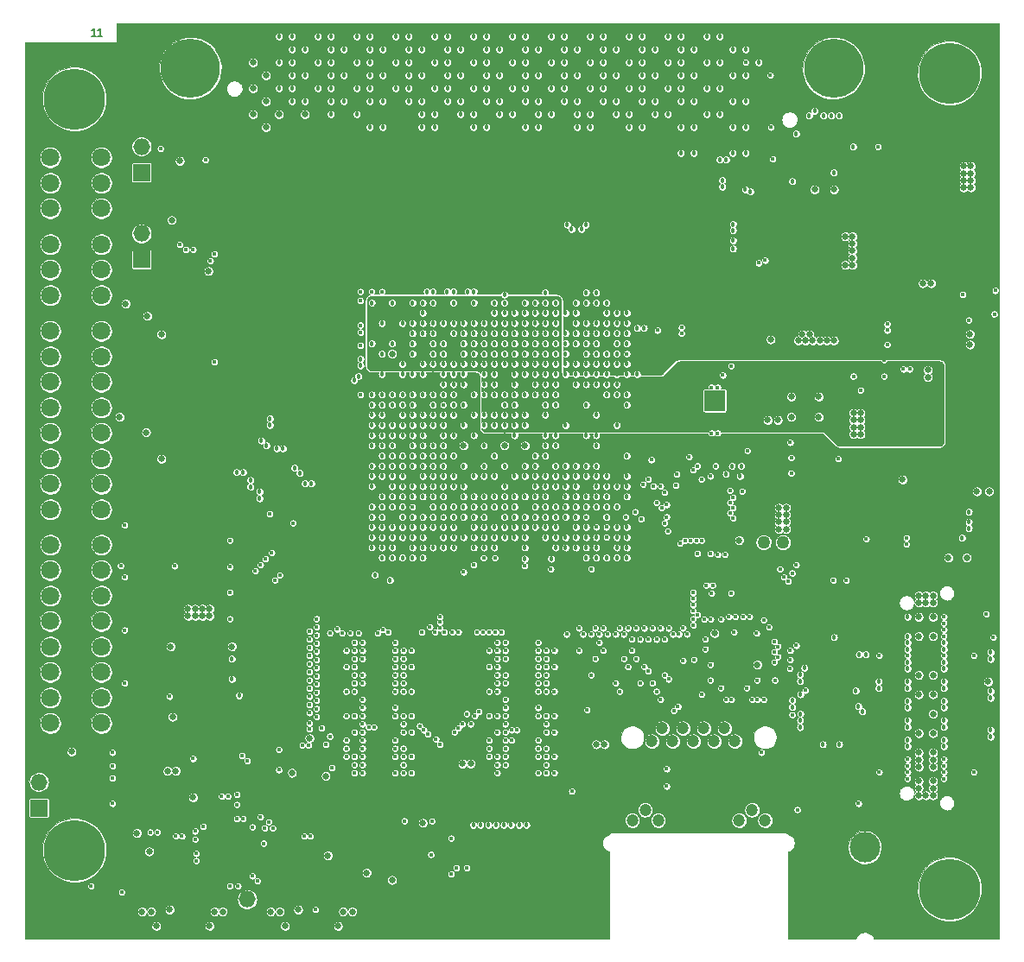
<source format=gbr>
G04 #@! TF.FileFunction,Copper,L11,Inr,Plane*
%FSLAX46Y46*%
G04 Gerber Fmt 4.6, Leading zero omitted, Abs format (unit mm)*
G04 Created by KiCad (PCBNEW 4.0.6) date Wed May 10 11:08:12 2017*
%MOMM*%
%LPD*%
G01*
G04 APERTURE LIST*
%ADD10C,0.101600*%
%ADD11C,0.127000*%
%ADD12R,1.600000X1.600000*%
%ADD13C,1.200000*%
%ADD14O,1.200000X1.800000*%
%ADD15C,1.778000*%
%ADD16R,1.651000X1.651000*%
%ADD17O,1.651000X1.651000*%
%ADD18R,0.750000X0.900000*%
%ADD19R,1.080000X0.780000*%
%ADD20R,1.287500X1.287500*%
%ADD21R,1.000000X1.250000*%
%ADD22R,1.250000X1.250000*%
%ADD23R,1.000000X1.000000*%
%ADD24R,1.500000X1.500000*%
%ADD25R,0.800000X0.800000*%
%ADD26C,5.800000*%
%ADD27C,1.800000*%
%ADD28C,3.000000*%
%ADD29O,1.400000X2.600000*%
%ADD30O,4.000000X2.000000*%
%ADD31C,6.000000*%
%ADD32C,0.635000*%
%ADD33C,0.406400*%
%ADD34C,0.457200*%
%ADD35C,1.270000*%
G04 APERTURE END LIST*
D10*
D11*
X37817714Y-31444714D02*
X37382286Y-31444714D01*
X37600000Y-31444714D02*
X37600000Y-30682714D01*
X37527429Y-30791571D01*
X37454857Y-30864143D01*
X37382286Y-30900429D01*
X37217714Y-31444714D02*
X36782286Y-31444714D01*
X37000000Y-31444714D02*
X37000000Y-30682714D01*
X36927429Y-30791571D01*
X36854857Y-30864143D01*
X36782286Y-30900429D01*
D12*
X95400000Y-78700000D03*
X97000000Y-78700000D03*
X95400000Y-77100000D03*
X97000000Y-77100000D03*
D13*
X91661000Y-100596000D03*
X93693000Y-100596000D03*
X95725000Y-100596000D03*
X97757000Y-100596000D03*
X99789000Y-100596000D03*
X92677000Y-99326000D03*
X94709000Y-99326000D03*
X96741000Y-99326000D03*
X98773000Y-99326000D03*
X100805000Y-99326000D03*
X89723000Y-108346000D03*
X90993000Y-107326000D03*
X92263000Y-108346000D03*
X100203000Y-108346000D03*
X101473000Y-107326000D03*
X102743000Y-108346000D03*
D14*
X86148000Y-116156000D03*
X106318000Y-116156000D03*
D15*
X67500000Y-112700000D03*
X82000000Y-112700000D03*
X82600000Y-117650000D03*
X66900000Y-117650000D03*
D16*
X31600000Y-107140000D03*
D17*
X31600000Y-104600000D03*
X31600000Y-102060000D03*
D16*
X52000000Y-118640000D03*
D17*
X52000000Y-116100000D03*
D16*
X41656000Y-44831000D03*
D17*
X41656000Y-42291000D03*
D16*
X41656000Y-53340000D03*
D17*
X41656000Y-50800000D03*
D18*
X57925000Y-102700000D03*
X58675000Y-102700000D03*
D19*
X120580000Y-79937000D03*
X119500000Y-79937000D03*
X118420000Y-79937000D03*
X120580000Y-79157000D03*
X120580000Y-78377000D03*
X120580000Y-77597000D03*
X120580000Y-76817000D03*
X120580000Y-76037000D03*
X120580000Y-75257000D03*
X119500000Y-75257000D03*
X119500000Y-76037000D03*
X119500000Y-76817000D03*
X119500000Y-77597000D03*
X119500000Y-78377000D03*
X119500000Y-79157000D03*
X118420000Y-79157000D03*
X118420000Y-78377000D03*
X118420000Y-77597000D03*
X118420000Y-76817000D03*
X118420000Y-76037000D03*
X118420000Y-75257000D03*
D20*
X120631250Y-61931250D03*
X119343750Y-61931250D03*
X118056250Y-61931250D03*
X116768750Y-61931250D03*
X120631250Y-60643750D03*
X119343750Y-60643750D03*
X118056250Y-60643750D03*
X116768750Y-60643750D03*
X120631250Y-59356250D03*
X119343750Y-59356250D03*
X118056250Y-59356250D03*
X116768750Y-59356250D03*
X120631250Y-58068750D03*
X119343750Y-58068750D03*
X118056250Y-58068750D03*
X116768750Y-58068750D03*
D21*
X109720000Y-97506000D03*
X109720000Y-96256000D03*
X109720000Y-98756000D03*
X108720000Y-98756000D03*
X108720000Y-97506000D03*
X108720000Y-96256000D03*
X108720000Y-95006000D03*
X108720000Y-93756000D03*
X108720000Y-92506000D03*
X109720000Y-92506000D03*
X109720000Y-93756000D03*
X109720000Y-95006000D03*
D22*
X49050000Y-110250000D03*
X49050000Y-112750000D03*
X51550000Y-110250000D03*
X50300000Y-112750000D03*
X49050000Y-111500000D03*
X50300000Y-111500000D03*
X51550000Y-111500000D03*
X50300000Y-110250000D03*
X51550000Y-112750000D03*
D23*
X98300000Y-66700000D03*
X98300000Y-67700000D03*
X97300000Y-67700000D03*
X97300000Y-66700000D03*
X98300000Y-71200000D03*
X98300000Y-72200000D03*
X97300000Y-72200000D03*
X97300000Y-71200000D03*
X106300000Y-73500000D03*
X107300000Y-73500000D03*
X107300000Y-74500000D03*
X106300000Y-74500000D03*
D12*
X108800000Y-81800000D03*
X110400000Y-81800000D03*
X110400000Y-83400000D03*
X108800000Y-83400000D03*
X107200000Y-83400000D03*
X107200000Y-81800000D03*
X107200000Y-80200000D03*
X108800000Y-80200000D03*
X110400000Y-80200000D03*
D24*
X98945000Y-93333000D03*
X98945000Y-91833000D03*
X100445000Y-91833000D03*
X100445000Y-93333000D03*
D25*
X109385000Y-42837000D03*
X108585000Y-42837000D03*
X107785000Y-42837000D03*
X107785000Y-42037000D03*
X108585000Y-42037000D03*
X109385000Y-42037000D03*
X109385000Y-41237000D03*
X108585000Y-41237000D03*
X107785000Y-41237000D03*
D26*
X46454300Y-34616700D03*
X109455700Y-34616700D03*
D27*
X32719000Y-67865000D03*
X32719000Y-65365000D03*
X32719000Y-62865000D03*
X32719000Y-60365000D03*
X32719000Y-70365000D03*
X32719000Y-72865000D03*
X32719000Y-75365000D03*
X32719000Y-77865000D03*
X37719000Y-60365000D03*
X37719000Y-62865000D03*
X37719000Y-65365000D03*
X37719000Y-67865000D03*
X37719000Y-70365000D03*
X37719000Y-72865000D03*
X37719000Y-75365000D03*
X37719000Y-77865000D03*
X32719000Y-88820000D03*
X32719000Y-86320000D03*
X32719000Y-83820000D03*
X32719000Y-81320000D03*
X32719000Y-91320000D03*
X32719000Y-93820000D03*
X32719000Y-96320000D03*
X32719000Y-98820000D03*
X37719000Y-81320000D03*
X37719000Y-83820000D03*
X37719000Y-86320000D03*
X37719000Y-88820000D03*
X37719000Y-91320000D03*
X37719000Y-93820000D03*
X37719000Y-96320000D03*
X37719000Y-98820000D03*
X32719000Y-56856000D03*
X32719000Y-54356000D03*
X32719000Y-51856000D03*
X37719000Y-51856000D03*
X37719000Y-54356000D03*
X37719000Y-56856000D03*
X32719000Y-48347000D03*
X32719000Y-45847000D03*
X32719000Y-43347000D03*
X37719000Y-43347000D03*
X37719000Y-45847000D03*
X37719000Y-48347000D03*
D28*
X112522000Y-110998000D03*
D29*
X107772000Y-117498000D03*
X107772000Y-112798000D03*
X117272000Y-117498000D03*
X117272000Y-112798000D03*
D30*
X112522000Y-116998000D03*
D31*
X120810000Y-115090000D03*
X35080000Y-111280000D03*
X120810000Y-35080000D03*
X35080000Y-37620000D03*
D32*
X44700000Y-90200000D03*
D33*
X64500000Y-104200000D03*
X99900000Y-81600004D03*
X113500000Y-83400000D03*
X101300002Y-90000000D03*
X48800000Y-52000000D03*
D32*
X119400000Y-41800000D03*
X119400000Y-42500000D03*
X112500000Y-48100000D03*
X112500000Y-49300000D03*
D33*
X112100000Y-66200000D03*
D32*
X112300000Y-57500000D03*
X113600000Y-56500000D03*
X124700000Y-72400000D03*
X124700000Y-73100000D03*
X123500000Y-73100000D03*
X123500000Y-72400000D03*
X112200000Y-59800000D03*
D33*
X112400000Y-62400000D03*
X114400000Y-64800000D03*
X114400000Y-63200000D03*
D32*
X108000000Y-68800000D03*
X105300000Y-66800000D03*
X108000000Y-66800000D03*
D33*
X124800000Y-52800000D03*
X125200000Y-67200000D03*
X125200000Y-57900000D03*
X125200000Y-57200000D03*
X125200000Y-55600000D03*
X125200000Y-65100000D03*
X125200000Y-63300000D03*
D32*
X125300000Y-62500000D03*
X125300000Y-59500000D03*
D33*
X107315000Y-105029000D03*
D32*
X36000000Y-47500000D03*
X36000000Y-56000000D03*
D33*
X43600000Y-41200000D03*
X125349000Y-93599000D03*
X120269000Y-94107000D03*
X123189079Y-94107556D03*
X120269000Y-96012000D03*
X123190000Y-96012000D03*
X123190000Y-97917000D03*
X120269000Y-97917000D03*
X123190000Y-99822000D03*
X120269000Y-99822000D03*
X123190000Y-101727000D03*
X120269000Y-101727000D03*
X116713000Y-101727000D03*
X113919000Y-101727000D03*
X116713000Y-99822000D03*
X113919000Y-99822000D03*
D32*
X117221000Y-97917000D03*
D34*
X116713000Y-96012000D03*
X113919000Y-96012000D03*
X116713000Y-94107000D03*
X113919000Y-94107000D03*
D33*
X125100000Y-89800000D03*
D32*
X45000000Y-94700000D03*
X50500000Y-93600000D03*
D33*
X72800000Y-110100000D03*
D32*
X68199984Y-108600000D03*
D33*
X70699998Y-108400000D03*
X71500000Y-113000000D03*
X36700000Y-118500000D03*
X39100000Y-118500000D03*
D32*
X34800000Y-106700000D03*
X34800000Y-104200000D03*
X34800000Y-102900000D03*
X51300000Y-97900000D03*
D33*
X57100000Y-113100000D03*
X38800000Y-110600000D03*
D32*
X43100000Y-110700000D03*
X39000000Y-113900000D03*
X43100000Y-113700000D03*
D33*
X40300000Y-109000000D03*
X49734776Y-102126117D03*
D32*
X44200000Y-100100000D03*
X45000000Y-100100000D03*
X56300000Y-111500000D03*
X47000000Y-117100000D03*
X50300000Y-79500000D03*
D33*
X43500000Y-85200000D03*
X45900000Y-86000000D03*
X48700000Y-81500000D03*
X42000000Y-82000000D03*
X46000000Y-81500000D03*
X44900000Y-67600000D03*
X44900000Y-79400000D03*
X48700000Y-55200002D03*
X48800000Y-62600000D03*
D32*
X43400006Y-55200000D03*
X46600000Y-43700000D03*
D34*
X94400000Y-72700000D03*
D33*
X109400000Y-102100000D03*
X103700000Y-101400000D03*
X103900000Y-107300000D03*
X99100000Y-105000000D03*
X106300000Y-100100000D03*
D32*
X123200000Y-40400000D03*
X115000000Y-40400000D03*
X123200000Y-52000000D03*
X115000000Y-52000000D03*
X119500000Y-48500000D03*
X113700000Y-106700000D03*
X106200000Y-50100000D03*
X107200000Y-50100000D03*
X105300000Y-68800000D03*
X73900000Y-104000000D03*
X73100000Y-104000000D03*
D33*
X72300000Y-101100000D03*
X87000000Y-97500000D03*
X86200000Y-97500000D03*
D32*
X86200000Y-102100000D03*
X87000000Y-102100000D03*
D33*
X60600000Y-101700000D03*
X55100000Y-95200000D03*
X55100000Y-90000000D03*
X55100000Y-98400000D03*
X59300000Y-100100000D03*
D32*
X55900000Y-114100000D03*
X54600000Y-114100000D03*
D33*
X64500000Y-115000000D03*
D32*
X62100000Y-113500000D03*
X59600000Y-117100000D03*
D34*
X93000000Y-72700000D03*
X93700000Y-72700000D03*
D32*
X105800000Y-90400000D03*
X108500000Y-87800000D03*
X109400000Y-87800000D03*
X112100000Y-90400000D03*
X113100000Y-87800000D03*
D33*
X93800000Y-80700000D03*
X52400000Y-77300000D03*
D34*
X75200000Y-66600000D03*
X79200000Y-77600000D03*
X73200000Y-74600000D03*
D32*
X74200000Y-73600000D03*
X74200000Y-71600000D03*
D34*
X65200000Y-62600000D03*
X66200000Y-61600000D03*
D33*
X62500000Y-98900000D03*
D32*
X78200000Y-73600000D03*
D34*
X77200000Y-74600000D03*
D32*
X78200000Y-71600000D03*
D34*
X71200000Y-61600000D03*
X75200000Y-69600000D03*
X88200000Y-72600000D03*
X76200000Y-69600000D03*
X78200000Y-69600000D03*
X77200000Y-70600000D03*
X80200000Y-71600000D03*
D33*
X106300004Y-77900000D03*
D34*
X79000000Y-110400000D03*
X77500000Y-110400000D03*
X76000000Y-110400000D03*
X74500000Y-110400000D03*
D33*
X100200000Y-77900000D03*
X112300000Y-84200000D03*
X93300000Y-95100000D03*
X104267000Y-93472000D03*
X94742000Y-96266000D03*
X102616000Y-97790000D03*
X95631000Y-96520000D03*
X98425000Y-86106000D03*
D34*
X66200000Y-78600000D03*
X64200000Y-82600000D03*
X67200000Y-81600000D03*
X82200000Y-76600000D03*
X89200000Y-77600000D03*
X86200000Y-78600000D03*
X87200000Y-81600000D03*
X72200000Y-76600000D03*
D33*
X87600006Y-91700000D03*
X70200000Y-80600000D03*
D34*
X73200000Y-79600000D03*
X76200000Y-78600000D03*
X74200000Y-82600000D03*
X77200000Y-81600000D03*
X83200000Y-79600000D03*
X80200000Y-80600000D03*
X83700000Y-82700000D03*
D33*
X75700000Y-97300000D03*
X82100000Y-90900000D03*
X82100000Y-92500000D03*
X82100000Y-94100000D03*
X75700000Y-90900000D03*
X75700000Y-92500000D03*
X75700000Y-94100000D03*
X81300000Y-97300000D03*
X82100000Y-98900000D03*
X82100000Y-100500000D03*
X81300000Y-100500000D03*
X82100000Y-101300000D03*
X80500000Y-102900000D03*
X82100000Y-102900000D03*
X75700000Y-103700000D03*
X75700000Y-102900000D03*
X76500000Y-101300000D03*
X76500000Y-100500000D03*
X75700000Y-99700000D03*
X76500000Y-98900000D03*
X75700000Y-98900000D03*
X61700000Y-97300000D03*
X68100000Y-90900000D03*
X68100000Y-92500000D03*
X68100000Y-94100000D03*
X67300000Y-97300000D03*
X66500000Y-102900000D03*
X68100000Y-101300000D03*
X67300000Y-100500000D03*
X68100000Y-100500000D03*
X68100000Y-98900000D03*
X68100000Y-102900000D03*
X61700000Y-90900000D03*
X61700000Y-92500000D03*
X61700000Y-94100000D03*
X61700000Y-98900000D03*
X61700000Y-99700000D03*
X61700000Y-103700000D03*
X61700000Y-102900000D03*
X62500000Y-100500000D03*
X62500000Y-101300000D03*
D34*
X60198000Y-41656000D03*
X76200000Y-75600000D03*
X85200000Y-75600000D03*
X88200000Y-74600000D03*
X72200000Y-73600000D03*
X76200000Y-73600000D03*
X81200000Y-73600000D03*
X84200000Y-72600000D03*
X77200000Y-72600000D03*
X73200000Y-72600000D03*
X72200000Y-71600000D03*
X76200000Y-71600000D03*
X73200000Y-70600000D03*
X72200000Y-69600000D03*
X74200000Y-69600000D03*
X83200000Y-69600000D03*
X86200000Y-68600000D03*
X79200000Y-68600000D03*
X77200000Y-68600000D03*
X75200000Y-68600000D03*
X73200000Y-68600000D03*
X78200000Y-67600000D03*
X74200000Y-67600000D03*
X67200000Y-59600000D03*
X69200000Y-59600000D03*
X71200000Y-59600000D03*
X65200000Y-59600000D03*
X64200000Y-57600000D03*
X66200000Y-57600000D03*
X68200000Y-57600000D03*
X70200000Y-57600000D03*
X72200000Y-57600000D03*
X89200000Y-67600000D03*
X73200000Y-59600000D03*
X75200000Y-59600000D03*
X74200000Y-57600000D03*
X76199718Y-57600000D03*
X76200000Y-58600000D03*
X76199718Y-59600000D03*
X76199718Y-60600000D03*
X76200000Y-61600000D03*
X74200000Y-61600000D03*
X70200000Y-61600000D03*
X68200000Y-61600000D03*
X64200000Y-61600000D03*
X70200000Y-64600000D03*
X67200000Y-63600000D03*
X69200000Y-63600000D03*
X70200000Y-63600000D03*
X71200000Y-63600000D03*
X72200000Y-63600000D03*
X73200000Y-63600000D03*
X75200000Y-63600000D03*
X73200000Y-66600000D03*
X76200000Y-65600000D03*
X82200000Y-66600000D03*
X77200000Y-66600000D03*
X79200000Y-66600000D03*
X78200000Y-65600000D03*
X85200000Y-65600000D03*
X76200000Y-63600000D03*
X76200000Y-62600000D03*
X81200000Y-63600000D03*
X88200000Y-64600000D03*
X87200000Y-61600000D03*
X84200000Y-62600000D03*
X77200000Y-61600000D03*
X80200000Y-60600000D03*
X83200000Y-59600000D03*
X86200000Y-58600000D03*
X89200000Y-57600000D03*
X79200000Y-57600000D03*
X70200000Y-65600000D03*
X69200000Y-65600000D03*
X68200000Y-65600000D03*
X67200000Y-65600000D03*
X66200000Y-65600000D03*
X65200000Y-65600000D03*
X64200000Y-65600000D03*
X68200000Y-74600000D03*
X69200000Y-77600000D03*
X65200000Y-75600000D03*
X70200000Y-70600000D03*
X64200000Y-72600000D03*
X67200000Y-71600000D03*
X69200000Y-67600000D03*
X66200000Y-68600000D03*
X98298000Y-40386000D03*
X86868000Y-42926000D03*
X88138000Y-42926000D03*
X61468000Y-42926000D03*
X93218000Y-32766000D03*
X53848000Y-31496000D03*
X57658000Y-31496000D03*
X61468000Y-31496000D03*
X65278000Y-31496000D03*
X69088000Y-31496000D03*
X72898000Y-31496000D03*
X76708000Y-31496000D03*
X80518000Y-31496000D03*
X84328000Y-31496000D03*
X88138000Y-31496000D03*
X91948000Y-31496000D03*
X95758000Y-31496000D03*
X52578000Y-42926000D03*
X56388000Y-42926000D03*
X57658000Y-42926000D03*
X62738000Y-42926000D03*
X66548000Y-42926000D03*
X67818000Y-42926000D03*
X71628000Y-42926000D03*
X72898000Y-42926000D03*
X76708000Y-42926000D03*
X77978000Y-42926000D03*
X83058000Y-42926000D03*
X91948000Y-42926000D03*
X93218000Y-42926000D03*
X97028000Y-42926000D03*
X98298000Y-42926000D03*
X102108000Y-42926000D03*
X100838000Y-41656000D03*
X99568000Y-41656000D03*
X95758000Y-41656000D03*
X94488000Y-41656000D03*
X90678000Y-41656000D03*
X89408000Y-41656000D03*
X85598000Y-41656000D03*
X84328000Y-41656000D03*
X80518000Y-41656000D03*
X79248000Y-41656000D03*
X75438000Y-41656000D03*
X74168000Y-41656000D03*
X70358000Y-41656000D03*
X69088000Y-41656000D03*
X65278000Y-41656000D03*
X64008000Y-41656000D03*
X58928000Y-41656000D03*
X55118000Y-41656000D03*
X53848000Y-41656000D03*
X52578000Y-40386000D03*
X55118000Y-40386000D03*
X57658000Y-40386000D03*
X60198000Y-40386000D03*
X61468000Y-40386000D03*
X62738000Y-40386000D03*
X66548000Y-40386000D03*
X67818000Y-40386000D03*
X71628000Y-40386000D03*
X72898000Y-40386000D03*
X76708000Y-40386000D03*
X77978000Y-40386000D03*
X81788000Y-40386000D03*
X83058000Y-40386000D03*
X86868000Y-40386000D03*
X88138000Y-40386000D03*
X91948000Y-40386000D03*
X93218000Y-40386000D03*
X97028000Y-40386000D03*
X102108000Y-40386000D03*
X100838000Y-39116000D03*
X99568000Y-39116000D03*
X95758000Y-39116000D03*
X94488000Y-39116000D03*
X90678000Y-39116000D03*
X86868000Y-39116000D03*
X83058000Y-39116000D03*
X79248000Y-39116000D03*
X75438000Y-39116000D03*
X71628000Y-39116000D03*
X67818000Y-39116000D03*
X58928000Y-39116000D03*
X56388000Y-39116000D03*
X53848000Y-39116000D03*
X52578000Y-37846000D03*
X55118000Y-37846000D03*
X58928000Y-37846000D03*
X62738000Y-37846000D03*
X66548000Y-37846000D03*
X70358000Y-37846000D03*
X74168000Y-37846000D03*
X77978000Y-37846000D03*
X81788000Y-37846000D03*
X85598000Y-37846000D03*
X89408000Y-37846000D03*
X93218000Y-37846000D03*
X97028000Y-37846000D03*
X98298000Y-37846000D03*
X102108000Y-37846000D03*
X100838000Y-36576000D03*
X99568000Y-36576000D03*
X95758000Y-36576000D03*
X84328000Y-36576000D03*
X80518000Y-36576000D03*
X76708000Y-36576000D03*
X72898000Y-36576000D03*
X69088000Y-36576000D03*
X65278000Y-36576000D03*
X61468000Y-36576000D03*
X57658000Y-36576000D03*
X53848000Y-36576000D03*
X52578000Y-35306000D03*
X55118000Y-35306000D03*
X58928000Y-35306000D03*
X62738000Y-35306000D03*
X66548000Y-35306000D03*
X70358000Y-35306000D03*
X74168000Y-35306000D03*
X77978000Y-35306000D03*
X81788000Y-35306000D03*
X85598000Y-35306000D03*
X89408000Y-35306000D03*
X93218000Y-35306000D03*
X88138000Y-36576000D03*
X91948000Y-36576000D03*
X97028000Y-35306000D03*
X98298000Y-35306000D03*
X102108000Y-35306000D03*
X99568000Y-34036000D03*
X95758000Y-34036000D03*
X91948000Y-34036000D03*
X88138000Y-34036000D03*
X84328000Y-34036000D03*
X80518000Y-34036000D03*
X76708000Y-34036000D03*
X72898000Y-34036000D03*
X69088000Y-34036000D03*
X65278000Y-34036000D03*
X61468000Y-34036000D03*
X57658000Y-34036000D03*
X53848000Y-34036000D03*
X52578000Y-32766000D03*
X55118000Y-32766000D03*
X58928000Y-32766000D03*
X62738000Y-32766000D03*
X66548000Y-32766000D03*
X70358000Y-32766000D03*
X74168000Y-32766000D03*
X77978000Y-32766000D03*
X81788000Y-32766000D03*
X85598000Y-32766000D03*
X89408000Y-32766000D03*
X97028000Y-32766000D03*
X98298000Y-32766000D03*
X102108000Y-32766000D03*
X100838000Y-31496000D03*
X99568000Y-31496000D03*
X77200000Y-69600000D03*
D32*
X44600000Y-49500000D03*
X42400000Y-111400000D03*
X112100000Y-68400000D03*
X111400000Y-68400000D03*
X112100000Y-70500000D03*
X112100000Y-69800000D03*
X112100000Y-69100000D03*
X111400000Y-70500000D03*
X111400000Y-69800000D03*
X111400000Y-69100000D03*
D33*
X122100000Y-56800000D03*
D32*
X73900000Y-102800000D03*
X73100000Y-102800000D03*
X86200000Y-100900000D03*
X87000000Y-100900000D03*
D33*
X57400000Y-101000000D03*
D34*
X74200000Y-77600000D03*
X77200000Y-76600000D03*
D33*
X71200000Y-78600000D03*
D34*
X75200000Y-80600000D03*
X81200000Y-78600000D03*
X78200000Y-79600000D03*
X72200000Y-81600000D03*
X79200000Y-82700000D03*
X82200000Y-81600000D03*
D33*
X76500000Y-95700000D03*
X82100000Y-91700000D03*
X82100000Y-93300000D03*
X81300000Y-95700000D03*
X75700000Y-91700000D03*
X75700000Y-93300000D03*
X81300000Y-98100000D03*
X82100000Y-99700000D03*
X81300000Y-101300000D03*
X82100000Y-102100000D03*
X81300000Y-102900000D03*
X82100000Y-103700000D03*
X76500000Y-103700000D03*
X75700000Y-102100000D03*
X75700000Y-101300000D03*
X75700000Y-100500000D03*
X77300000Y-98900000D03*
X75700000Y-98100000D03*
X62500000Y-95700000D03*
X68100000Y-91700000D03*
X68100000Y-93300000D03*
X67300000Y-95700000D03*
X67300000Y-101300000D03*
X68100000Y-99700000D03*
X67300000Y-98100000D03*
X67300000Y-102900000D03*
X68100000Y-102100000D03*
X68100000Y-103700000D03*
X61700000Y-91700000D03*
X61700000Y-93300000D03*
X63300000Y-98900000D03*
X62500000Y-103700000D03*
X61700000Y-102100000D03*
X61700000Y-98100000D03*
X61700000Y-101300000D03*
X61700000Y-100500000D03*
D32*
X58100000Y-100300000D03*
D33*
X60300000Y-103200000D03*
X76500000Y-94100000D03*
X82100000Y-98100000D03*
X68100000Y-98100000D03*
X62500000Y-94100000D03*
D34*
X78200000Y-77600000D03*
X80200000Y-77600000D03*
D32*
X124700000Y-76100000D03*
X123500000Y-76100000D03*
X122500000Y-82600000D03*
X120700000Y-82600000D03*
X119200004Y-105900004D03*
X119200000Y-105200000D03*
X119200000Y-104500000D03*
X119200004Y-103100000D03*
X119200000Y-102400000D03*
X119200000Y-101700000D03*
X119200002Y-99800000D03*
X119200000Y-97900000D03*
X119200000Y-96000000D03*
X119200000Y-94100000D03*
X119200000Y-90300000D03*
X119199996Y-88400000D03*
X119200000Y-87000000D03*
X119200000Y-86300000D03*
X118500000Y-86300000D03*
X117800000Y-86300000D03*
X118500000Y-87000000D03*
X117800000Y-87000000D03*
X118500000Y-105900018D03*
X117800000Y-105900000D03*
X117800000Y-105200000D03*
X117800000Y-104500000D03*
X117800000Y-103100000D03*
X117800000Y-102400000D03*
X117800000Y-101700000D03*
X117800000Y-99800000D03*
X117800000Y-88400000D03*
X117800000Y-90300000D03*
X117800000Y-94100000D03*
X117800000Y-96000000D03*
X118700000Y-64900000D03*
X118700000Y-64200000D03*
X119000000Y-55700000D03*
X118200000Y-55700000D03*
X122800004Y-61700000D03*
X124587000Y-94742006D03*
D33*
X72000000Y-110100000D03*
D32*
X69200004Y-108600000D03*
X44200000Y-103500000D03*
X45000000Y-103500000D03*
D33*
X93100000Y-103300000D03*
D32*
X66200000Y-114200000D03*
D33*
X116586000Y-81280000D03*
D34*
X122700000Y-78100000D03*
D32*
X59700000Y-104000000D03*
X100200000Y-80900000D03*
X122900000Y-46300000D03*
X122900000Y-45600000D03*
X122900000Y-44900000D03*
X122900000Y-44200000D03*
X122200000Y-44200000D03*
X122200000Y-44900000D03*
X122200000Y-45600000D03*
X122200000Y-46300000D03*
D33*
X98600000Y-64700000D03*
X112649000Y-80772000D03*
X124400000Y-88100000D03*
D32*
X46700000Y-106100000D03*
X44500000Y-91300000D03*
X44700000Y-98200000D03*
X48200000Y-54500000D03*
X34800000Y-101600000D03*
X41200000Y-109600000D03*
D33*
X53600000Y-110600000D03*
X44900000Y-83408802D03*
X39600000Y-83400000D03*
D32*
X45400000Y-43700000D03*
D33*
X105900000Y-107300000D03*
X103649802Y-92837000D03*
D34*
X109500000Y-90392800D03*
X106600000Y-93400000D03*
X106200000Y-96000000D03*
X106200000Y-97900000D03*
X108400000Y-100900000D03*
X110000000Y-100900000D03*
D33*
X98100000Y-65895182D03*
X98100000Y-70395180D03*
X50300000Y-114800000D03*
X58000000Y-101000000D03*
D32*
X56400000Y-103700000D03*
D33*
X92200000Y-60300000D03*
X105300000Y-72800000D03*
X96500000Y-80900000D03*
X96000000Y-80900000D03*
X110700000Y-84800000D03*
X94700000Y-92700000D03*
D34*
X109474000Y-44831000D03*
X111378996Y-42291000D03*
X89200000Y-82600000D03*
X88200000Y-79600000D03*
X85200000Y-80600000D03*
X72200000Y-70600000D03*
X72200000Y-68600000D03*
X111633000Y-95631000D03*
X73200000Y-64600000D03*
X72200000Y-64600000D03*
X71200000Y-64600000D03*
X74200000Y-63600000D03*
X62738000Y-39116000D03*
D32*
X57658000Y-39116000D03*
X55118000Y-39116000D03*
X53848000Y-40386000D03*
X52578000Y-39116000D03*
X116205000Y-74930000D03*
X103300000Y-61200000D03*
X103000000Y-69100000D03*
X104000000Y-69100000D03*
D35*
X104500000Y-81100000D03*
X102600000Y-81100002D03*
D32*
X104800000Y-77700000D03*
X104800000Y-78400000D03*
X104800000Y-79100000D03*
X104817400Y-79800000D03*
X104100000Y-79800000D03*
X104100000Y-79100000D03*
X104100000Y-78400000D03*
X104100000Y-77700000D03*
X73200000Y-71600000D03*
X66200000Y-62600000D03*
X79200000Y-71600000D03*
X77200000Y-71600000D03*
D34*
X76200000Y-68600000D03*
X79200000Y-73600000D03*
X80200000Y-66600000D03*
X76200000Y-74600000D03*
X74200000Y-74600000D03*
X73200000Y-73600000D03*
X75200000Y-73600000D03*
X77200000Y-73600000D03*
X76200000Y-72600000D03*
X72200000Y-72600000D03*
X75200000Y-71600000D03*
X74200000Y-70600000D03*
X73200000Y-69600000D03*
X79200000Y-69600000D03*
X78200000Y-68600000D03*
X74200000Y-68600000D03*
X77200000Y-67600000D03*
X73200000Y-67600000D03*
X69200000Y-60600000D03*
X73200000Y-60600000D03*
X75200000Y-60600000D03*
X68200000Y-62600000D03*
X70200000Y-62600000D03*
X74200000Y-62600000D03*
X69200000Y-64600000D03*
X65200000Y-64600000D03*
X67200000Y-64600000D03*
D33*
X96900000Y-90600000D03*
X97400000Y-94600000D03*
X101900000Y-90000000D03*
X99700000Y-89900000D03*
D32*
X117100000Y-69400000D03*
X117800000Y-69400000D03*
X118500000Y-69400000D03*
X117100000Y-70100000D03*
X117800000Y-70100000D03*
X118500000Y-70100000D03*
X119200000Y-69400000D03*
X119200000Y-70100000D03*
D34*
X64200000Y-60600000D03*
D32*
X101981000Y-93091000D03*
D33*
X101981000Y-94615000D03*
D34*
X64200000Y-58600000D03*
X71200000Y-60600000D03*
X67200000Y-60600000D03*
X70200000Y-58600000D03*
X68200000Y-58600000D03*
X66200000Y-58600000D03*
X72200000Y-58600000D03*
X74200000Y-58600000D03*
X64200000Y-62600000D03*
X68200000Y-63600000D03*
D33*
X105400000Y-98000000D03*
X105300000Y-74300000D03*
X101000000Y-72100000D03*
D32*
X110600000Y-51100000D03*
X111300000Y-51100000D03*
X111300000Y-51800000D03*
X111300000Y-52500000D03*
X111300000Y-53200000D03*
X111300000Y-53900000D03*
X110600000Y-53900000D03*
D33*
X116900000Y-64100000D03*
D34*
X75200000Y-74600000D03*
X79200000Y-74600000D03*
X75200000Y-65600000D03*
X76200000Y-64600000D03*
X71200000Y-62600000D03*
D33*
X99400000Y-86100000D03*
X100500006Y-76100000D03*
X99300000Y-78200000D03*
X99300000Y-76000000D03*
X99300000Y-77200000D03*
X94000000Y-75500000D03*
X93100000Y-77400000D03*
X93100000Y-78600000D03*
D32*
X97790000Y-89997898D03*
D34*
X107600000Y-38800000D03*
X87200000Y-76600000D03*
X84200000Y-77600000D03*
X73200000Y-75600000D03*
X77200000Y-75600000D03*
X83200000Y-74600000D03*
X80200000Y-74600000D03*
X86200000Y-73600000D03*
X72200000Y-66600000D03*
X73200000Y-65600000D03*
X74200000Y-66600000D03*
X76200000Y-66600000D03*
X78200000Y-66600000D03*
X78200000Y-70600000D03*
D33*
X55100000Y-103400000D03*
D32*
X48300000Y-87600000D03*
X47600000Y-87600000D03*
X46900000Y-87600000D03*
X46200000Y-87600000D03*
X46200000Y-88300000D03*
X48300000Y-88300000D03*
X47600000Y-88300000D03*
X46900000Y-88300000D03*
X50500000Y-91300000D03*
D34*
X65200000Y-80600000D03*
X68200000Y-79600000D03*
X69200000Y-82600000D03*
X70200000Y-75600000D03*
X64200000Y-77600000D03*
X67200000Y-76600000D03*
X69200000Y-72600000D03*
X66200000Y-73600000D03*
X65200000Y-70600000D03*
X68200000Y-69600000D03*
X67200000Y-66600000D03*
X64200000Y-67600000D03*
D32*
X53848000Y-35306000D03*
X53848000Y-37846000D03*
X52578000Y-36576000D03*
X52578000Y-34036000D03*
D33*
X125200000Y-58700000D03*
X114700000Y-61700000D03*
D32*
X122800000Y-60677697D03*
D34*
X69200000Y-58600000D03*
X105410000Y-97231200D03*
X69200000Y-57600000D03*
X105410000Y-96570800D03*
D32*
X44400000Y-117100000D03*
X107100000Y-60700000D03*
X106400000Y-60700000D03*
X109500004Y-61300000D03*
X108800000Y-61300000D03*
X108100000Y-61300000D03*
X107400000Y-61300000D03*
X106700000Y-61300000D03*
X106000002Y-61300000D03*
D33*
X97500000Y-65895188D03*
X97506444Y-70395183D03*
X89200000Y-62600000D03*
D34*
X85200000Y-67600000D03*
X89200000Y-72600000D03*
X82200000Y-71600000D03*
X85200000Y-70600000D03*
X88200000Y-69600000D03*
X81200000Y-68600000D03*
X87200000Y-66600000D03*
X80200000Y-65600000D03*
X83200000Y-64600000D03*
X79200000Y-62600000D03*
X86200000Y-63600000D03*
X82200000Y-61600000D03*
X85200000Y-60600000D03*
X81200000Y-58600000D03*
X88200000Y-59600000D03*
X84200000Y-57600000D03*
X78200000Y-59600000D03*
X82200000Y-74600000D03*
D32*
X57000000Y-117100000D03*
D33*
X96100000Y-82200000D03*
X96520000Y-96012000D03*
X102616000Y-96520000D03*
X98425000Y-95377000D03*
X100965000Y-95377000D03*
X97409000Y-93091000D03*
D34*
X98298000Y-43561000D03*
X97028000Y-39116000D03*
D33*
X94550000Y-60000000D03*
D34*
X75200000Y-61600000D03*
X98933000Y-43561000D03*
X98298000Y-39116000D03*
X75200000Y-62600000D03*
D33*
X94550000Y-60600000D03*
X68200000Y-77600000D03*
X73500000Y-113000000D03*
D34*
X64200000Y-75600000D03*
X102108000Y-34036000D03*
D33*
X114700000Y-60300000D03*
X105200000Y-71300000D03*
X98100000Y-82300000D03*
X72000000Y-113600000D03*
X43200000Y-109500000D03*
X51500000Y-102000000D03*
X51000000Y-108200000D03*
D34*
X88200000Y-81600000D03*
D33*
X114700000Y-59700000D03*
X109900000Y-72900000D03*
X98800000Y-82300000D03*
X72500000Y-113000002D03*
X42500000Y-109500000D03*
X52000000Y-102500000D03*
X51600000Y-108200000D03*
D34*
X89200000Y-79600000D03*
D33*
X99400000Y-63800000D03*
X89096756Y-78603244D03*
D34*
X60198000Y-39116000D03*
D33*
X103300000Y-40400000D03*
X99600000Y-78700000D03*
X90800000Y-75400000D03*
D34*
X85200000Y-82600000D03*
D33*
X97400000Y-82200000D03*
X58700000Y-117100000D03*
X95758000Y-92583006D03*
X97000000Y-85300000D03*
D34*
X85200000Y-79600000D03*
D32*
X49600000Y-117300000D03*
X48800000Y-117300000D03*
X48300000Y-118700000D03*
X43100000Y-118700000D03*
X41700000Y-117300000D03*
X42600000Y-117300000D03*
X63700000Y-113500000D03*
X55200000Y-117300000D03*
X54300000Y-117300000D03*
X55700000Y-118700000D03*
X60899986Y-118700000D03*
X61400000Y-117300000D03*
X62300000Y-117300000D03*
D33*
X116713000Y-104267000D03*
X123190000Y-103632000D03*
X120269000Y-103632000D03*
X113919000Y-103632000D03*
X116713000Y-103632000D03*
X116713000Y-102997000D03*
X116713000Y-102362000D03*
D34*
X120269000Y-101092000D03*
X116713000Y-101092000D03*
X120269000Y-100457000D03*
X116713000Y-100457000D03*
X112268000Y-97663000D03*
X111887000Y-97155000D03*
X120269000Y-97282000D03*
X116713000Y-97282000D03*
X120269000Y-96647000D03*
X116713000Y-96647000D03*
X113871798Y-95377000D03*
X113871776Y-94742000D03*
X120269000Y-93472000D03*
X116713000Y-93472000D03*
X120269000Y-92837000D03*
X116713000Y-92837000D03*
X112606278Y-92067004D03*
X111945878Y-92067004D03*
X116713000Y-90297000D03*
X116713000Y-88392000D03*
D33*
X120269000Y-102997000D03*
X120269000Y-104267000D03*
X120269000Y-102362000D03*
X120269000Y-90297000D03*
D34*
X120269000Y-90932000D03*
X116713000Y-90932000D03*
D33*
X105800000Y-91200000D03*
X102100000Y-53700000D03*
X120269000Y-89026998D03*
X100838000Y-34036000D03*
X91800000Y-75600000D03*
D34*
X65278000Y-40386000D03*
D33*
X86200000Y-79600000D03*
X120269000Y-88391992D03*
X105200000Y-91700000D03*
X102752255Y-53431700D03*
X120269000Y-89662015D03*
X103251000Y-35306000D03*
X92500000Y-75600000D03*
D34*
X64008000Y-40386000D03*
D33*
X87200000Y-80600000D03*
D34*
X120269000Y-98552000D03*
X116713000Y-98552000D03*
X124841000Y-99491800D03*
X124841000Y-100152200D03*
X120269000Y-99187000D03*
X116713000Y-99187000D03*
X124841000Y-96342200D03*
X120269000Y-94742000D03*
X116713000Y-94742000D03*
X120269000Y-95377000D03*
X116713000Y-95377000D03*
X124841000Y-95681800D03*
X124841000Y-92532200D03*
X124841000Y-91871800D03*
X120269000Y-91567000D03*
X116713000Y-91567000D03*
D33*
X70000000Y-111700000D03*
D34*
X68200000Y-82600000D03*
X79355600Y-108800000D03*
X74144400Y-108800000D03*
X69200000Y-79600000D03*
X74855600Y-108800000D03*
X69200000Y-78600000D03*
X68200000Y-80600000D03*
X75644400Y-108800000D03*
X69200000Y-80600000D03*
X76355600Y-108800000D03*
X68200000Y-81600000D03*
X77144400Y-108800000D03*
X69200000Y-81600000D03*
X77855600Y-108800000D03*
X67200000Y-82600000D03*
X78644400Y-108800000D03*
D33*
X125300000Y-56400000D03*
X122700000Y-59300000D03*
X93200000Y-80000000D03*
X87200000Y-79600000D03*
D34*
X99600000Y-49900000D03*
X100838000Y-42926000D03*
X71600000Y-56500000D03*
X72200000Y-60600000D03*
X100838000Y-37846000D03*
X87200000Y-64600000D03*
X99600000Y-50500000D03*
X72200000Y-56500000D03*
X72200000Y-59600000D03*
X99568000Y-42926000D03*
X99568000Y-37846000D03*
X87200000Y-63600000D03*
X86200000Y-62600000D03*
X98298000Y-36576000D03*
X87200000Y-62600000D03*
X97028000Y-36576000D03*
X99600000Y-51500000D03*
X73600000Y-56500000D03*
X74200000Y-60600000D03*
X95758000Y-40386000D03*
X100800000Y-46500000D03*
X95758000Y-42926000D03*
X69600000Y-56500000D03*
X70200000Y-60600000D03*
X95758000Y-37846000D03*
X81200000Y-67600000D03*
X62900000Y-64800000D03*
X67200000Y-68600000D03*
X95758000Y-35306000D03*
X95758000Y-32766000D03*
X83200000Y-60600000D03*
X99600000Y-52300000D03*
X74200000Y-56500000D03*
X74200000Y-59600000D03*
X94488000Y-40386000D03*
X101318835Y-46707534D03*
X94488000Y-42926000D03*
X70200000Y-56500000D03*
X70200000Y-59600000D03*
X94488000Y-37846000D03*
X82200000Y-67600000D03*
X94488000Y-36576000D03*
X85200000Y-57600000D03*
X62500000Y-65200000D03*
X66200000Y-67600000D03*
X94488000Y-35306000D03*
X94488000Y-34036000D03*
X70200000Y-66600000D03*
X94488000Y-32766000D03*
X84200000Y-60600000D03*
X94488000Y-31496000D03*
X83200000Y-58600000D03*
X63098350Y-63119000D03*
X67200000Y-69600000D03*
X93218000Y-39116000D03*
X93218000Y-36576000D03*
X85200000Y-56600000D03*
X93218000Y-34036000D03*
X69200000Y-66600000D03*
X93218000Y-31496000D03*
X84200000Y-58600000D03*
X63098350Y-63754000D03*
X66200000Y-69600000D03*
X91948000Y-39116000D03*
X91948000Y-37846000D03*
X88200000Y-66600000D03*
X91948000Y-35306000D03*
X68200000Y-67600000D03*
X91948000Y-32766000D03*
X81200000Y-64600000D03*
X90678000Y-40386000D03*
X65200000Y-66600000D03*
X90678000Y-37846000D03*
X89200000Y-66600000D03*
X87200000Y-65600000D03*
X90678000Y-36576000D03*
X90678000Y-35306000D03*
X68200000Y-66600000D03*
X90678000Y-34036000D03*
X70200000Y-68600000D03*
X90678000Y-32766000D03*
X82200000Y-64600000D03*
X90678000Y-31496000D03*
X86200000Y-65600000D03*
X89408000Y-40386000D03*
X66200000Y-66600000D03*
X89408000Y-39116000D03*
X65200000Y-67600000D03*
X88200000Y-65600000D03*
X89408000Y-36576000D03*
X89408000Y-34036000D03*
X70200000Y-67600000D03*
X89408000Y-31496000D03*
X86200000Y-64600000D03*
X88138000Y-39116000D03*
X64200000Y-66600000D03*
X81200000Y-66600000D03*
X88138000Y-37846000D03*
X88138000Y-35306000D03*
X69200000Y-69600000D03*
X84200000Y-65600000D03*
X88138000Y-32766000D03*
X81200000Y-65600000D03*
X86868000Y-37846000D03*
X90200000Y-64600000D03*
X86868000Y-36576000D03*
X86868000Y-35306000D03*
X69200000Y-68600000D03*
X86868000Y-34036000D03*
X71200000Y-69600000D03*
X85200000Y-64600000D03*
X86868000Y-32766000D03*
X86868000Y-31496000D03*
X88200000Y-63600000D03*
X83347780Y-49946780D03*
X85181220Y-49946780D03*
X85598000Y-40386000D03*
X69200000Y-71600000D03*
X85598000Y-39116000D03*
X68200000Y-68600000D03*
X89200000Y-64600000D03*
X85598000Y-36576000D03*
X85598000Y-34036000D03*
X70200000Y-69600000D03*
X89200000Y-63600000D03*
X85598000Y-31496000D03*
X83784220Y-50383220D03*
X84744780Y-50383220D03*
X69200000Y-70600000D03*
X84328000Y-40386000D03*
X84328000Y-39116000D03*
X67200000Y-67600000D03*
X80200000Y-64600000D03*
X84328000Y-37846000D03*
X71200000Y-72600000D03*
X84328000Y-35306000D03*
X88200000Y-62600000D03*
X84328000Y-32766000D03*
X80200000Y-63600000D03*
X83058000Y-37846000D03*
X78200000Y-64600000D03*
X83058000Y-36576000D03*
X71200000Y-71600000D03*
X83058000Y-35306000D03*
X83058000Y-34036000D03*
X70200000Y-73600000D03*
X89200000Y-61600000D03*
X83058000Y-32766000D03*
X90866704Y-60090600D03*
X79200000Y-61600000D03*
X83058000Y-31496000D03*
X81788000Y-39116000D03*
X65200000Y-68600000D03*
X79200000Y-64600000D03*
X81788000Y-36576000D03*
X81788000Y-34036000D03*
X69200000Y-73600000D03*
X90219004Y-60090600D03*
X79200000Y-60600000D03*
X81788000Y-31496000D03*
X80518000Y-40386000D03*
X65200000Y-69600000D03*
X80518000Y-39116000D03*
X64200000Y-68600000D03*
X80518000Y-37846000D03*
X88200000Y-58600000D03*
X80518000Y-35306000D03*
X70200000Y-74600000D03*
X88200000Y-61600000D03*
X80518000Y-32766000D03*
X79248000Y-40386000D03*
X64200000Y-69600000D03*
X79248000Y-37846000D03*
X89200000Y-58600000D03*
X89200000Y-60600000D03*
X79248000Y-36576000D03*
X79248000Y-35306000D03*
X69200000Y-74600000D03*
X79248000Y-34036000D03*
X71200000Y-74600000D03*
X88200000Y-60600000D03*
X79248000Y-32766000D03*
X87200000Y-60600000D03*
X79248000Y-31496000D03*
X54241700Y-68961000D03*
X77978000Y-39116000D03*
X66200000Y-76600000D03*
X89200000Y-59600000D03*
X77978000Y-36576000D03*
X77978000Y-34036000D03*
X71200000Y-75600000D03*
X87200000Y-59600000D03*
X77978000Y-31496000D03*
X54229000Y-69596000D03*
X76708000Y-39116000D03*
X66200000Y-77600000D03*
X76708000Y-37846000D03*
X87200000Y-58600000D03*
X76708000Y-35306000D03*
X64200000Y-71600000D03*
X86200000Y-60600000D03*
X76708000Y-32766000D03*
X67200000Y-79600000D03*
X53900000Y-71600000D03*
X75438000Y-40386000D03*
X75438000Y-37846000D03*
X87200000Y-57600000D03*
X86200000Y-57600000D03*
X75438000Y-36576000D03*
X75438000Y-35306000D03*
X64200000Y-70600000D03*
X75438000Y-34036000D03*
X70200000Y-72600000D03*
X86200000Y-59600000D03*
X75438000Y-32766000D03*
X75438000Y-31496000D03*
X85200000Y-62600000D03*
X67200000Y-80600000D03*
X53385082Y-71114918D03*
X74168000Y-40386000D03*
X74168000Y-39116000D03*
X68200000Y-73600000D03*
X86200000Y-56600000D03*
X74168000Y-36576000D03*
X74168000Y-34036000D03*
X70200000Y-71600000D03*
X74168000Y-31496000D03*
X86200000Y-61600000D03*
X72898000Y-39116000D03*
X68200000Y-72600000D03*
X72898000Y-37846000D03*
X84200000Y-59600000D03*
X72897992Y-35306000D03*
X71200000Y-76600000D03*
X72898000Y-32766000D03*
X84200000Y-61600000D03*
X71628000Y-37846000D03*
X85200000Y-59600000D03*
X83200000Y-62600000D03*
X71628000Y-36576000D03*
X71628000Y-35306000D03*
X70200000Y-76600000D03*
X71628000Y-34036000D03*
X65200000Y-76600000D03*
X71628000Y-32766000D03*
X85200000Y-61600000D03*
X71628000Y-31496000D03*
X84200000Y-64600000D03*
X98552000Y-46228000D03*
X100838000Y-40386000D03*
X70358000Y-40386000D03*
X65200000Y-74600000D03*
X70358000Y-39116000D03*
X67200000Y-77600000D03*
X83200000Y-61600000D03*
X70358000Y-36576000D03*
X70358000Y-34036000D03*
X65200000Y-77600000D03*
X70358000Y-31496000D03*
X85200000Y-63600000D03*
X98552000Y-45593000D03*
X99568000Y-40386000D03*
X69088000Y-40386000D03*
X64200000Y-74600000D03*
X69088000Y-39116000D03*
X67200000Y-78600000D03*
X82200000Y-60600000D03*
X69088000Y-37846000D03*
X51608918Y-74222640D03*
X67200000Y-73600000D03*
X69088000Y-35306000D03*
X82200000Y-63600000D03*
X69088000Y-32766000D03*
X82200000Y-59600000D03*
X67818000Y-37846000D03*
X67818000Y-36576000D03*
X82200000Y-58600000D03*
X50961218Y-74222640D03*
X67200000Y-72600000D03*
X67818000Y-35306000D03*
X69200000Y-75600000D03*
X67818000Y-34036000D03*
X82200000Y-62600000D03*
X67818000Y-32766000D03*
X81200000Y-60600000D03*
X67818000Y-31496000D03*
D33*
X38800000Y-103000000D03*
X47700000Y-108958150D03*
X54100000Y-108500000D03*
X63100000Y-57400000D03*
X65200000Y-56500000D03*
D34*
X71200000Y-68600000D03*
X66548000Y-36576000D03*
X82200000Y-57600000D03*
X68200000Y-75600000D03*
X66548000Y-34036000D03*
X81200000Y-59600000D03*
X66548000Y-31496000D03*
X81185650Y-56600000D03*
X65278000Y-37846000D03*
X69200000Y-76600000D03*
X65278000Y-35306000D03*
X65278000Y-32766000D03*
X80200000Y-62600000D03*
D33*
X46900006Y-110200000D03*
X38800000Y-104200000D03*
X53303244Y-107996756D03*
D34*
X81200000Y-57600000D03*
X64008000Y-37846000D03*
X64008000Y-36576000D03*
X80200000Y-58600000D03*
X68200000Y-76600000D03*
X64008000Y-35306000D03*
X54889004Y-71880404D03*
X65200000Y-72600000D03*
X64008000Y-34036000D03*
X64008000Y-32766000D03*
X81200000Y-62600000D03*
X64008000Y-31496000D03*
X78200000Y-63600000D03*
X62738000Y-36576000D03*
X80200000Y-57600000D03*
X55500000Y-71900000D03*
X65200000Y-71600000D03*
X62738000Y-34036000D03*
X62738000Y-31496000D03*
X79200000Y-63600000D03*
D33*
X46900000Y-109400000D03*
X38800000Y-101700000D03*
X53700000Y-109100000D03*
X63100000Y-56500000D03*
X71200000Y-67600000D03*
D34*
X79200000Y-59600000D03*
X61468000Y-37846000D03*
X66200000Y-74600000D03*
X56642000Y-73787000D03*
X61468000Y-35306000D03*
X78200000Y-58600000D03*
X61468000Y-32766000D03*
X80200000Y-59600000D03*
X60198000Y-37846000D03*
X80200000Y-61600000D03*
X60198000Y-36576000D03*
X57150000Y-74295000D03*
X66200000Y-75600000D03*
X60198000Y-35306000D03*
X58293000Y-75311000D03*
X66200000Y-72600000D03*
X60198000Y-34036000D03*
X79200000Y-58600000D03*
X60198000Y-32766000D03*
X77200000Y-59600000D03*
X60198000Y-31496000D03*
X81200000Y-61600000D03*
X58928000Y-36576000D03*
X57658000Y-75311000D03*
X66200000Y-71600000D03*
X58928000Y-34036000D03*
X77200000Y-58600000D03*
X58928000Y-31496000D03*
X77200000Y-56800000D03*
X57658000Y-37846000D03*
X52324000Y-74987150D03*
X57658000Y-35306000D03*
X65200000Y-73600000D03*
X57658000Y-32766000D03*
X77200000Y-60600000D03*
X77200000Y-57600000D03*
X56388000Y-37846000D03*
X77200000Y-63600000D03*
X56388000Y-36576000D03*
X52324000Y-75634850D03*
X56388000Y-35306000D03*
X64200000Y-73600000D03*
X53213000Y-76130150D03*
X67200000Y-74600000D03*
X56388000Y-34036000D03*
X56388000Y-32766000D03*
X78200000Y-60600000D03*
X56388000Y-31496000D03*
X78200000Y-62600000D03*
X77200000Y-62600000D03*
X55118000Y-36576000D03*
X53213000Y-76777850D03*
X67200000Y-75600000D03*
X55118000Y-34036000D03*
X55118000Y-31496000D03*
X78200000Y-61600000D03*
D33*
X38800000Y-106700000D03*
X54500000Y-109100000D03*
X51100000Y-114800000D03*
X63100000Y-66600000D03*
D34*
X72200000Y-67600000D03*
D32*
X107600000Y-46500000D03*
X109500000Y-46500000D03*
X43600000Y-60700000D03*
X42200000Y-58900000D03*
X42100000Y-70299996D03*
X43600000Y-72900000D03*
D33*
X98933000Y-96520000D03*
X101473000Y-96520000D03*
X99441000Y-96520000D03*
X101981004Y-96520000D03*
X113800000Y-42300000D03*
X105800000Y-83300000D03*
D34*
X84200000Y-79600000D03*
D33*
X111900000Y-106700000D03*
X95300000Y-72700000D03*
D34*
X71200000Y-70600000D03*
D33*
X54200000Y-78300000D03*
D34*
X71200000Y-73600000D03*
D33*
X56500000Y-79200000D03*
D34*
X72200000Y-77600000D03*
X71200000Y-77600000D03*
D33*
X91300000Y-90600000D03*
X58800000Y-94200000D03*
X91300000Y-93700000D03*
X80500000Y-93300000D03*
X66500000Y-93300000D03*
D34*
X80200000Y-78600000D03*
D33*
X58800000Y-91800000D03*
X86900000Y-91700000D03*
X86900000Y-89500000D03*
X77300000Y-92500000D03*
X63300000Y-92500000D03*
D34*
X80200000Y-76600000D03*
D33*
X89700000Y-90600000D03*
X58100000Y-91400000D03*
X89700000Y-91700000D03*
X80500000Y-92500000D03*
X66500000Y-92500000D03*
D34*
X77200000Y-77600000D03*
D33*
X58100000Y-94600000D03*
X90900000Y-93300000D03*
X90900000Y-89500000D03*
X81300000Y-93300000D03*
X67300000Y-93300000D03*
D34*
X79200000Y-78600000D03*
D33*
X58800000Y-92600000D03*
X86100000Y-92500000D03*
X86100000Y-89500000D03*
X76500000Y-92500000D03*
X62500000Y-92500000D03*
D34*
X78200000Y-76600000D03*
D33*
X58100000Y-93000000D03*
X90100000Y-92500000D03*
X90100000Y-89500000D03*
X81300000Y-92500000D03*
X67300000Y-92500000D03*
D34*
X77200000Y-78600000D03*
D33*
X58800000Y-90200000D03*
X86500000Y-90900000D03*
X86500000Y-90100000D03*
X76500000Y-91700000D03*
X62500000Y-91700000D03*
D34*
X79200000Y-76600000D03*
D33*
X58100000Y-90600000D03*
X94700000Y-89500000D03*
X81300000Y-91700000D03*
X67300000Y-91700000D03*
D34*
X81200000Y-77600000D03*
D33*
X58800000Y-88600000D03*
X84900000Y-90100000D03*
X76500000Y-90900000D03*
X62500000Y-90900000D03*
D34*
X74200000Y-76600000D03*
D33*
X58100000Y-92200000D03*
X84500000Y-91700000D03*
X84500000Y-89500000D03*
X80500000Y-91700000D03*
X66500000Y-91700000D03*
D34*
X73200000Y-76600000D03*
D33*
X90500000Y-90600000D03*
X58100000Y-96200000D03*
X90500000Y-94900000D03*
X77300000Y-94900000D03*
X63300000Y-94900000D03*
D34*
X78200000Y-78600000D03*
D33*
X58800000Y-91000000D03*
X77300000Y-91700000D03*
X63300000Y-91700000D03*
D34*
X82200000Y-77600000D03*
D33*
X58800000Y-95000000D03*
X85700000Y-94100000D03*
X85700000Y-90100000D03*
X77300000Y-94100000D03*
X63300000Y-94100000D03*
D34*
X76200000Y-76600000D03*
D33*
X58100000Y-89800000D03*
X87300000Y-90100000D03*
X80500000Y-90900000D03*
X66500000Y-90900000D03*
D34*
X81200000Y-76600000D03*
D33*
X58800000Y-89400000D03*
X77300000Y-90900000D03*
X63300000Y-90900000D03*
D34*
X75200000Y-76600000D03*
D33*
X58800000Y-95800000D03*
X93300000Y-89500000D03*
X93300000Y-94500000D03*
X81300000Y-94100000D03*
X67300000Y-94100000D03*
D34*
X73200000Y-78600000D03*
D33*
X88900000Y-90100000D03*
X58800000Y-93400000D03*
X88900000Y-92500000D03*
X76500000Y-93300000D03*
X62500000Y-93300000D03*
D34*
X74200000Y-78600000D03*
D33*
X58100000Y-93800000D03*
X89300000Y-93300000D03*
X89300000Y-89500000D03*
X80500000Y-94100000D03*
X66500000Y-94100000D03*
D34*
X75200000Y-78600000D03*
D33*
X58800000Y-96600000D03*
X91700000Y-89500000D03*
X91700010Y-94900000D03*
X80500000Y-95700000D03*
X66500000Y-95700000D03*
D34*
X70200000Y-79600000D03*
D33*
X58100000Y-97000000D03*
X88500000Y-95700000D03*
X88500000Y-89500000D03*
X75700000Y-95700000D03*
X61700000Y-95700000D03*
D34*
X73200000Y-77600000D03*
D33*
X58100000Y-97800000D03*
X88100000Y-94900000D03*
X88100000Y-90100000D03*
X81300000Y-94900000D03*
X67300000Y-94900000D03*
D34*
X70200000Y-77600000D03*
D33*
X92100000Y-90600000D03*
X58800000Y-97400000D03*
X92100000Y-95700000D03*
X82100000Y-95700000D03*
X68100000Y-95700000D03*
D34*
X70200000Y-78600000D03*
D33*
X58800000Y-98200000D03*
X92500000Y-89500000D03*
X92500000Y-96500000D03*
X80500000Y-97300000D03*
X66500000Y-97300000D03*
D34*
X72200000Y-79600000D03*
D33*
X92900000Y-90600000D03*
X58100000Y-95400000D03*
X92900000Y-94100000D03*
X80500000Y-94900000D03*
X66500000Y-94900000D03*
D34*
X72200000Y-78600000D03*
D33*
X58100000Y-98807900D03*
X77300000Y-96500000D03*
X94206545Y-97193455D03*
X94293197Y-90100892D03*
X63300000Y-96500000D03*
D34*
X76200000Y-77600000D03*
D33*
X58100000Y-99392100D03*
X77300000Y-97300000D03*
X93793455Y-97606545D03*
X93708997Y-90100892D03*
X63300000Y-97300000D03*
D34*
X75200000Y-77600000D03*
D33*
X95100000Y-90100000D03*
D34*
X82200000Y-78600000D03*
D33*
X76500000Y-94900000D03*
X62500000Y-94900000D03*
X116586000Y-80645000D03*
D34*
X122047000Y-80645006D03*
X122700000Y-79700000D03*
X122700000Y-79100000D03*
D33*
X105200000Y-92600000D03*
X102400000Y-101700000D03*
D34*
X81200000Y-71600000D03*
D33*
X55100000Y-101400000D03*
X83800000Y-105500000D03*
X46700000Y-102299990D03*
X93100000Y-105000000D03*
X111400000Y-64800000D03*
X116300000Y-64100000D03*
X125100000Y-90400000D03*
X106700000Y-95600000D03*
X106700000Y-95600000D03*
X48800000Y-63400002D03*
X63100000Y-61800000D03*
D34*
X72200000Y-65600000D03*
D33*
X52500000Y-109000000D03*
X49500000Y-106000000D03*
X45600000Y-109900000D03*
X50100000Y-106000000D03*
X45000000Y-109900000D03*
X48400000Y-53500000D03*
X63100000Y-59800000D03*
D34*
X75200000Y-64600000D03*
D33*
X36700000Y-114800000D03*
X47000000Y-111600000D03*
X39700000Y-115400000D03*
X47000000Y-112300000D03*
D32*
X40100000Y-57700000D03*
X39500000Y-68800000D03*
D34*
X68200000Y-64600000D03*
D33*
X90600000Y-78800000D03*
D34*
X88200000Y-80600000D03*
D33*
X46000000Y-52400000D03*
X54700000Y-84800000D03*
D34*
X89200000Y-80600000D03*
D33*
X105400000Y-84100000D03*
D34*
X85200000Y-81600000D03*
D33*
X104600000Y-84500000D03*
D34*
X86200000Y-81600000D03*
D33*
X44400000Y-96200000D03*
X45400000Y-51900000D03*
X104200000Y-83700000D03*
D34*
X84200000Y-80600000D03*
D33*
X109400000Y-84800000D03*
D34*
X87200000Y-82600000D03*
D33*
X105000000Y-84900000D03*
D34*
X86200000Y-82600000D03*
X105400000Y-45700000D03*
X87200000Y-78600000D03*
D33*
X96100000Y-88200000D03*
D34*
X89200000Y-75600000D03*
D33*
X97409000Y-88646000D03*
D34*
X83200000Y-78600000D03*
D33*
X97600000Y-85300000D03*
X98425000Y-88646000D03*
D34*
X84200000Y-74600000D03*
D33*
X96901000Y-91567000D03*
X103700000Y-94600000D03*
X105156000Y-93472000D03*
D34*
X82200000Y-65600000D03*
X84200000Y-63600000D03*
X83200000Y-63600000D03*
D33*
X95700000Y-87200000D03*
X99187000Y-88392000D03*
D34*
X84200000Y-76600000D03*
D33*
X95700000Y-86600000D03*
X99822000Y-88392000D03*
D34*
X81200000Y-75600000D03*
D33*
X97500000Y-86100000D03*
X100584000Y-88392000D03*
D34*
X84200000Y-75600000D03*
D33*
X101219000Y-88392000D03*
D34*
X82200000Y-73600000D03*
D33*
X51000000Y-105800000D03*
X52500000Y-113800000D03*
D34*
X89200000Y-81600000D03*
D33*
X51000000Y-106800000D03*
X53000006Y-114300000D03*
D34*
X88200000Y-82600000D03*
X50500000Y-92500000D03*
X72200000Y-75600000D03*
X51200000Y-96100000D03*
X65200000Y-79600000D03*
D33*
X58200000Y-109900000D03*
X94900000Y-80900000D03*
X57600000Y-109900000D03*
X95408003Y-80900000D03*
D34*
X98900000Y-74400000D03*
X89200000Y-74600000D03*
D33*
X96774000Y-88646000D03*
D34*
X89200000Y-76600000D03*
X100399998Y-73600000D03*
X88200000Y-75600000D03*
X100300000Y-74600000D03*
X88200000Y-77600000D03*
X109220000Y-39243000D03*
X87200000Y-74600000D03*
X108458004Y-39243000D03*
X87200000Y-75600000D03*
D33*
X90000000Y-78100000D03*
D34*
X87200000Y-77600000D03*
X105791000Y-41021000D03*
X86200000Y-74600000D03*
D33*
X94100000Y-74400000D03*
D34*
X86200000Y-75600000D03*
D33*
X92900000Y-76200000D03*
D34*
X86200000Y-76600000D03*
D33*
X92600000Y-77700000D03*
D34*
X86200000Y-77600000D03*
D33*
X46700000Y-52400000D03*
X55200000Y-84300000D03*
D34*
X86200000Y-80600000D03*
X99500000Y-73600000D03*
X85200000Y-73600000D03*
D33*
X103500000Y-43500000D03*
D34*
X109982000Y-39243000D03*
X85200000Y-74600000D03*
X85200000Y-76600000D03*
D33*
X99600000Y-76699998D03*
X97400000Y-74600000D03*
X92099992Y-77200000D03*
D34*
X85200000Y-77600000D03*
D33*
X96499988Y-74900000D03*
X92900000Y-79200000D03*
X85200000Y-78600000D03*
D34*
X107061000Y-39243000D03*
X84200000Y-73600000D03*
D33*
X102600000Y-88700000D03*
X95699998Y-89200000D03*
D34*
X84200000Y-78600000D03*
X84200000Y-81600000D03*
D33*
X80500000Y-103700000D03*
X104013000Y-92329000D03*
D34*
X83200000Y-73600000D03*
D33*
X104013000Y-91313000D03*
X95700000Y-86000000D03*
D34*
X83200000Y-75600000D03*
D33*
X103632000Y-91821000D03*
X95700000Y-87800000D03*
D34*
X83200000Y-76600000D03*
D33*
X95700000Y-88600000D03*
X103124000Y-89408000D03*
D34*
X83200000Y-77600000D03*
X83200000Y-80600000D03*
D33*
X80500000Y-101300000D03*
D34*
X83200000Y-81600000D03*
D33*
X77300000Y-102900000D03*
X83300000Y-90100000D03*
X81300000Y-102100000D03*
X103632000Y-90805000D03*
D34*
X82200000Y-75600000D03*
X82200000Y-79600000D03*
D33*
X81300000Y-103700000D03*
D34*
X82200000Y-80600000D03*
D33*
X77300000Y-102100000D03*
D34*
X81787250Y-82700000D03*
D33*
X80500000Y-102100000D03*
X91600000Y-73000000D03*
D34*
X81200000Y-72600000D03*
D33*
X91300000Y-74900000D03*
D34*
X81200000Y-74600000D03*
D33*
X85700000Y-83700000D03*
X85300000Y-97500000D03*
D34*
X81200000Y-79600000D03*
D33*
X76500000Y-102900000D03*
D34*
X81200000Y-80600000D03*
D33*
X77300000Y-101300000D03*
X77900000Y-100500000D03*
X76900000Y-89900000D03*
X76500000Y-102100000D03*
X76300000Y-89900000D03*
X97900000Y-73600000D03*
D34*
X80200000Y-72600000D03*
D33*
X96100000Y-73600000D03*
D34*
X80200000Y-73600000D03*
D33*
X95700000Y-74000000D03*
X99600000Y-77700000D03*
D34*
X80200000Y-75600000D03*
D33*
X81750000Y-83710000D03*
D34*
X80200000Y-79600000D03*
D33*
X80500000Y-100500000D03*
X75700000Y-89900000D03*
X77300000Y-100500000D03*
X75100000Y-89900000D03*
X74699994Y-97700000D03*
X80500000Y-98100000D03*
X74500000Y-89900000D03*
X79200000Y-83400000D03*
D34*
X79200000Y-79600000D03*
D33*
X74300000Y-98100000D03*
X76500000Y-98100000D03*
X78408003Y-99500000D03*
D34*
X79200000Y-80600000D03*
D33*
X77900000Y-99500000D03*
D34*
X79200000Y-81600000D03*
X78200000Y-80600000D03*
D33*
X73900000Y-98900000D03*
X77300000Y-98100000D03*
X72700000Y-89900000D03*
X72700000Y-99300000D03*
X77300000Y-99700000D03*
X72100000Y-89900000D03*
X72300000Y-99700000D03*
X76500000Y-99700000D03*
X73499998Y-97900000D03*
X81300000Y-98900000D03*
D34*
X77200000Y-79600000D03*
D33*
X73100000Y-98900000D03*
X81300000Y-99700000D03*
D34*
X77200000Y-80600000D03*
D33*
X71300000Y-89900000D03*
X66500000Y-103700000D03*
X76268200Y-82600000D03*
D34*
X76200000Y-79600000D03*
D33*
X67300000Y-103700000D03*
X70500000Y-100400000D03*
X70400000Y-89900000D03*
X75158981Y-82600000D03*
D34*
X76200000Y-80600000D03*
D33*
X67300000Y-102100000D03*
X65815901Y-89900000D03*
X70900000Y-88900000D03*
D34*
X76200000Y-81600000D03*
D33*
X63300000Y-102100000D03*
X70900000Y-100900000D03*
X70900000Y-89500008D03*
X66500000Y-101300000D03*
D34*
X73200000Y-61600000D03*
X106180151Y-94050800D03*
X106180151Y-94711200D03*
X73200000Y-62600000D03*
D33*
X69700000Y-99900000D03*
D34*
X75200000Y-79600000D03*
D33*
X63300000Y-103700000D03*
X70900000Y-88391997D03*
X65307900Y-89668150D03*
D34*
X75200000Y-81600000D03*
D33*
X63300000Y-102900000D03*
X69900000Y-89400000D03*
X66500000Y-102100000D03*
X68900000Y-99100000D03*
D34*
X74200000Y-79600000D03*
D33*
X62500000Y-102100000D03*
X69100000Y-89900000D03*
X69300000Y-99500000D03*
X62500000Y-102900000D03*
X74200000Y-83300000D03*
D34*
X74200000Y-80600000D03*
D33*
X64800000Y-90000000D03*
X73200000Y-84000000D03*
D34*
X74200000Y-81600000D03*
D33*
X63300000Y-101300000D03*
D34*
X73200000Y-80600000D03*
D33*
X67300000Y-98900000D03*
X62900000Y-90000000D03*
X63300000Y-98100000D03*
X62100000Y-90000000D03*
X62500000Y-98100000D03*
D34*
X68200000Y-78600000D03*
D33*
X70100000Y-108414250D03*
D34*
X72200000Y-80600000D03*
D33*
X66500000Y-98100000D03*
D34*
X66000000Y-84800000D03*
D33*
X61300000Y-90000000D03*
X63300000Y-100500000D03*
X48798187Y-52816291D03*
X63100000Y-60500000D03*
D34*
X71200000Y-65600000D03*
X65200000Y-81600000D03*
D33*
X54400000Y-82100000D03*
D34*
X71200000Y-79600000D03*
D33*
X59300000Y-99300000D03*
X63300000Y-99700000D03*
X64408003Y-99200000D03*
D34*
X71200000Y-80600000D03*
D33*
X63900000Y-99200000D03*
D34*
X71200000Y-81600000D03*
X64500000Y-84300000D03*
D33*
X60800000Y-89600000D03*
X62500000Y-99700000D03*
D34*
X66200000Y-81600000D03*
D33*
X53800000Y-82700000D03*
X59700000Y-100900000D03*
X66500000Y-100500000D03*
D34*
X70200000Y-81600000D03*
D33*
X60100000Y-90000000D03*
X60100000Y-100100000D03*
X67300000Y-99700000D03*
D34*
X50500000Y-94500000D03*
X72200000Y-74600000D03*
X106180151Y-98550800D03*
X68200000Y-59600000D03*
X68200000Y-60600000D03*
X106180151Y-99211200D03*
X64200000Y-79600000D03*
D33*
X67400000Y-108400000D03*
X50300000Y-88600000D03*
X40000000Y-94900000D03*
D34*
X64200000Y-80600000D03*
X66200000Y-79600000D03*
D33*
X50300000Y-86000000D03*
X40000000Y-89700000D03*
D34*
X65200000Y-82600000D03*
D33*
X53300000Y-83300000D03*
X50300000Y-83500000D03*
X40000000Y-84500000D03*
D34*
X64200000Y-81600000D03*
X66200000Y-80600000D03*
D33*
X50300000Y-80900000D03*
X40000000Y-79400000D03*
D34*
X66200000Y-82600000D03*
D33*
X52796756Y-83896756D03*
D34*
X65200000Y-78600000D03*
D33*
X43500000Y-42500000D03*
D34*
X64200000Y-78600000D03*
D33*
X47900000Y-43600000D03*
X94400000Y-81200000D03*
D32*
X59900000Y-111800000D03*
D33*
X113919000Y-92202000D03*
X116713000Y-92202000D03*
X120269000Y-92202000D03*
X123190000Y-92202000D03*
D34*
X67200000Y-70600000D03*
X100838000Y-35306000D03*
X100838000Y-32766000D03*
X86200000Y-71600000D03*
X66200000Y-70600000D03*
X99568000Y-35306000D03*
X86200000Y-70599986D03*
X99568000Y-32766000D03*
X68200000Y-71600000D03*
X98298000Y-34036000D03*
X81200000Y-70600000D03*
X98298000Y-31496000D03*
X97028000Y-34036000D03*
X68200000Y-70600000D03*
X97028000Y-31496000D03*
X82200000Y-70600000D03*
D33*
X64200000Y-56500000D03*
D34*
X71200000Y-66600000D03*
X78200000Y-74600000D03*
D10*
G36*
X76859493Y-56974997D02*
X76899968Y-57037802D01*
X76951872Y-57091550D01*
X77013226Y-57134192D01*
X77081695Y-57164105D01*
X77154670Y-57180150D01*
X77229371Y-57181715D01*
X77302954Y-57168740D01*
X77372615Y-57141720D01*
X77435702Y-57101684D01*
X77489810Y-57050158D01*
X77532880Y-56989102D01*
X77549933Y-56950800D01*
X81036891Y-56950800D01*
X81067345Y-56964105D01*
X81140320Y-56980150D01*
X81215021Y-56981715D01*
X81288604Y-56968740D01*
X81334856Y-56950800D01*
X82289509Y-56950800D01*
X82381144Y-56959825D01*
X82466868Y-56985829D01*
X82545869Y-57028056D01*
X82615115Y-57084885D01*
X82671944Y-57154131D01*
X82714171Y-57233132D01*
X82740175Y-57318856D01*
X82749200Y-57410491D01*
X82749200Y-64292000D01*
X82749445Y-64296979D01*
X82759206Y-64396085D01*
X82761148Y-64405852D01*
X82790056Y-64501149D01*
X82793867Y-64510350D01*
X82819529Y-64558360D01*
X82818500Y-64632035D01*
X82831988Y-64705526D01*
X82859493Y-64774997D01*
X82899968Y-64837802D01*
X82951872Y-64891550D01*
X83013226Y-64934192D01*
X83081695Y-64964105D01*
X83154670Y-64980150D01*
X83229371Y-64981715D01*
X83302954Y-64968740D01*
X83372615Y-64941720D01*
X83435702Y-64901684D01*
X83489136Y-64850800D01*
X83912520Y-64850800D01*
X83951872Y-64891550D01*
X84013226Y-64934192D01*
X84081695Y-64964105D01*
X84154670Y-64980150D01*
X84229371Y-64981715D01*
X84302954Y-64968740D01*
X84372615Y-64941720D01*
X84435702Y-64901684D01*
X84489136Y-64850800D01*
X84912520Y-64850800D01*
X84951872Y-64891550D01*
X85013226Y-64934192D01*
X85081695Y-64964105D01*
X85154670Y-64980150D01*
X85229371Y-64981715D01*
X85302954Y-64968740D01*
X85372615Y-64941720D01*
X85435702Y-64901684D01*
X85489136Y-64850800D01*
X85912520Y-64850800D01*
X85951872Y-64891550D01*
X86013226Y-64934192D01*
X86081695Y-64964105D01*
X86154670Y-64980150D01*
X86229371Y-64981715D01*
X86302954Y-64968740D01*
X86372615Y-64941720D01*
X86435702Y-64901684D01*
X86489136Y-64850800D01*
X86912520Y-64850800D01*
X86951872Y-64891550D01*
X87013226Y-64934192D01*
X87081695Y-64964105D01*
X87154670Y-64980150D01*
X87229371Y-64981715D01*
X87302954Y-64968740D01*
X87372615Y-64941720D01*
X87435702Y-64901684D01*
X87489136Y-64850800D01*
X87912520Y-64850800D01*
X87951872Y-64891550D01*
X88013226Y-64934192D01*
X88081695Y-64964105D01*
X88154670Y-64980150D01*
X88229371Y-64981715D01*
X88302954Y-64968740D01*
X88372615Y-64941720D01*
X88435702Y-64901684D01*
X88489136Y-64850800D01*
X88912520Y-64850800D01*
X88951872Y-64891550D01*
X89013226Y-64934192D01*
X89081695Y-64964105D01*
X89154670Y-64980150D01*
X89229371Y-64981715D01*
X89302954Y-64968740D01*
X89372615Y-64941720D01*
X89435702Y-64901684D01*
X89489136Y-64850800D01*
X89912520Y-64850800D01*
X89951872Y-64891550D01*
X90013226Y-64934192D01*
X90081695Y-64964105D01*
X90154670Y-64980150D01*
X90229371Y-64981715D01*
X90302954Y-64968740D01*
X90372615Y-64941720D01*
X90435702Y-64901684D01*
X90489136Y-64850800D01*
X92489580Y-64850800D01*
X92494559Y-64850555D01*
X92593664Y-64840794D01*
X92603431Y-64838852D01*
X92698729Y-64809944D01*
X92707930Y-64806133D01*
X92795756Y-64759189D01*
X92804036Y-64753656D01*
X92832982Y-64729900D01*
X98243932Y-64729900D01*
X98256521Y-64798491D01*
X98282193Y-64863331D01*
X98319970Y-64921949D01*
X98368413Y-64972114D01*
X98425677Y-65011913D01*
X98489582Y-65039832D01*
X98557692Y-65054807D01*
X98627413Y-65056268D01*
X98696091Y-65044158D01*
X98761108Y-65018940D01*
X98819989Y-64981573D01*
X98870490Y-64933481D01*
X98910689Y-64876496D01*
X98931434Y-64829900D01*
X111043932Y-64829900D01*
X111056521Y-64898491D01*
X111082193Y-64963331D01*
X111119970Y-65021949D01*
X111168413Y-65072114D01*
X111225677Y-65111913D01*
X111289582Y-65139832D01*
X111357692Y-65154807D01*
X111427413Y-65156268D01*
X111496091Y-65144158D01*
X111561108Y-65118940D01*
X111619989Y-65081573D01*
X111670490Y-65033481D01*
X111710689Y-64976496D01*
X111739053Y-64912788D01*
X111754503Y-64844784D01*
X111754710Y-64829900D01*
X114043932Y-64829900D01*
X114056521Y-64898491D01*
X114082193Y-64963331D01*
X114119970Y-65021949D01*
X114168413Y-65072114D01*
X114225677Y-65111913D01*
X114289582Y-65139832D01*
X114357692Y-65154807D01*
X114427413Y-65156268D01*
X114496091Y-65144158D01*
X114561108Y-65118940D01*
X114619989Y-65081573D01*
X114670490Y-65033481D01*
X114710689Y-64976496D01*
X114739053Y-64912788D01*
X114754503Y-64844784D01*
X114755616Y-64765132D01*
X114742070Y-64696723D01*
X114715496Y-64632248D01*
X114676904Y-64574163D01*
X114627765Y-64524679D01*
X114569951Y-64485683D01*
X114505663Y-64458659D01*
X114437350Y-64444636D01*
X114367615Y-64444150D01*
X114299113Y-64457217D01*
X114234455Y-64483341D01*
X114176101Y-64521526D01*
X114126276Y-64570318D01*
X114086877Y-64627859D01*
X114059405Y-64691957D01*
X114044906Y-64760170D01*
X114043932Y-64829900D01*
X111754710Y-64829900D01*
X111755616Y-64765132D01*
X111742070Y-64696723D01*
X111715496Y-64632248D01*
X111676904Y-64574163D01*
X111627765Y-64524679D01*
X111569951Y-64485683D01*
X111505663Y-64458659D01*
X111437350Y-64444636D01*
X111367615Y-64444150D01*
X111299113Y-64457217D01*
X111234455Y-64483341D01*
X111176101Y-64521526D01*
X111126276Y-64570318D01*
X111086877Y-64627859D01*
X111059405Y-64691957D01*
X111044906Y-64760170D01*
X111043932Y-64829900D01*
X98931434Y-64829900D01*
X98939053Y-64812788D01*
X98954503Y-64744784D01*
X98955616Y-64665132D01*
X98942070Y-64596723D01*
X98915496Y-64532248D01*
X98876904Y-64474163D01*
X98827765Y-64424679D01*
X98769951Y-64385683D01*
X98705663Y-64358659D01*
X98637350Y-64344636D01*
X98567615Y-64344150D01*
X98499113Y-64357217D01*
X98434455Y-64383341D01*
X98376101Y-64421526D01*
X98326276Y-64470318D01*
X98286877Y-64527859D01*
X98259405Y-64591957D01*
X98244906Y-64660170D01*
X98243932Y-64729900D01*
X92832982Y-64729900D01*
X92881017Y-64690479D01*
X92884711Y-64687131D01*
X93741942Y-63829900D01*
X99043932Y-63829900D01*
X99056521Y-63898491D01*
X99082193Y-63963331D01*
X99119970Y-64021949D01*
X99168413Y-64072114D01*
X99225677Y-64111913D01*
X99289582Y-64139832D01*
X99357692Y-64154807D01*
X99427413Y-64156268D01*
X99496091Y-64144158D01*
X99532850Y-64129900D01*
X115943932Y-64129900D01*
X115956521Y-64198491D01*
X115982193Y-64263331D01*
X116019970Y-64321949D01*
X116068413Y-64372114D01*
X116125677Y-64411913D01*
X116189582Y-64439832D01*
X116257692Y-64454807D01*
X116327413Y-64456268D01*
X116396091Y-64444158D01*
X116461108Y-64418940D01*
X116519989Y-64381573D01*
X116570490Y-64333481D01*
X116600231Y-64291321D01*
X116619970Y-64321949D01*
X116668413Y-64372114D01*
X116725677Y-64411913D01*
X116789582Y-64439832D01*
X116857692Y-64454807D01*
X116927413Y-64456268D01*
X116996091Y-64444158D01*
X117061108Y-64418940D01*
X117119989Y-64381573D01*
X117170490Y-64333481D01*
X117210689Y-64276496D01*
X117227155Y-64239511D01*
X118229482Y-64239511D01*
X118246117Y-64330149D01*
X118280041Y-64415830D01*
X118329960Y-64493290D01*
X118385233Y-64550526D01*
X118338294Y-64596492D01*
X118286231Y-64672528D01*
X118249928Y-64757229D01*
X118230769Y-64847367D01*
X118229482Y-64939511D01*
X118246117Y-65030149D01*
X118280041Y-65115830D01*
X118329960Y-65193290D01*
X118393975Y-65259579D01*
X118469645Y-65312171D01*
X118554090Y-65349064D01*
X118644093Y-65368852D01*
X118736225Y-65370782D01*
X118826977Y-65354780D01*
X118912893Y-65321456D01*
X118990699Y-65272078D01*
X119057433Y-65208528D01*
X119110553Y-65133227D01*
X119148035Y-65049041D01*
X119168451Y-64959179D01*
X119169921Y-64853924D01*
X119152021Y-64763527D01*
X119116905Y-64678328D01*
X119065909Y-64601572D01*
X119014300Y-64549603D01*
X119057433Y-64508528D01*
X119110553Y-64433227D01*
X119148035Y-64349041D01*
X119168451Y-64259179D01*
X119169921Y-64153924D01*
X119152021Y-64063527D01*
X119116905Y-63978328D01*
X119065909Y-63901572D01*
X119000975Y-63836184D01*
X118924577Y-63784653D01*
X118839626Y-63748942D01*
X118749356Y-63730413D01*
X118657206Y-63729769D01*
X118566686Y-63747037D01*
X118481244Y-63781558D01*
X118404134Y-63832017D01*
X118338294Y-63896492D01*
X118286231Y-63972528D01*
X118249928Y-64057229D01*
X118230769Y-64147367D01*
X118229482Y-64239511D01*
X117227155Y-64239511D01*
X117239053Y-64212788D01*
X117254503Y-64144784D01*
X117255616Y-64065132D01*
X117242070Y-63996723D01*
X117215496Y-63932248D01*
X117176904Y-63874163D01*
X117127765Y-63824679D01*
X117069951Y-63785683D01*
X117005663Y-63758659D01*
X116937350Y-63744636D01*
X116867615Y-63744150D01*
X116799113Y-63757217D01*
X116734455Y-63783341D01*
X116676101Y-63821526D01*
X116626276Y-63870318D01*
X116599922Y-63908807D01*
X116576904Y-63874163D01*
X116527765Y-63824679D01*
X116469951Y-63785683D01*
X116405663Y-63758659D01*
X116337350Y-63744636D01*
X116267615Y-63744150D01*
X116199113Y-63757217D01*
X116134455Y-63783341D01*
X116076101Y-63821526D01*
X116026276Y-63870318D01*
X115986877Y-63927859D01*
X115959405Y-63991957D01*
X115944906Y-64060170D01*
X115943932Y-64129900D01*
X99532850Y-64129900D01*
X99561108Y-64118940D01*
X99619989Y-64081573D01*
X99670490Y-64033481D01*
X99710689Y-63976496D01*
X99739053Y-63912788D01*
X99754503Y-63844784D01*
X99755616Y-63765132D01*
X99742070Y-63696723D01*
X99715496Y-63632248D01*
X99676904Y-63574163D01*
X99627765Y-63524679D01*
X99569951Y-63485683D01*
X99505663Y-63458659D01*
X99437350Y-63444636D01*
X99367615Y-63444150D01*
X99299113Y-63457217D01*
X99234455Y-63483341D01*
X99176101Y-63521526D01*
X99126276Y-63570318D01*
X99086877Y-63627859D01*
X99059405Y-63691957D01*
X99044906Y-63760170D01*
X99043932Y-63829900D01*
X93741942Y-63829900D01*
X94085367Y-63486475D01*
X94156549Y-63428057D01*
X94235552Y-63385829D01*
X94321277Y-63359825D01*
X94412911Y-63350800D01*
X114077232Y-63350800D01*
X114082193Y-63363331D01*
X114119970Y-63421949D01*
X114168413Y-63472114D01*
X114225677Y-63511913D01*
X114289582Y-63539832D01*
X114357692Y-63554807D01*
X114427413Y-63556268D01*
X114496091Y-63544158D01*
X114561108Y-63518940D01*
X114619989Y-63481573D01*
X114670490Y-63433481D01*
X114710689Y-63376496D01*
X114722129Y-63350800D01*
X119789509Y-63350800D01*
X119881144Y-63359825D01*
X119966868Y-63385829D01*
X120045869Y-63428056D01*
X120115115Y-63484885D01*
X120171944Y-63554131D01*
X120214171Y-63633132D01*
X120240175Y-63718856D01*
X120249200Y-63810491D01*
X120249200Y-71189509D01*
X120240175Y-71281144D01*
X120214171Y-71366868D01*
X120171944Y-71445869D01*
X120115115Y-71515115D01*
X120045869Y-71571944D01*
X119966868Y-71614171D01*
X119881144Y-71640175D01*
X119789509Y-71649200D01*
X110112911Y-71649200D01*
X110021277Y-71640175D01*
X109935552Y-71614171D01*
X109856549Y-71571943D01*
X109785367Y-71513525D01*
X108684711Y-70412869D01*
X108681017Y-70409521D01*
X108604036Y-70346344D01*
X108595756Y-70340811D01*
X108507930Y-70293867D01*
X108498729Y-70290056D01*
X108403431Y-70261148D01*
X108393664Y-70259206D01*
X108294559Y-70249445D01*
X108289580Y-70249200D01*
X98424470Y-70249200D01*
X98415496Y-70227428D01*
X98376904Y-70169343D01*
X98327765Y-70119859D01*
X98269951Y-70080863D01*
X98205663Y-70053839D01*
X98137350Y-70039816D01*
X98067615Y-70039330D01*
X97999113Y-70052397D01*
X97934455Y-70078521D01*
X97876101Y-70116706D01*
X97826276Y-70165498D01*
X97803191Y-70199212D01*
X97783348Y-70169346D01*
X97734209Y-70119862D01*
X97676395Y-70080866D01*
X97612107Y-70053842D01*
X97543794Y-70039819D01*
X97474059Y-70039333D01*
X97405557Y-70052400D01*
X97340899Y-70078524D01*
X97282545Y-70116709D01*
X97232720Y-70165501D01*
X97193321Y-70223042D01*
X97182110Y-70249200D01*
X86348740Y-70249200D01*
X86313210Y-70234264D01*
X86240018Y-70219240D01*
X86165302Y-70218719D01*
X86091908Y-70232719D01*
X86051116Y-70249200D01*
X85348707Y-70249200D01*
X85313210Y-70234278D01*
X85240018Y-70219254D01*
X85165302Y-70218733D01*
X85091908Y-70232733D01*
X85051151Y-70249200D01*
X82348707Y-70249200D01*
X82313210Y-70234278D01*
X82240018Y-70219254D01*
X82165302Y-70218733D01*
X82091908Y-70232733D01*
X82051151Y-70249200D01*
X81348707Y-70249200D01*
X81313210Y-70234278D01*
X81240018Y-70219254D01*
X81165302Y-70218733D01*
X81091908Y-70232733D01*
X81051151Y-70249200D01*
X78348707Y-70249200D01*
X78313210Y-70234278D01*
X78240018Y-70219254D01*
X78165302Y-70218733D01*
X78091908Y-70232733D01*
X78051151Y-70249200D01*
X77348707Y-70249200D01*
X77313210Y-70234278D01*
X77240018Y-70219254D01*
X77165302Y-70218733D01*
X77091908Y-70232733D01*
X77051151Y-70249200D01*
X75410491Y-70249200D01*
X75318856Y-70240175D01*
X75233132Y-70214171D01*
X75154131Y-70171944D01*
X75084885Y-70115115D01*
X75028056Y-70045869D01*
X74985829Y-69966868D01*
X74965950Y-69901334D01*
X75013226Y-69934192D01*
X75081695Y-69964105D01*
X75154670Y-69980150D01*
X75229371Y-69981715D01*
X75302954Y-69968740D01*
X75372615Y-69941720D01*
X75435702Y-69901684D01*
X75489810Y-69850158D01*
X75532880Y-69789102D01*
X75563271Y-69720844D01*
X75579824Y-69647983D01*
X75580046Y-69632035D01*
X75818500Y-69632035D01*
X75831988Y-69705526D01*
X75859493Y-69774997D01*
X75899968Y-69837802D01*
X75951872Y-69891550D01*
X76013226Y-69934192D01*
X76081695Y-69964105D01*
X76154670Y-69980150D01*
X76229371Y-69981715D01*
X76302954Y-69968740D01*
X76372615Y-69941720D01*
X76435702Y-69901684D01*
X76489810Y-69850158D01*
X76532880Y-69789102D01*
X76563271Y-69720844D01*
X76579824Y-69647983D01*
X76580046Y-69632035D01*
X76818500Y-69632035D01*
X76831988Y-69705526D01*
X76859493Y-69774997D01*
X76899968Y-69837802D01*
X76951872Y-69891550D01*
X77013226Y-69934192D01*
X77081695Y-69964105D01*
X77154670Y-69980150D01*
X77229371Y-69981715D01*
X77302954Y-69968740D01*
X77372615Y-69941720D01*
X77435702Y-69901684D01*
X77489810Y-69850158D01*
X77532880Y-69789102D01*
X77563271Y-69720844D01*
X77579824Y-69647983D01*
X77580046Y-69632035D01*
X77818500Y-69632035D01*
X77831988Y-69705526D01*
X77859493Y-69774997D01*
X77899968Y-69837802D01*
X77951872Y-69891550D01*
X78013226Y-69934192D01*
X78081695Y-69964105D01*
X78154670Y-69980150D01*
X78229371Y-69981715D01*
X78302954Y-69968740D01*
X78372615Y-69941720D01*
X78435702Y-69901684D01*
X78489810Y-69850158D01*
X78532880Y-69789102D01*
X78563271Y-69720844D01*
X78579824Y-69647983D01*
X78580046Y-69632035D01*
X78818500Y-69632035D01*
X78831988Y-69705526D01*
X78859493Y-69774997D01*
X78899968Y-69837802D01*
X78951872Y-69891550D01*
X79013226Y-69934192D01*
X79081695Y-69964105D01*
X79154670Y-69980150D01*
X79229371Y-69981715D01*
X79302954Y-69968740D01*
X79372615Y-69941720D01*
X79435702Y-69901684D01*
X79489810Y-69850158D01*
X79532880Y-69789102D01*
X79563271Y-69720844D01*
X79579824Y-69647983D01*
X79580046Y-69632035D01*
X82818500Y-69632035D01*
X82831988Y-69705526D01*
X82859493Y-69774997D01*
X82899968Y-69837802D01*
X82951872Y-69891550D01*
X83013226Y-69934192D01*
X83081695Y-69964105D01*
X83154670Y-69980150D01*
X83229371Y-69981715D01*
X83302954Y-69968740D01*
X83372615Y-69941720D01*
X83435702Y-69901684D01*
X83489810Y-69850158D01*
X83532880Y-69789102D01*
X83563271Y-69720844D01*
X83579824Y-69647983D01*
X83580046Y-69632035D01*
X87818500Y-69632035D01*
X87831988Y-69705526D01*
X87859493Y-69774997D01*
X87899968Y-69837802D01*
X87951872Y-69891550D01*
X88013226Y-69934192D01*
X88081695Y-69964105D01*
X88154670Y-69980150D01*
X88229371Y-69981715D01*
X88302954Y-69968740D01*
X88372615Y-69941720D01*
X88435702Y-69901684D01*
X88489810Y-69850158D01*
X88532880Y-69789102D01*
X88563271Y-69720844D01*
X88579824Y-69647983D01*
X88581016Y-69562641D01*
X88566503Y-69489346D01*
X88538030Y-69420266D01*
X88496682Y-69358032D01*
X88444033Y-69305014D01*
X88382089Y-69263233D01*
X88313210Y-69234278D01*
X88240018Y-69219254D01*
X88165302Y-69218733D01*
X88091908Y-69232733D01*
X88022630Y-69260723D01*
X87960109Y-69301636D01*
X87906725Y-69353913D01*
X87864512Y-69415564D01*
X87835078Y-69484240D01*
X87819543Y-69557325D01*
X87818500Y-69632035D01*
X83580046Y-69632035D01*
X83581016Y-69562641D01*
X83566503Y-69489346D01*
X83538030Y-69420266D01*
X83496682Y-69358032D01*
X83444033Y-69305014D01*
X83382089Y-69263233D01*
X83313210Y-69234278D01*
X83240018Y-69219254D01*
X83165302Y-69218733D01*
X83091908Y-69232733D01*
X83022630Y-69260723D01*
X82960109Y-69301636D01*
X82906725Y-69353913D01*
X82864512Y-69415564D01*
X82835078Y-69484240D01*
X82819543Y-69557325D01*
X82818500Y-69632035D01*
X79580046Y-69632035D01*
X79581016Y-69562641D01*
X79566503Y-69489346D01*
X79538030Y-69420266D01*
X79496682Y-69358032D01*
X79444033Y-69305014D01*
X79382089Y-69263233D01*
X79313210Y-69234278D01*
X79240018Y-69219254D01*
X79165302Y-69218733D01*
X79091908Y-69232733D01*
X79022630Y-69260723D01*
X78960109Y-69301636D01*
X78906725Y-69353913D01*
X78864512Y-69415564D01*
X78835078Y-69484240D01*
X78819543Y-69557325D01*
X78818500Y-69632035D01*
X78580046Y-69632035D01*
X78581016Y-69562641D01*
X78566503Y-69489346D01*
X78538030Y-69420266D01*
X78496682Y-69358032D01*
X78444033Y-69305014D01*
X78382089Y-69263233D01*
X78313210Y-69234278D01*
X78240018Y-69219254D01*
X78165302Y-69218733D01*
X78091908Y-69232733D01*
X78022630Y-69260723D01*
X77960109Y-69301636D01*
X77906725Y-69353913D01*
X77864512Y-69415564D01*
X77835078Y-69484240D01*
X77819543Y-69557325D01*
X77818500Y-69632035D01*
X77580046Y-69632035D01*
X77581016Y-69562641D01*
X77566503Y-69489346D01*
X77538030Y-69420266D01*
X77496682Y-69358032D01*
X77444033Y-69305014D01*
X77382089Y-69263233D01*
X77313210Y-69234278D01*
X77240018Y-69219254D01*
X77165302Y-69218733D01*
X77091908Y-69232733D01*
X77022630Y-69260723D01*
X76960109Y-69301636D01*
X76906725Y-69353913D01*
X76864512Y-69415564D01*
X76835078Y-69484240D01*
X76819543Y-69557325D01*
X76818500Y-69632035D01*
X76580046Y-69632035D01*
X76581016Y-69562641D01*
X76566503Y-69489346D01*
X76538030Y-69420266D01*
X76496682Y-69358032D01*
X76444033Y-69305014D01*
X76382089Y-69263233D01*
X76313210Y-69234278D01*
X76240018Y-69219254D01*
X76165302Y-69218733D01*
X76091908Y-69232733D01*
X76022630Y-69260723D01*
X75960109Y-69301636D01*
X75906725Y-69353913D01*
X75864512Y-69415564D01*
X75835078Y-69484240D01*
X75819543Y-69557325D01*
X75818500Y-69632035D01*
X75580046Y-69632035D01*
X75581016Y-69562641D01*
X75566503Y-69489346D01*
X75538030Y-69420266D01*
X75496682Y-69358032D01*
X75444033Y-69305014D01*
X75382089Y-69263233D01*
X75313210Y-69234278D01*
X75240018Y-69219254D01*
X75165302Y-69218733D01*
X75091908Y-69232733D01*
X75022630Y-69260723D01*
X74960109Y-69301636D01*
X74950800Y-69310752D01*
X74950800Y-69139511D01*
X102529482Y-69139511D01*
X102546117Y-69230149D01*
X102580041Y-69315830D01*
X102629960Y-69393290D01*
X102693975Y-69459579D01*
X102769645Y-69512171D01*
X102854090Y-69549064D01*
X102944093Y-69568852D01*
X103036225Y-69570782D01*
X103126977Y-69554780D01*
X103212893Y-69521456D01*
X103290699Y-69472078D01*
X103357433Y-69408528D01*
X103410553Y-69333227D01*
X103448035Y-69249041D01*
X103468451Y-69159179D01*
X103468725Y-69139511D01*
X103529482Y-69139511D01*
X103546117Y-69230149D01*
X103580041Y-69315830D01*
X103629960Y-69393290D01*
X103693975Y-69459579D01*
X103769645Y-69512171D01*
X103854090Y-69549064D01*
X103944093Y-69568852D01*
X104036225Y-69570782D01*
X104126977Y-69554780D01*
X104212893Y-69521456D01*
X104290699Y-69472078D01*
X104357433Y-69408528D01*
X104410553Y-69333227D01*
X104448035Y-69249041D01*
X104468451Y-69159179D01*
X104469921Y-69053924D01*
X104452021Y-68963527D01*
X104416905Y-68878328D01*
X104391116Y-68839511D01*
X104829482Y-68839511D01*
X104846117Y-68930149D01*
X104880041Y-69015830D01*
X104929960Y-69093290D01*
X104993975Y-69159579D01*
X105069645Y-69212171D01*
X105154090Y-69249064D01*
X105244093Y-69268852D01*
X105336225Y-69270782D01*
X105426977Y-69254780D01*
X105512893Y-69221456D01*
X105590699Y-69172078D01*
X105657433Y-69108528D01*
X105710553Y-69033227D01*
X105748035Y-68949041D01*
X105768451Y-68859179D01*
X105768725Y-68839511D01*
X107529482Y-68839511D01*
X107546117Y-68930149D01*
X107580041Y-69015830D01*
X107629960Y-69093290D01*
X107693975Y-69159579D01*
X107769645Y-69212171D01*
X107854090Y-69249064D01*
X107944093Y-69268852D01*
X108036225Y-69270782D01*
X108126977Y-69254780D01*
X108212893Y-69221456D01*
X108290699Y-69172078D01*
X108357433Y-69108528D01*
X108410553Y-69033227D01*
X108448035Y-68949041D01*
X108468451Y-68859179D01*
X108469921Y-68753924D01*
X108452021Y-68663527D01*
X108416905Y-68578328D01*
X108365909Y-68501572D01*
X108304279Y-68439511D01*
X110929482Y-68439511D01*
X110946117Y-68530149D01*
X110980041Y-68615830D01*
X111029960Y-68693290D01*
X111085233Y-68750526D01*
X111038294Y-68796492D01*
X110986231Y-68872528D01*
X110949928Y-68957229D01*
X110930769Y-69047367D01*
X110929482Y-69139511D01*
X110946117Y-69230149D01*
X110980041Y-69315830D01*
X111029960Y-69393290D01*
X111085233Y-69450526D01*
X111038294Y-69496492D01*
X110986231Y-69572528D01*
X110949928Y-69657229D01*
X110930769Y-69747367D01*
X110929482Y-69839511D01*
X110946117Y-69930149D01*
X110980041Y-70015830D01*
X111029960Y-70093290D01*
X111085233Y-70150526D01*
X111038294Y-70196492D01*
X110986231Y-70272528D01*
X110949928Y-70357229D01*
X110930769Y-70447367D01*
X110929482Y-70539511D01*
X110946117Y-70630149D01*
X110980041Y-70715830D01*
X111029960Y-70793290D01*
X111093975Y-70859579D01*
X111169645Y-70912171D01*
X111254090Y-70949064D01*
X111344093Y-70968852D01*
X111436225Y-70970782D01*
X111526977Y-70954780D01*
X111612893Y-70921456D01*
X111690699Y-70872078D01*
X111750787Y-70814857D01*
X111793975Y-70859579D01*
X111869645Y-70912171D01*
X111954090Y-70949064D01*
X112044093Y-70968852D01*
X112136225Y-70970782D01*
X112226977Y-70954780D01*
X112312893Y-70921456D01*
X112390699Y-70872078D01*
X112457433Y-70808528D01*
X112510553Y-70733227D01*
X112548035Y-70649041D01*
X112568451Y-70559179D01*
X112569921Y-70453924D01*
X112552021Y-70363527D01*
X112516905Y-70278328D01*
X112465909Y-70201572D01*
X112414300Y-70149603D01*
X112457433Y-70108528D01*
X112510553Y-70033227D01*
X112548035Y-69949041D01*
X112568451Y-69859179D01*
X112569921Y-69753924D01*
X112552021Y-69663527D01*
X112516905Y-69578328D01*
X112465909Y-69501572D01*
X112414300Y-69449603D01*
X112457433Y-69408528D01*
X112510553Y-69333227D01*
X112548035Y-69249041D01*
X112568451Y-69159179D01*
X112569921Y-69053924D01*
X112552021Y-68963527D01*
X112516905Y-68878328D01*
X112465909Y-68801572D01*
X112414300Y-68749603D01*
X112457433Y-68708528D01*
X112510553Y-68633227D01*
X112548035Y-68549041D01*
X112568451Y-68459179D01*
X112569921Y-68353924D01*
X112552021Y-68263527D01*
X112516905Y-68178328D01*
X112465909Y-68101572D01*
X112400975Y-68036184D01*
X112324577Y-67984653D01*
X112239626Y-67948942D01*
X112149356Y-67930413D01*
X112057206Y-67929769D01*
X111966686Y-67947037D01*
X111881244Y-67981558D01*
X111804134Y-68032017D01*
X111749737Y-68085287D01*
X111700975Y-68036184D01*
X111624577Y-67984653D01*
X111539626Y-67948942D01*
X111449356Y-67930413D01*
X111357206Y-67929769D01*
X111266686Y-67947037D01*
X111181244Y-67981558D01*
X111104134Y-68032017D01*
X111038294Y-68096492D01*
X110986231Y-68172528D01*
X110949928Y-68257229D01*
X110930769Y-68347367D01*
X110929482Y-68439511D01*
X108304279Y-68439511D01*
X108300975Y-68436184D01*
X108224577Y-68384653D01*
X108139626Y-68348942D01*
X108049356Y-68330413D01*
X107957206Y-68329769D01*
X107866686Y-68347037D01*
X107781244Y-68381558D01*
X107704134Y-68432017D01*
X107638294Y-68496492D01*
X107586231Y-68572528D01*
X107549928Y-68657229D01*
X107530769Y-68747367D01*
X107529482Y-68839511D01*
X105768725Y-68839511D01*
X105769921Y-68753924D01*
X105752021Y-68663527D01*
X105716905Y-68578328D01*
X105665909Y-68501572D01*
X105600975Y-68436184D01*
X105524577Y-68384653D01*
X105439626Y-68348942D01*
X105349356Y-68330413D01*
X105257206Y-68329769D01*
X105166686Y-68347037D01*
X105081244Y-68381558D01*
X105004134Y-68432017D01*
X104938294Y-68496492D01*
X104886231Y-68572528D01*
X104849928Y-68657229D01*
X104830769Y-68747367D01*
X104829482Y-68839511D01*
X104391116Y-68839511D01*
X104365909Y-68801572D01*
X104300975Y-68736184D01*
X104224577Y-68684653D01*
X104139626Y-68648942D01*
X104049356Y-68630413D01*
X103957206Y-68629769D01*
X103866686Y-68647037D01*
X103781244Y-68681558D01*
X103704134Y-68732017D01*
X103638294Y-68796492D01*
X103586231Y-68872528D01*
X103549928Y-68957229D01*
X103530769Y-69047367D01*
X103529482Y-69139511D01*
X103468725Y-69139511D01*
X103469921Y-69053924D01*
X103452021Y-68963527D01*
X103416905Y-68878328D01*
X103365909Y-68801572D01*
X103300975Y-68736184D01*
X103224577Y-68684653D01*
X103139626Y-68648942D01*
X103049356Y-68630413D01*
X102957206Y-68629769D01*
X102866686Y-68647037D01*
X102781244Y-68681558D01*
X102704134Y-68732017D01*
X102638294Y-68796492D01*
X102586231Y-68872528D01*
X102549928Y-68957229D01*
X102530769Y-69047367D01*
X102529482Y-69139511D01*
X74950800Y-69139511D01*
X74950800Y-68890440D01*
X74951872Y-68891550D01*
X75013226Y-68934192D01*
X75081695Y-68964105D01*
X75154670Y-68980150D01*
X75229371Y-68981715D01*
X75302954Y-68968740D01*
X75372615Y-68941720D01*
X75435702Y-68901684D01*
X75489810Y-68850158D01*
X75532880Y-68789102D01*
X75563271Y-68720844D01*
X75579824Y-68647983D01*
X75580046Y-68632035D01*
X75818500Y-68632035D01*
X75831988Y-68705526D01*
X75859493Y-68774997D01*
X75899968Y-68837802D01*
X75951872Y-68891550D01*
X76013226Y-68934192D01*
X76081695Y-68964105D01*
X76154670Y-68980150D01*
X76229371Y-68981715D01*
X76302954Y-68968740D01*
X76372615Y-68941720D01*
X76435702Y-68901684D01*
X76489810Y-68850158D01*
X76532880Y-68789102D01*
X76563271Y-68720844D01*
X76579824Y-68647983D01*
X76580046Y-68632035D01*
X76818500Y-68632035D01*
X76831988Y-68705526D01*
X76859493Y-68774997D01*
X76899968Y-68837802D01*
X76951872Y-68891550D01*
X77013226Y-68934192D01*
X77081695Y-68964105D01*
X77154670Y-68980150D01*
X77229371Y-68981715D01*
X77302954Y-68968740D01*
X77372615Y-68941720D01*
X77435702Y-68901684D01*
X77489810Y-68850158D01*
X77532880Y-68789102D01*
X77563271Y-68720844D01*
X77579824Y-68647983D01*
X77580046Y-68632035D01*
X77818500Y-68632035D01*
X77831988Y-68705526D01*
X77859493Y-68774997D01*
X77899968Y-68837802D01*
X77951872Y-68891550D01*
X78013226Y-68934192D01*
X78081695Y-68964105D01*
X78154670Y-68980150D01*
X78229371Y-68981715D01*
X78302954Y-68968740D01*
X78372615Y-68941720D01*
X78435702Y-68901684D01*
X78489810Y-68850158D01*
X78532880Y-68789102D01*
X78563271Y-68720844D01*
X78579824Y-68647983D01*
X78580046Y-68632035D01*
X78818500Y-68632035D01*
X78831988Y-68705526D01*
X78859493Y-68774997D01*
X78899968Y-68837802D01*
X78951872Y-68891550D01*
X79013226Y-68934192D01*
X79081695Y-68964105D01*
X79154670Y-68980150D01*
X79229371Y-68981715D01*
X79302954Y-68968740D01*
X79372615Y-68941720D01*
X79435702Y-68901684D01*
X79489810Y-68850158D01*
X79532880Y-68789102D01*
X79563271Y-68720844D01*
X79579824Y-68647983D01*
X79580046Y-68632035D01*
X80818500Y-68632035D01*
X80831988Y-68705526D01*
X80859493Y-68774997D01*
X80899968Y-68837802D01*
X80951872Y-68891550D01*
X81013226Y-68934192D01*
X81081695Y-68964105D01*
X81154670Y-68980150D01*
X81229371Y-68981715D01*
X81302954Y-68968740D01*
X81372615Y-68941720D01*
X81435702Y-68901684D01*
X81489810Y-68850158D01*
X81532880Y-68789102D01*
X81563271Y-68720844D01*
X81579824Y-68647983D01*
X81580046Y-68632035D01*
X85818500Y-68632035D01*
X85831988Y-68705526D01*
X85859493Y-68774997D01*
X85899968Y-68837802D01*
X85951872Y-68891550D01*
X86013226Y-68934192D01*
X86081695Y-68964105D01*
X86154670Y-68980150D01*
X86229371Y-68981715D01*
X86302954Y-68968740D01*
X86372615Y-68941720D01*
X86435702Y-68901684D01*
X86489810Y-68850158D01*
X86532880Y-68789102D01*
X86563271Y-68720844D01*
X86579824Y-68647983D01*
X86581016Y-68562641D01*
X86566503Y-68489346D01*
X86538030Y-68420266D01*
X86496682Y-68358032D01*
X86444033Y-68305014D01*
X86382089Y-68263233D01*
X86313210Y-68234278D01*
X86240018Y-68219254D01*
X86165302Y-68218733D01*
X86091908Y-68232733D01*
X86022630Y-68260723D01*
X85960109Y-68301636D01*
X85906725Y-68353913D01*
X85864512Y-68415564D01*
X85835078Y-68484240D01*
X85819543Y-68557325D01*
X85818500Y-68632035D01*
X81580046Y-68632035D01*
X81581016Y-68562641D01*
X81566503Y-68489346D01*
X81538030Y-68420266D01*
X81496682Y-68358032D01*
X81444033Y-68305014D01*
X81382089Y-68263233D01*
X81313210Y-68234278D01*
X81240018Y-68219254D01*
X81165302Y-68218733D01*
X81091908Y-68232733D01*
X81022630Y-68260723D01*
X80960109Y-68301636D01*
X80906725Y-68353913D01*
X80864512Y-68415564D01*
X80835078Y-68484240D01*
X80819543Y-68557325D01*
X80818500Y-68632035D01*
X79580046Y-68632035D01*
X79581016Y-68562641D01*
X79566503Y-68489346D01*
X79538030Y-68420266D01*
X79496682Y-68358032D01*
X79444033Y-68305014D01*
X79382089Y-68263233D01*
X79313210Y-68234278D01*
X79240018Y-68219254D01*
X79165302Y-68218733D01*
X79091908Y-68232733D01*
X79022630Y-68260723D01*
X78960109Y-68301636D01*
X78906725Y-68353913D01*
X78864512Y-68415564D01*
X78835078Y-68484240D01*
X78819543Y-68557325D01*
X78818500Y-68632035D01*
X78580046Y-68632035D01*
X78581016Y-68562641D01*
X78566503Y-68489346D01*
X78538030Y-68420266D01*
X78496682Y-68358032D01*
X78444033Y-68305014D01*
X78382089Y-68263233D01*
X78313210Y-68234278D01*
X78240018Y-68219254D01*
X78165302Y-68218733D01*
X78091908Y-68232733D01*
X78022630Y-68260723D01*
X77960109Y-68301636D01*
X77906725Y-68353913D01*
X77864512Y-68415564D01*
X77835078Y-68484240D01*
X77819543Y-68557325D01*
X77818500Y-68632035D01*
X77580046Y-68632035D01*
X77581016Y-68562641D01*
X77566503Y-68489346D01*
X77538030Y-68420266D01*
X77496682Y-68358032D01*
X77444033Y-68305014D01*
X77382089Y-68263233D01*
X77313210Y-68234278D01*
X77240018Y-68219254D01*
X77165302Y-68218733D01*
X77091908Y-68232733D01*
X77022630Y-68260723D01*
X76960109Y-68301636D01*
X76906725Y-68353913D01*
X76864512Y-68415564D01*
X76835078Y-68484240D01*
X76819543Y-68557325D01*
X76818500Y-68632035D01*
X76580046Y-68632035D01*
X76581016Y-68562641D01*
X76566503Y-68489346D01*
X76538030Y-68420266D01*
X76496682Y-68358032D01*
X76444033Y-68305014D01*
X76382089Y-68263233D01*
X76313210Y-68234278D01*
X76240018Y-68219254D01*
X76165302Y-68218733D01*
X76091908Y-68232733D01*
X76022630Y-68260723D01*
X75960109Y-68301636D01*
X75906725Y-68353913D01*
X75864512Y-68415564D01*
X75835078Y-68484240D01*
X75819543Y-68557325D01*
X75818500Y-68632035D01*
X75580046Y-68632035D01*
X75581016Y-68562641D01*
X75566503Y-68489346D01*
X75538030Y-68420266D01*
X75496682Y-68358032D01*
X75444033Y-68305014D01*
X75382089Y-68263233D01*
X75313210Y-68234278D01*
X75240018Y-68219254D01*
X75165302Y-68218733D01*
X75091908Y-68232733D01*
X75022630Y-68260723D01*
X74960109Y-68301636D01*
X74950800Y-68310752D01*
X74950800Y-67632035D01*
X76818500Y-67632035D01*
X76831988Y-67705526D01*
X76859493Y-67774997D01*
X76899968Y-67837802D01*
X76951872Y-67891550D01*
X77013226Y-67934192D01*
X77081695Y-67964105D01*
X77154670Y-67980150D01*
X77229371Y-67981715D01*
X77302954Y-67968740D01*
X77372615Y-67941720D01*
X77435702Y-67901684D01*
X77489810Y-67850158D01*
X77532880Y-67789102D01*
X77563271Y-67720844D01*
X77579824Y-67647983D01*
X77580046Y-67632035D01*
X77818500Y-67632035D01*
X77831988Y-67705526D01*
X77859493Y-67774997D01*
X77899968Y-67837802D01*
X77951872Y-67891550D01*
X78013226Y-67934192D01*
X78081695Y-67964105D01*
X78154670Y-67980150D01*
X78229371Y-67981715D01*
X78302954Y-67968740D01*
X78372615Y-67941720D01*
X78435702Y-67901684D01*
X78489810Y-67850158D01*
X78532880Y-67789102D01*
X78563271Y-67720844D01*
X78579824Y-67647983D01*
X78580046Y-67632035D01*
X80818500Y-67632035D01*
X80831988Y-67705526D01*
X80859493Y-67774997D01*
X80899968Y-67837802D01*
X80951872Y-67891550D01*
X81013226Y-67934192D01*
X81081695Y-67964105D01*
X81154670Y-67980150D01*
X81229371Y-67981715D01*
X81302954Y-67968740D01*
X81372615Y-67941720D01*
X81435702Y-67901684D01*
X81489810Y-67850158D01*
X81532880Y-67789102D01*
X81563271Y-67720844D01*
X81579824Y-67647983D01*
X81580046Y-67632035D01*
X81818500Y-67632035D01*
X81831988Y-67705526D01*
X81859493Y-67774997D01*
X81899968Y-67837802D01*
X81951872Y-67891550D01*
X82013226Y-67934192D01*
X82081695Y-67964105D01*
X82154670Y-67980150D01*
X82229371Y-67981715D01*
X82302954Y-67968740D01*
X82372615Y-67941720D01*
X82435702Y-67901684D01*
X82489810Y-67850158D01*
X82532880Y-67789102D01*
X82563271Y-67720844D01*
X82579824Y-67647983D01*
X82580046Y-67632035D01*
X84818500Y-67632035D01*
X84831988Y-67705526D01*
X84859493Y-67774997D01*
X84899968Y-67837802D01*
X84951872Y-67891550D01*
X85013226Y-67934192D01*
X85081695Y-67964105D01*
X85154670Y-67980150D01*
X85229371Y-67981715D01*
X85302954Y-67968740D01*
X85372615Y-67941720D01*
X85435702Y-67901684D01*
X85489810Y-67850158D01*
X85532880Y-67789102D01*
X85563271Y-67720844D01*
X85579824Y-67647983D01*
X85580046Y-67632035D01*
X88818500Y-67632035D01*
X88831988Y-67705526D01*
X88859493Y-67774997D01*
X88899968Y-67837802D01*
X88951872Y-67891550D01*
X89013226Y-67934192D01*
X89081695Y-67964105D01*
X89154670Y-67980150D01*
X89229371Y-67981715D01*
X89302954Y-67968740D01*
X89372615Y-67941720D01*
X89435702Y-67901684D01*
X89489810Y-67850158D01*
X89532880Y-67789102D01*
X89563271Y-67720844D01*
X89579824Y-67647983D01*
X89581016Y-67562641D01*
X89566503Y-67489346D01*
X89538030Y-67420266D01*
X89496682Y-67358032D01*
X89444033Y-67305014D01*
X89382089Y-67263233D01*
X89313210Y-67234278D01*
X89240018Y-67219254D01*
X89165302Y-67218733D01*
X89091908Y-67232733D01*
X89022630Y-67260723D01*
X88960109Y-67301636D01*
X88906725Y-67353913D01*
X88864512Y-67415564D01*
X88835078Y-67484240D01*
X88819543Y-67557325D01*
X88818500Y-67632035D01*
X85580046Y-67632035D01*
X85581016Y-67562641D01*
X85566503Y-67489346D01*
X85538030Y-67420266D01*
X85496682Y-67358032D01*
X85444033Y-67305014D01*
X85382089Y-67263233D01*
X85313210Y-67234278D01*
X85240018Y-67219254D01*
X85165302Y-67218733D01*
X85091908Y-67232733D01*
X85022630Y-67260723D01*
X84960109Y-67301636D01*
X84906725Y-67353913D01*
X84864512Y-67415564D01*
X84835078Y-67484240D01*
X84819543Y-67557325D01*
X84818500Y-67632035D01*
X82580046Y-67632035D01*
X82581016Y-67562641D01*
X82566503Y-67489346D01*
X82538030Y-67420266D01*
X82496682Y-67358032D01*
X82444033Y-67305014D01*
X82382089Y-67263233D01*
X82313210Y-67234278D01*
X82240018Y-67219254D01*
X82165302Y-67218733D01*
X82091908Y-67232733D01*
X82022630Y-67260723D01*
X81960109Y-67301636D01*
X81906725Y-67353913D01*
X81864512Y-67415564D01*
X81835078Y-67484240D01*
X81819543Y-67557325D01*
X81818500Y-67632035D01*
X81580046Y-67632035D01*
X81581016Y-67562641D01*
X81566503Y-67489346D01*
X81538030Y-67420266D01*
X81496682Y-67358032D01*
X81444033Y-67305014D01*
X81382089Y-67263233D01*
X81313210Y-67234278D01*
X81240018Y-67219254D01*
X81165302Y-67218733D01*
X81091908Y-67232733D01*
X81022630Y-67260723D01*
X80960109Y-67301636D01*
X80906725Y-67353913D01*
X80864512Y-67415564D01*
X80835078Y-67484240D01*
X80819543Y-67557325D01*
X80818500Y-67632035D01*
X78580046Y-67632035D01*
X78581016Y-67562641D01*
X78566503Y-67489346D01*
X78538030Y-67420266D01*
X78496682Y-67358032D01*
X78444033Y-67305014D01*
X78382089Y-67263233D01*
X78313210Y-67234278D01*
X78240018Y-67219254D01*
X78165302Y-67218733D01*
X78091908Y-67232733D01*
X78022630Y-67260723D01*
X77960109Y-67301636D01*
X77906725Y-67353913D01*
X77864512Y-67415564D01*
X77835078Y-67484240D01*
X77819543Y-67557325D01*
X77818500Y-67632035D01*
X77580046Y-67632035D01*
X77581016Y-67562641D01*
X77566503Y-67489346D01*
X77538030Y-67420266D01*
X77496682Y-67358032D01*
X77444033Y-67305014D01*
X77382089Y-67263233D01*
X77313210Y-67234278D01*
X77240018Y-67219254D01*
X77165302Y-67218733D01*
X77091908Y-67232733D01*
X77022630Y-67260723D01*
X76960109Y-67301636D01*
X76906725Y-67353913D01*
X76864512Y-67415564D01*
X76835078Y-67484240D01*
X76819543Y-67557325D01*
X76818500Y-67632035D01*
X74950800Y-67632035D01*
X74950800Y-66890440D01*
X74951872Y-66891550D01*
X75013226Y-66934192D01*
X75081695Y-66964105D01*
X75154670Y-66980150D01*
X75229371Y-66981715D01*
X75302954Y-66968740D01*
X75372615Y-66941720D01*
X75435702Y-66901684D01*
X75489810Y-66850158D01*
X75532880Y-66789102D01*
X75563271Y-66720844D01*
X75579824Y-66647983D01*
X75580046Y-66632035D01*
X75818500Y-66632035D01*
X75831988Y-66705526D01*
X75859493Y-66774997D01*
X75899968Y-66837802D01*
X75951872Y-66891550D01*
X76013226Y-66934192D01*
X76081695Y-66964105D01*
X76154670Y-66980150D01*
X76229371Y-66981715D01*
X76302954Y-66968740D01*
X76372615Y-66941720D01*
X76435702Y-66901684D01*
X76489810Y-66850158D01*
X76532880Y-66789102D01*
X76563271Y-66720844D01*
X76579824Y-66647983D01*
X76580046Y-66632035D01*
X76818500Y-66632035D01*
X76831988Y-66705526D01*
X76859493Y-66774997D01*
X76899968Y-66837802D01*
X76951872Y-66891550D01*
X77013226Y-66934192D01*
X77081695Y-66964105D01*
X77154670Y-66980150D01*
X77229371Y-66981715D01*
X77302954Y-66968740D01*
X77372615Y-66941720D01*
X77435702Y-66901684D01*
X77489810Y-66850158D01*
X77532880Y-66789102D01*
X77563271Y-66720844D01*
X77579824Y-66647983D01*
X77580046Y-66632035D01*
X77818500Y-66632035D01*
X77831988Y-66705526D01*
X77859493Y-66774997D01*
X77899968Y-66837802D01*
X77951872Y-66891550D01*
X78013226Y-66934192D01*
X78081695Y-66964105D01*
X78154670Y-66980150D01*
X78229371Y-66981715D01*
X78302954Y-66968740D01*
X78372615Y-66941720D01*
X78435702Y-66901684D01*
X78489810Y-66850158D01*
X78532880Y-66789102D01*
X78563271Y-66720844D01*
X78579824Y-66647983D01*
X78580046Y-66632035D01*
X78818500Y-66632035D01*
X78831988Y-66705526D01*
X78859493Y-66774997D01*
X78899968Y-66837802D01*
X78951872Y-66891550D01*
X79013226Y-66934192D01*
X79081695Y-66964105D01*
X79154670Y-66980150D01*
X79229371Y-66981715D01*
X79302954Y-66968740D01*
X79372615Y-66941720D01*
X79435702Y-66901684D01*
X79489810Y-66850158D01*
X79532880Y-66789102D01*
X79563271Y-66720844D01*
X79579824Y-66647983D01*
X79580046Y-66632035D01*
X79818500Y-66632035D01*
X79831988Y-66705526D01*
X79859493Y-66774997D01*
X79899968Y-66837802D01*
X79951872Y-66891550D01*
X80013226Y-66934192D01*
X80081695Y-66964105D01*
X80154670Y-66980150D01*
X80229371Y-66981715D01*
X80302954Y-66968740D01*
X80372615Y-66941720D01*
X80435702Y-66901684D01*
X80489810Y-66850158D01*
X80532880Y-66789102D01*
X80563271Y-66720844D01*
X80579824Y-66647983D01*
X80580046Y-66632035D01*
X80818500Y-66632035D01*
X80831988Y-66705526D01*
X80859493Y-66774997D01*
X80899968Y-66837802D01*
X80951872Y-66891550D01*
X81013226Y-66934192D01*
X81081695Y-66964105D01*
X81154670Y-66980150D01*
X81229371Y-66981715D01*
X81302954Y-66968740D01*
X81372615Y-66941720D01*
X81435702Y-66901684D01*
X81489810Y-66850158D01*
X81532880Y-66789102D01*
X81563271Y-66720844D01*
X81579824Y-66647983D01*
X81580046Y-66632035D01*
X81818500Y-66632035D01*
X81831988Y-66705526D01*
X81859493Y-66774997D01*
X81899968Y-66837802D01*
X81951872Y-66891550D01*
X82013226Y-66934192D01*
X82081695Y-66964105D01*
X82154670Y-66980150D01*
X82229371Y-66981715D01*
X82302954Y-66968740D01*
X82372615Y-66941720D01*
X82435702Y-66901684D01*
X82489810Y-66850158D01*
X82532880Y-66789102D01*
X82563271Y-66720844D01*
X82579824Y-66647983D01*
X82580046Y-66632035D01*
X86818500Y-66632035D01*
X86831988Y-66705526D01*
X86859493Y-66774997D01*
X86899968Y-66837802D01*
X86951872Y-66891550D01*
X87013226Y-66934192D01*
X87081695Y-66964105D01*
X87154670Y-66980150D01*
X87229371Y-66981715D01*
X87302954Y-66968740D01*
X87372615Y-66941720D01*
X87435702Y-66901684D01*
X87489810Y-66850158D01*
X87532880Y-66789102D01*
X87563271Y-66720844D01*
X87579824Y-66647983D01*
X87580046Y-66632035D01*
X87818500Y-66632035D01*
X87831988Y-66705526D01*
X87859493Y-66774997D01*
X87899968Y-66837802D01*
X87951872Y-66891550D01*
X88013226Y-66934192D01*
X88081695Y-66964105D01*
X88154670Y-66980150D01*
X88229371Y-66981715D01*
X88302954Y-66968740D01*
X88372615Y-66941720D01*
X88435702Y-66901684D01*
X88489810Y-66850158D01*
X88532880Y-66789102D01*
X88563271Y-66720844D01*
X88579824Y-66647983D01*
X88580046Y-66632035D01*
X88818500Y-66632035D01*
X88831988Y-66705526D01*
X88859493Y-66774997D01*
X88899968Y-66837802D01*
X88951872Y-66891550D01*
X89013226Y-66934192D01*
X89081695Y-66964105D01*
X89154670Y-66980150D01*
X89229371Y-66981715D01*
X89302954Y-66968740D01*
X89372615Y-66941720D01*
X89435702Y-66901684D01*
X89489810Y-66850158D01*
X89532880Y-66789102D01*
X89563271Y-66720844D01*
X89579824Y-66647983D01*
X89581016Y-66562641D01*
X89566503Y-66489346D01*
X89538030Y-66420266D01*
X89496682Y-66358032D01*
X89444033Y-66305014D01*
X89382089Y-66263233D01*
X89313210Y-66234278D01*
X89240018Y-66219254D01*
X89165302Y-66218733D01*
X89091908Y-66232733D01*
X89022630Y-66260723D01*
X88960109Y-66301636D01*
X88906725Y-66353913D01*
X88864512Y-66415564D01*
X88835078Y-66484240D01*
X88819543Y-66557325D01*
X88818500Y-66632035D01*
X88580046Y-66632035D01*
X88581016Y-66562641D01*
X88566503Y-66489346D01*
X88538030Y-66420266D01*
X88496682Y-66358032D01*
X88444033Y-66305014D01*
X88382089Y-66263233D01*
X88313210Y-66234278D01*
X88240018Y-66219254D01*
X88165302Y-66218733D01*
X88091908Y-66232733D01*
X88022630Y-66260723D01*
X87960109Y-66301636D01*
X87906725Y-66353913D01*
X87864512Y-66415564D01*
X87835078Y-66484240D01*
X87819543Y-66557325D01*
X87818500Y-66632035D01*
X87580046Y-66632035D01*
X87581016Y-66562641D01*
X87566503Y-66489346D01*
X87538030Y-66420266D01*
X87496682Y-66358032D01*
X87444033Y-66305014D01*
X87382089Y-66263233D01*
X87313210Y-66234278D01*
X87240018Y-66219254D01*
X87165302Y-66218733D01*
X87091908Y-66232733D01*
X87022630Y-66260723D01*
X86960109Y-66301636D01*
X86906725Y-66353913D01*
X86864512Y-66415564D01*
X86835078Y-66484240D01*
X86819543Y-66557325D01*
X86818500Y-66632035D01*
X82580046Y-66632035D01*
X82581016Y-66562641D01*
X82566503Y-66489346D01*
X82538030Y-66420266D01*
X82496682Y-66358032D01*
X82444033Y-66305014D01*
X82382089Y-66263233D01*
X82313210Y-66234278D01*
X82240018Y-66219254D01*
X82165302Y-66218733D01*
X82091908Y-66232733D01*
X82022630Y-66260723D01*
X81960109Y-66301636D01*
X81906725Y-66353913D01*
X81864512Y-66415564D01*
X81835078Y-66484240D01*
X81819543Y-66557325D01*
X81818500Y-66632035D01*
X81580046Y-66632035D01*
X81581016Y-66562641D01*
X81566503Y-66489346D01*
X81538030Y-66420266D01*
X81496682Y-66358032D01*
X81444033Y-66305014D01*
X81382089Y-66263233D01*
X81313210Y-66234278D01*
X81240018Y-66219254D01*
X81165302Y-66218733D01*
X81091908Y-66232733D01*
X81022630Y-66260723D01*
X80960109Y-66301636D01*
X80906725Y-66353913D01*
X80864512Y-66415564D01*
X80835078Y-66484240D01*
X80819543Y-66557325D01*
X80818500Y-66632035D01*
X80580046Y-66632035D01*
X80581016Y-66562641D01*
X80566503Y-66489346D01*
X80538030Y-66420266D01*
X80496682Y-66358032D01*
X80444033Y-66305014D01*
X80382089Y-66263233D01*
X80313210Y-66234278D01*
X80240018Y-66219254D01*
X80165302Y-66218733D01*
X80091908Y-66232733D01*
X80022630Y-66260723D01*
X79960109Y-66301636D01*
X79906725Y-66353913D01*
X79864512Y-66415564D01*
X79835078Y-66484240D01*
X79819543Y-66557325D01*
X79818500Y-66632035D01*
X79580046Y-66632035D01*
X79581016Y-66562641D01*
X79566503Y-66489346D01*
X79538030Y-66420266D01*
X79496682Y-66358032D01*
X79444033Y-66305014D01*
X79382089Y-66263233D01*
X79313210Y-66234278D01*
X79240018Y-66219254D01*
X79165302Y-66218733D01*
X79091908Y-66232733D01*
X79022630Y-66260723D01*
X78960109Y-66301636D01*
X78906725Y-66353913D01*
X78864512Y-66415564D01*
X78835078Y-66484240D01*
X78819543Y-66557325D01*
X78818500Y-66632035D01*
X78580046Y-66632035D01*
X78581016Y-66562641D01*
X78566503Y-66489346D01*
X78538030Y-66420266D01*
X78496682Y-66358032D01*
X78444033Y-66305014D01*
X78382089Y-66263233D01*
X78313210Y-66234278D01*
X78240018Y-66219254D01*
X78165302Y-66218733D01*
X78091908Y-66232733D01*
X78022630Y-66260723D01*
X77960109Y-66301636D01*
X77906725Y-66353913D01*
X77864512Y-66415564D01*
X77835078Y-66484240D01*
X77819543Y-66557325D01*
X77818500Y-66632035D01*
X77580046Y-66632035D01*
X77581016Y-66562641D01*
X77566503Y-66489346D01*
X77538030Y-66420266D01*
X77496682Y-66358032D01*
X77444033Y-66305014D01*
X77382089Y-66263233D01*
X77313210Y-66234278D01*
X77240018Y-66219254D01*
X77165302Y-66218733D01*
X77091908Y-66232733D01*
X77022630Y-66260723D01*
X76960109Y-66301636D01*
X76906725Y-66353913D01*
X76864512Y-66415564D01*
X76835078Y-66484240D01*
X76819543Y-66557325D01*
X76818500Y-66632035D01*
X76580046Y-66632035D01*
X76581016Y-66562641D01*
X76566503Y-66489346D01*
X76538030Y-66420266D01*
X76496682Y-66358032D01*
X76444033Y-66305014D01*
X76382089Y-66263233D01*
X76313210Y-66234278D01*
X76240018Y-66219254D01*
X76165302Y-66218733D01*
X76091908Y-66232733D01*
X76022630Y-66260723D01*
X75960109Y-66301636D01*
X75906725Y-66353913D01*
X75864512Y-66415564D01*
X75835078Y-66484240D01*
X75819543Y-66557325D01*
X75818500Y-66632035D01*
X75580046Y-66632035D01*
X75581016Y-66562641D01*
X75566503Y-66489346D01*
X75538030Y-66420266D01*
X75496682Y-66358032D01*
X75444033Y-66305014D01*
X75382089Y-66263233D01*
X75313210Y-66234278D01*
X75240018Y-66219254D01*
X75165302Y-66218733D01*
X75091908Y-66232733D01*
X75022630Y-66260723D01*
X74960109Y-66301636D01*
X74950800Y-66310752D01*
X74950800Y-66200000D01*
X96646863Y-66200000D01*
X96646863Y-68200000D01*
X96648798Y-68224269D01*
X96661546Y-68265432D01*
X96685256Y-68301414D01*
X96718052Y-68329366D01*
X96757337Y-68347074D01*
X96800000Y-68353137D01*
X98800000Y-68353137D01*
X98824269Y-68351202D01*
X98865432Y-68338454D01*
X98901414Y-68314744D01*
X98929366Y-68281948D01*
X98947074Y-68242663D01*
X98953137Y-68200000D01*
X98953137Y-66839511D01*
X104829482Y-66839511D01*
X104846117Y-66930149D01*
X104880041Y-67015830D01*
X104929960Y-67093290D01*
X104993975Y-67159579D01*
X105069645Y-67212171D01*
X105154090Y-67249064D01*
X105244093Y-67268852D01*
X105336225Y-67270782D01*
X105426977Y-67254780D01*
X105512893Y-67221456D01*
X105590699Y-67172078D01*
X105657433Y-67108528D01*
X105710553Y-67033227D01*
X105748035Y-66949041D01*
X105768451Y-66859179D01*
X105768725Y-66839511D01*
X107529482Y-66839511D01*
X107546117Y-66930149D01*
X107580041Y-67015830D01*
X107629960Y-67093290D01*
X107693975Y-67159579D01*
X107769645Y-67212171D01*
X107854090Y-67249064D01*
X107944093Y-67268852D01*
X108036225Y-67270782D01*
X108126977Y-67254780D01*
X108212893Y-67221456D01*
X108290699Y-67172078D01*
X108357433Y-67108528D01*
X108410553Y-67033227D01*
X108448035Y-66949041D01*
X108468451Y-66859179D01*
X108469921Y-66753924D01*
X108452021Y-66663527D01*
X108416905Y-66578328D01*
X108365909Y-66501572D01*
X108300975Y-66436184D01*
X108224577Y-66384653D01*
X108139626Y-66348942D01*
X108049356Y-66330413D01*
X107957206Y-66329769D01*
X107866686Y-66347037D01*
X107781244Y-66381558D01*
X107704134Y-66432017D01*
X107638294Y-66496492D01*
X107586231Y-66572528D01*
X107549928Y-66657229D01*
X107530769Y-66747367D01*
X107529482Y-66839511D01*
X105768725Y-66839511D01*
X105769921Y-66753924D01*
X105752021Y-66663527D01*
X105716905Y-66578328D01*
X105665909Y-66501572D01*
X105600975Y-66436184D01*
X105524577Y-66384653D01*
X105439626Y-66348942D01*
X105349356Y-66330413D01*
X105257206Y-66329769D01*
X105166686Y-66347037D01*
X105081244Y-66381558D01*
X105004134Y-66432017D01*
X104938294Y-66496492D01*
X104886231Y-66572528D01*
X104849928Y-66657229D01*
X104830769Y-66747367D01*
X104829482Y-66839511D01*
X98953137Y-66839511D01*
X98953137Y-66229900D01*
X111743932Y-66229900D01*
X111756521Y-66298491D01*
X111782193Y-66363331D01*
X111819970Y-66421949D01*
X111868413Y-66472114D01*
X111925677Y-66511913D01*
X111989582Y-66539832D01*
X112057692Y-66554807D01*
X112127413Y-66556268D01*
X112196091Y-66544158D01*
X112261108Y-66518940D01*
X112319989Y-66481573D01*
X112370490Y-66433481D01*
X112410689Y-66376496D01*
X112439053Y-66312788D01*
X112454503Y-66244784D01*
X112455616Y-66165132D01*
X112442070Y-66096723D01*
X112415496Y-66032248D01*
X112376904Y-65974163D01*
X112327765Y-65924679D01*
X112269951Y-65885683D01*
X112205663Y-65858659D01*
X112137350Y-65844636D01*
X112067615Y-65844150D01*
X111999113Y-65857217D01*
X111934455Y-65883341D01*
X111876101Y-65921526D01*
X111826276Y-65970318D01*
X111786877Y-66027859D01*
X111759405Y-66091957D01*
X111744906Y-66160170D01*
X111743932Y-66229900D01*
X98953137Y-66229900D01*
X98953137Y-66200000D01*
X98951202Y-66175731D01*
X98938454Y-66134568D01*
X98914744Y-66098586D01*
X98881948Y-66070634D01*
X98842663Y-66052926D01*
X98800000Y-66046863D01*
X98421737Y-66046863D01*
X98439053Y-66007970D01*
X98454503Y-65939966D01*
X98455616Y-65860314D01*
X98442070Y-65791905D01*
X98415496Y-65727430D01*
X98376904Y-65669345D01*
X98327765Y-65619861D01*
X98269951Y-65580865D01*
X98205663Y-65553841D01*
X98137350Y-65539818D01*
X98067615Y-65539332D01*
X97999113Y-65552399D01*
X97934455Y-65578523D01*
X97876101Y-65616708D01*
X97826276Y-65665500D01*
X97799920Y-65703992D01*
X97776904Y-65669351D01*
X97727765Y-65619867D01*
X97669951Y-65580871D01*
X97605663Y-65553847D01*
X97537350Y-65539824D01*
X97467615Y-65539338D01*
X97399113Y-65552405D01*
X97334455Y-65578529D01*
X97276101Y-65616714D01*
X97226276Y-65665506D01*
X97186877Y-65723047D01*
X97159405Y-65787145D01*
X97144906Y-65855358D01*
X97143932Y-65925088D01*
X97156521Y-65993679D01*
X97177578Y-66046863D01*
X96800000Y-66046863D01*
X96775731Y-66048798D01*
X96734568Y-66061546D01*
X96698586Y-66085256D01*
X96670634Y-66118052D01*
X96652926Y-66157337D01*
X96646863Y-66200000D01*
X74950800Y-66200000D01*
X74950800Y-65890440D01*
X74951872Y-65891550D01*
X75013226Y-65934192D01*
X75081695Y-65964105D01*
X75154670Y-65980150D01*
X75229371Y-65981715D01*
X75302954Y-65968740D01*
X75372615Y-65941720D01*
X75435702Y-65901684D01*
X75489810Y-65850158D01*
X75532880Y-65789102D01*
X75563271Y-65720844D01*
X75579824Y-65647983D01*
X75580046Y-65632035D01*
X75818500Y-65632035D01*
X75831988Y-65705526D01*
X75859493Y-65774997D01*
X75899968Y-65837802D01*
X75951872Y-65891550D01*
X76013226Y-65934192D01*
X76081695Y-65964105D01*
X76154670Y-65980150D01*
X76229371Y-65981715D01*
X76302954Y-65968740D01*
X76372615Y-65941720D01*
X76435702Y-65901684D01*
X76489810Y-65850158D01*
X76532880Y-65789102D01*
X76563271Y-65720844D01*
X76579824Y-65647983D01*
X76580046Y-65632035D01*
X77818500Y-65632035D01*
X77831988Y-65705526D01*
X77859493Y-65774997D01*
X77899968Y-65837802D01*
X77951872Y-65891550D01*
X78013226Y-65934192D01*
X78081695Y-65964105D01*
X78154670Y-65980150D01*
X78229371Y-65981715D01*
X78302954Y-65968740D01*
X78372615Y-65941720D01*
X78435702Y-65901684D01*
X78489810Y-65850158D01*
X78532880Y-65789102D01*
X78563271Y-65720844D01*
X78579824Y-65647983D01*
X78580046Y-65632035D01*
X79818500Y-65632035D01*
X79831988Y-65705526D01*
X79859493Y-65774997D01*
X79899968Y-65837802D01*
X79951872Y-65891550D01*
X80013226Y-65934192D01*
X80081695Y-65964105D01*
X80154670Y-65980150D01*
X80229371Y-65981715D01*
X80302954Y-65968740D01*
X80372615Y-65941720D01*
X80435702Y-65901684D01*
X80489810Y-65850158D01*
X80532880Y-65789102D01*
X80563271Y-65720844D01*
X80579824Y-65647983D01*
X80580046Y-65632035D01*
X80818500Y-65632035D01*
X80831988Y-65705526D01*
X80859493Y-65774997D01*
X80899968Y-65837802D01*
X80951872Y-65891550D01*
X81013226Y-65934192D01*
X81081695Y-65964105D01*
X81154670Y-65980150D01*
X81229371Y-65981715D01*
X81302954Y-65968740D01*
X81372615Y-65941720D01*
X81435702Y-65901684D01*
X81489810Y-65850158D01*
X81532880Y-65789102D01*
X81563271Y-65720844D01*
X81579824Y-65647983D01*
X81580046Y-65632035D01*
X81818500Y-65632035D01*
X81831988Y-65705526D01*
X81859493Y-65774997D01*
X81899968Y-65837802D01*
X81951872Y-65891550D01*
X82013226Y-65934192D01*
X82081695Y-65964105D01*
X82154670Y-65980150D01*
X82229371Y-65981715D01*
X82302954Y-65968740D01*
X82372615Y-65941720D01*
X82435702Y-65901684D01*
X82489810Y-65850158D01*
X82532880Y-65789102D01*
X82563271Y-65720844D01*
X82579824Y-65647983D01*
X82580046Y-65632035D01*
X83818500Y-65632035D01*
X83831988Y-65705526D01*
X83859493Y-65774997D01*
X83899968Y-65837802D01*
X83951872Y-65891550D01*
X84013226Y-65934192D01*
X84081695Y-65964105D01*
X84154670Y-65980150D01*
X84229371Y-65981715D01*
X84302954Y-65968740D01*
X84372615Y-65941720D01*
X84435702Y-65901684D01*
X84489810Y-65850158D01*
X84532880Y-65789102D01*
X84563271Y-65720844D01*
X84579824Y-65647983D01*
X84580046Y-65632035D01*
X84818500Y-65632035D01*
X84831988Y-65705526D01*
X84859493Y-65774997D01*
X84899968Y-65837802D01*
X84951872Y-65891550D01*
X85013226Y-65934192D01*
X85081695Y-65964105D01*
X85154670Y-65980150D01*
X85229371Y-65981715D01*
X85302954Y-65968740D01*
X85372615Y-65941720D01*
X85435702Y-65901684D01*
X85489810Y-65850158D01*
X85532880Y-65789102D01*
X85563271Y-65720844D01*
X85579824Y-65647983D01*
X85580046Y-65632035D01*
X85818500Y-65632035D01*
X85831988Y-65705526D01*
X85859493Y-65774997D01*
X85899968Y-65837802D01*
X85951872Y-65891550D01*
X86013226Y-65934192D01*
X86081695Y-65964105D01*
X86154670Y-65980150D01*
X86229371Y-65981715D01*
X86302954Y-65968740D01*
X86372615Y-65941720D01*
X86435702Y-65901684D01*
X86489810Y-65850158D01*
X86532880Y-65789102D01*
X86563271Y-65720844D01*
X86579824Y-65647983D01*
X86580046Y-65632035D01*
X86818500Y-65632035D01*
X86831988Y-65705526D01*
X86859493Y-65774997D01*
X86899968Y-65837802D01*
X86951872Y-65891550D01*
X87013226Y-65934192D01*
X87081695Y-65964105D01*
X87154670Y-65980150D01*
X87229371Y-65981715D01*
X87302954Y-65968740D01*
X87372615Y-65941720D01*
X87435702Y-65901684D01*
X87489810Y-65850158D01*
X87532880Y-65789102D01*
X87563271Y-65720844D01*
X87579824Y-65647983D01*
X87580046Y-65632035D01*
X87818500Y-65632035D01*
X87831988Y-65705526D01*
X87859493Y-65774997D01*
X87899968Y-65837802D01*
X87951872Y-65891550D01*
X88013226Y-65934192D01*
X88081695Y-65964105D01*
X88154670Y-65980150D01*
X88229371Y-65981715D01*
X88302954Y-65968740D01*
X88372615Y-65941720D01*
X88435702Y-65901684D01*
X88489810Y-65850158D01*
X88532880Y-65789102D01*
X88563271Y-65720844D01*
X88579824Y-65647983D01*
X88581016Y-65562641D01*
X88566503Y-65489346D01*
X88538030Y-65420266D01*
X88496682Y-65358032D01*
X88444033Y-65305014D01*
X88382089Y-65263233D01*
X88313210Y-65234278D01*
X88240018Y-65219254D01*
X88165302Y-65218733D01*
X88091908Y-65232733D01*
X88022630Y-65260723D01*
X87960109Y-65301636D01*
X87906725Y-65353913D01*
X87864512Y-65415564D01*
X87835078Y-65484240D01*
X87819543Y-65557325D01*
X87818500Y-65632035D01*
X87580046Y-65632035D01*
X87581016Y-65562641D01*
X87566503Y-65489346D01*
X87538030Y-65420266D01*
X87496682Y-65358032D01*
X87444033Y-65305014D01*
X87382089Y-65263233D01*
X87313210Y-65234278D01*
X87240018Y-65219254D01*
X87165302Y-65218733D01*
X87091908Y-65232733D01*
X87022630Y-65260723D01*
X86960109Y-65301636D01*
X86906725Y-65353913D01*
X86864512Y-65415564D01*
X86835078Y-65484240D01*
X86819543Y-65557325D01*
X86818500Y-65632035D01*
X86580046Y-65632035D01*
X86581016Y-65562641D01*
X86566503Y-65489346D01*
X86538030Y-65420266D01*
X86496682Y-65358032D01*
X86444033Y-65305014D01*
X86382089Y-65263233D01*
X86313210Y-65234278D01*
X86240018Y-65219254D01*
X86165302Y-65218733D01*
X86091908Y-65232733D01*
X86022630Y-65260723D01*
X85960109Y-65301636D01*
X85906725Y-65353913D01*
X85864512Y-65415564D01*
X85835078Y-65484240D01*
X85819543Y-65557325D01*
X85818500Y-65632035D01*
X85580046Y-65632035D01*
X85581016Y-65562641D01*
X85566503Y-65489346D01*
X85538030Y-65420266D01*
X85496682Y-65358032D01*
X85444033Y-65305014D01*
X85382089Y-65263233D01*
X85313210Y-65234278D01*
X85240018Y-65219254D01*
X85165302Y-65218733D01*
X85091908Y-65232733D01*
X85022630Y-65260723D01*
X84960109Y-65301636D01*
X84906725Y-65353913D01*
X84864512Y-65415564D01*
X84835078Y-65484240D01*
X84819543Y-65557325D01*
X84818500Y-65632035D01*
X84580046Y-65632035D01*
X84581016Y-65562641D01*
X84566503Y-65489346D01*
X84538030Y-65420266D01*
X84496682Y-65358032D01*
X84444033Y-65305014D01*
X84382089Y-65263233D01*
X84313210Y-65234278D01*
X84240018Y-65219254D01*
X84165302Y-65218733D01*
X84091908Y-65232733D01*
X84022630Y-65260723D01*
X83960109Y-65301636D01*
X83906725Y-65353913D01*
X83864512Y-65415564D01*
X83835078Y-65484240D01*
X83819543Y-65557325D01*
X83818500Y-65632035D01*
X82580046Y-65632035D01*
X82581016Y-65562641D01*
X82566503Y-65489346D01*
X82538030Y-65420266D01*
X82496682Y-65358032D01*
X82444033Y-65305014D01*
X82382089Y-65263233D01*
X82313210Y-65234278D01*
X82240018Y-65219254D01*
X82165302Y-65218733D01*
X82091908Y-65232733D01*
X82022630Y-65260723D01*
X81960109Y-65301636D01*
X81906725Y-65353913D01*
X81864512Y-65415564D01*
X81835078Y-65484240D01*
X81819543Y-65557325D01*
X81818500Y-65632035D01*
X81580046Y-65632035D01*
X81581016Y-65562641D01*
X81566503Y-65489346D01*
X81538030Y-65420266D01*
X81496682Y-65358032D01*
X81444033Y-65305014D01*
X81382089Y-65263233D01*
X81313210Y-65234278D01*
X81240018Y-65219254D01*
X81165302Y-65218733D01*
X81091908Y-65232733D01*
X81022630Y-65260723D01*
X80960109Y-65301636D01*
X80906725Y-65353913D01*
X80864512Y-65415564D01*
X80835078Y-65484240D01*
X80819543Y-65557325D01*
X80818500Y-65632035D01*
X80580046Y-65632035D01*
X80581016Y-65562641D01*
X80566503Y-65489346D01*
X80538030Y-65420266D01*
X80496682Y-65358032D01*
X80444033Y-65305014D01*
X80382089Y-65263233D01*
X80313210Y-65234278D01*
X80240018Y-65219254D01*
X80165302Y-65218733D01*
X80091908Y-65232733D01*
X80022630Y-65260723D01*
X79960109Y-65301636D01*
X79906725Y-65353913D01*
X79864512Y-65415564D01*
X79835078Y-65484240D01*
X79819543Y-65557325D01*
X79818500Y-65632035D01*
X78580046Y-65632035D01*
X78581016Y-65562641D01*
X78566503Y-65489346D01*
X78538030Y-65420266D01*
X78496682Y-65358032D01*
X78444033Y-65305014D01*
X78382089Y-65263233D01*
X78313210Y-65234278D01*
X78240018Y-65219254D01*
X78165302Y-65218733D01*
X78091908Y-65232733D01*
X78022630Y-65260723D01*
X77960109Y-65301636D01*
X77906725Y-65353913D01*
X77864512Y-65415564D01*
X77835078Y-65484240D01*
X77819543Y-65557325D01*
X77818500Y-65632035D01*
X76580046Y-65632035D01*
X76581016Y-65562641D01*
X76566503Y-65489346D01*
X76538030Y-65420266D01*
X76496682Y-65358032D01*
X76444033Y-65305014D01*
X76382089Y-65263233D01*
X76313210Y-65234278D01*
X76240018Y-65219254D01*
X76165302Y-65218733D01*
X76091908Y-65232733D01*
X76022630Y-65260723D01*
X75960109Y-65301636D01*
X75906725Y-65353913D01*
X75864512Y-65415564D01*
X75835078Y-65484240D01*
X75819543Y-65557325D01*
X75818500Y-65632035D01*
X75580046Y-65632035D01*
X75581016Y-65562641D01*
X75566503Y-65489346D01*
X75538030Y-65420266D01*
X75496682Y-65358032D01*
X75444033Y-65305014D01*
X75382089Y-65263233D01*
X75313210Y-65234278D01*
X75240018Y-65219254D01*
X75165302Y-65218733D01*
X75091908Y-65232733D01*
X75022630Y-65260723D01*
X74960109Y-65301636D01*
X74950800Y-65310752D01*
X74950800Y-64890440D01*
X74951872Y-64891550D01*
X75013226Y-64934192D01*
X75081695Y-64964105D01*
X75154670Y-64980150D01*
X75229371Y-64981715D01*
X75302954Y-64968740D01*
X75372615Y-64941720D01*
X75435702Y-64901684D01*
X75489810Y-64850158D01*
X75532880Y-64789102D01*
X75563271Y-64720844D01*
X75579824Y-64647983D01*
X75580046Y-64632035D01*
X75818500Y-64632035D01*
X75831988Y-64705526D01*
X75859493Y-64774997D01*
X75899968Y-64837802D01*
X75951872Y-64891550D01*
X76013226Y-64934192D01*
X76081695Y-64964105D01*
X76154670Y-64980150D01*
X76229371Y-64981715D01*
X76302954Y-64968740D01*
X76372615Y-64941720D01*
X76435702Y-64901684D01*
X76489810Y-64850158D01*
X76532880Y-64789102D01*
X76563271Y-64720844D01*
X76579824Y-64647983D01*
X76580046Y-64632035D01*
X77818500Y-64632035D01*
X77831988Y-64705526D01*
X77859493Y-64774997D01*
X77899968Y-64837802D01*
X77951872Y-64891550D01*
X78013226Y-64934192D01*
X78081695Y-64964105D01*
X78154670Y-64980150D01*
X78229371Y-64981715D01*
X78302954Y-64968740D01*
X78372615Y-64941720D01*
X78435702Y-64901684D01*
X78489810Y-64850158D01*
X78532880Y-64789102D01*
X78563271Y-64720844D01*
X78579824Y-64647983D01*
X78580046Y-64632035D01*
X78818500Y-64632035D01*
X78831988Y-64705526D01*
X78859493Y-64774997D01*
X78899968Y-64837802D01*
X78951872Y-64891550D01*
X79013226Y-64934192D01*
X79081695Y-64964105D01*
X79154670Y-64980150D01*
X79229371Y-64981715D01*
X79302954Y-64968740D01*
X79372615Y-64941720D01*
X79435702Y-64901684D01*
X79489810Y-64850158D01*
X79532880Y-64789102D01*
X79563271Y-64720844D01*
X79579824Y-64647983D01*
X79580046Y-64632035D01*
X79818500Y-64632035D01*
X79831988Y-64705526D01*
X79859493Y-64774997D01*
X79899968Y-64837802D01*
X79951872Y-64891550D01*
X80013226Y-64934192D01*
X80081695Y-64964105D01*
X80154670Y-64980150D01*
X80229371Y-64981715D01*
X80302954Y-64968740D01*
X80372615Y-64941720D01*
X80435702Y-64901684D01*
X80489810Y-64850158D01*
X80532880Y-64789102D01*
X80563271Y-64720844D01*
X80579824Y-64647983D01*
X80580046Y-64632035D01*
X80818500Y-64632035D01*
X80831988Y-64705526D01*
X80859493Y-64774997D01*
X80899968Y-64837802D01*
X80951872Y-64891550D01*
X81013226Y-64934192D01*
X81081695Y-64964105D01*
X81154670Y-64980150D01*
X81229371Y-64981715D01*
X81302954Y-64968740D01*
X81372615Y-64941720D01*
X81435702Y-64901684D01*
X81489810Y-64850158D01*
X81532880Y-64789102D01*
X81563271Y-64720844D01*
X81579824Y-64647983D01*
X81580046Y-64632035D01*
X81818500Y-64632035D01*
X81831988Y-64705526D01*
X81859493Y-64774997D01*
X81899968Y-64837802D01*
X81951872Y-64891550D01*
X82013226Y-64934192D01*
X82081695Y-64964105D01*
X82154670Y-64980150D01*
X82229371Y-64981715D01*
X82302954Y-64968740D01*
X82372615Y-64941720D01*
X82435702Y-64901684D01*
X82489810Y-64850158D01*
X82532880Y-64789102D01*
X82563271Y-64720844D01*
X82579824Y-64647983D01*
X82581016Y-64562641D01*
X82566503Y-64489346D01*
X82538030Y-64420266D01*
X82496682Y-64358032D01*
X82444033Y-64305014D01*
X82382089Y-64263233D01*
X82313210Y-64234278D01*
X82240018Y-64219254D01*
X82165302Y-64218733D01*
X82091908Y-64232733D01*
X82022630Y-64260723D01*
X81960109Y-64301636D01*
X81906725Y-64353913D01*
X81864512Y-64415564D01*
X81835078Y-64484240D01*
X81819543Y-64557325D01*
X81818500Y-64632035D01*
X81580046Y-64632035D01*
X81581016Y-64562641D01*
X81566503Y-64489346D01*
X81538030Y-64420266D01*
X81496682Y-64358032D01*
X81444033Y-64305014D01*
X81382089Y-64263233D01*
X81313210Y-64234278D01*
X81240018Y-64219254D01*
X81165302Y-64218733D01*
X81091908Y-64232733D01*
X81022630Y-64260723D01*
X80960109Y-64301636D01*
X80906725Y-64353913D01*
X80864512Y-64415564D01*
X80835078Y-64484240D01*
X80819543Y-64557325D01*
X80818500Y-64632035D01*
X80580046Y-64632035D01*
X80581016Y-64562641D01*
X80566503Y-64489346D01*
X80538030Y-64420266D01*
X80496682Y-64358032D01*
X80444033Y-64305014D01*
X80382089Y-64263233D01*
X80313210Y-64234278D01*
X80240018Y-64219254D01*
X80165302Y-64218733D01*
X80091908Y-64232733D01*
X80022630Y-64260723D01*
X79960109Y-64301636D01*
X79906725Y-64353913D01*
X79864512Y-64415564D01*
X79835078Y-64484240D01*
X79819543Y-64557325D01*
X79818500Y-64632035D01*
X79580046Y-64632035D01*
X79581016Y-64562641D01*
X79566503Y-64489346D01*
X79538030Y-64420266D01*
X79496682Y-64358032D01*
X79444033Y-64305014D01*
X79382089Y-64263233D01*
X79313210Y-64234278D01*
X79240018Y-64219254D01*
X79165302Y-64218733D01*
X79091908Y-64232733D01*
X79022630Y-64260723D01*
X78960109Y-64301636D01*
X78906725Y-64353913D01*
X78864512Y-64415564D01*
X78835078Y-64484240D01*
X78819543Y-64557325D01*
X78818500Y-64632035D01*
X78580046Y-64632035D01*
X78581016Y-64562641D01*
X78566503Y-64489346D01*
X78538030Y-64420266D01*
X78496682Y-64358032D01*
X78444033Y-64305014D01*
X78382089Y-64263233D01*
X78313210Y-64234278D01*
X78240018Y-64219254D01*
X78165302Y-64218733D01*
X78091908Y-64232733D01*
X78022630Y-64260723D01*
X77960109Y-64301636D01*
X77906725Y-64353913D01*
X77864512Y-64415564D01*
X77835078Y-64484240D01*
X77819543Y-64557325D01*
X77818500Y-64632035D01*
X76580046Y-64632035D01*
X76581016Y-64562641D01*
X76566503Y-64489346D01*
X76538030Y-64420266D01*
X76496682Y-64358032D01*
X76444033Y-64305014D01*
X76382089Y-64263233D01*
X76313210Y-64234278D01*
X76240018Y-64219254D01*
X76165302Y-64218733D01*
X76091908Y-64232733D01*
X76022630Y-64260723D01*
X75960109Y-64301636D01*
X75906725Y-64353913D01*
X75864512Y-64415564D01*
X75835078Y-64484240D01*
X75819543Y-64557325D01*
X75818500Y-64632035D01*
X75580046Y-64632035D01*
X75581016Y-64562641D01*
X75566503Y-64489346D01*
X75538030Y-64420266D01*
X75496682Y-64358032D01*
X75444033Y-64305014D01*
X75382089Y-64263233D01*
X75313210Y-64234278D01*
X75240018Y-64219254D01*
X75165302Y-64218733D01*
X75091908Y-64232733D01*
X75022630Y-64260723D01*
X74960109Y-64301636D01*
X74906725Y-64353913D01*
X74864512Y-64415564D01*
X74838833Y-64475480D01*
X74790479Y-64416562D01*
X74783438Y-64409521D01*
X74706458Y-64346344D01*
X74698177Y-64340811D01*
X74610350Y-64293867D01*
X74601149Y-64290056D01*
X74505852Y-64261148D01*
X74496085Y-64259206D01*
X74396979Y-64249445D01*
X74392000Y-64249200D01*
X73348707Y-64249200D01*
X73313210Y-64234278D01*
X73240018Y-64219254D01*
X73165302Y-64218733D01*
X73091908Y-64232733D01*
X73051151Y-64249200D01*
X72348707Y-64249200D01*
X72313210Y-64234278D01*
X72240018Y-64219254D01*
X72165302Y-64218733D01*
X72091908Y-64232733D01*
X72051151Y-64249200D01*
X71348707Y-64249200D01*
X71313210Y-64234278D01*
X71240018Y-64219254D01*
X71165302Y-64218733D01*
X71091908Y-64232733D01*
X71051151Y-64249200D01*
X70348707Y-64249200D01*
X70313210Y-64234278D01*
X70240018Y-64219254D01*
X70165302Y-64218733D01*
X70091908Y-64232733D01*
X70051151Y-64249200D01*
X69348707Y-64249200D01*
X69313210Y-64234278D01*
X69240018Y-64219254D01*
X69165302Y-64218733D01*
X69091908Y-64232733D01*
X69051151Y-64249200D01*
X68348707Y-64249200D01*
X68313210Y-64234278D01*
X68240018Y-64219254D01*
X68165302Y-64218733D01*
X68091908Y-64232733D01*
X68051151Y-64249200D01*
X67348707Y-64249200D01*
X67313210Y-64234278D01*
X67240018Y-64219254D01*
X67165302Y-64218733D01*
X67091908Y-64232733D01*
X67051151Y-64249200D01*
X65348707Y-64249200D01*
X65313210Y-64234278D01*
X65240018Y-64219254D01*
X65165302Y-64218733D01*
X65091908Y-64232733D01*
X65051151Y-64249200D01*
X64210491Y-64249200D01*
X64118856Y-64240175D01*
X64033132Y-64214171D01*
X63954131Y-64171944D01*
X63884885Y-64115115D01*
X63828056Y-64045869D01*
X63785829Y-63966868D01*
X63759825Y-63881144D01*
X63750800Y-63789509D01*
X63750800Y-63632035D01*
X66818500Y-63632035D01*
X66831988Y-63705526D01*
X66859493Y-63774997D01*
X66899968Y-63837802D01*
X66951872Y-63891550D01*
X67013226Y-63934192D01*
X67081695Y-63964105D01*
X67154670Y-63980150D01*
X67229371Y-63981715D01*
X67302954Y-63968740D01*
X67372615Y-63941720D01*
X67435702Y-63901684D01*
X67489810Y-63850158D01*
X67532880Y-63789102D01*
X67563271Y-63720844D01*
X67579824Y-63647983D01*
X67580046Y-63632035D01*
X68818500Y-63632035D01*
X68831988Y-63705526D01*
X68859493Y-63774997D01*
X68899968Y-63837802D01*
X68951872Y-63891550D01*
X69013226Y-63934192D01*
X69081695Y-63964105D01*
X69154670Y-63980150D01*
X69229371Y-63981715D01*
X69302954Y-63968740D01*
X69372615Y-63941720D01*
X69435702Y-63901684D01*
X69489810Y-63850158D01*
X69532880Y-63789102D01*
X69563271Y-63720844D01*
X69579824Y-63647983D01*
X69580046Y-63632035D01*
X69818500Y-63632035D01*
X69831988Y-63705526D01*
X69859493Y-63774997D01*
X69899968Y-63837802D01*
X69951872Y-63891550D01*
X70013226Y-63934192D01*
X70081695Y-63964105D01*
X70154670Y-63980150D01*
X70229371Y-63981715D01*
X70302954Y-63968740D01*
X70372615Y-63941720D01*
X70435702Y-63901684D01*
X70489810Y-63850158D01*
X70532880Y-63789102D01*
X70563271Y-63720844D01*
X70579824Y-63647983D01*
X70580046Y-63632035D01*
X70818500Y-63632035D01*
X70831988Y-63705526D01*
X70859493Y-63774997D01*
X70899968Y-63837802D01*
X70951872Y-63891550D01*
X71013226Y-63934192D01*
X71081695Y-63964105D01*
X71154670Y-63980150D01*
X71229371Y-63981715D01*
X71302954Y-63968740D01*
X71372615Y-63941720D01*
X71435702Y-63901684D01*
X71489810Y-63850158D01*
X71532880Y-63789102D01*
X71563271Y-63720844D01*
X71579824Y-63647983D01*
X71580046Y-63632035D01*
X71818500Y-63632035D01*
X71831988Y-63705526D01*
X71859493Y-63774997D01*
X71899968Y-63837802D01*
X71951872Y-63891550D01*
X72013226Y-63934192D01*
X72081695Y-63964105D01*
X72154670Y-63980150D01*
X72229371Y-63981715D01*
X72302954Y-63968740D01*
X72372615Y-63941720D01*
X72435702Y-63901684D01*
X72489810Y-63850158D01*
X72532880Y-63789102D01*
X72563271Y-63720844D01*
X72579824Y-63647983D01*
X72580046Y-63632035D01*
X72818500Y-63632035D01*
X72831988Y-63705526D01*
X72859493Y-63774997D01*
X72899968Y-63837802D01*
X72951872Y-63891550D01*
X73013226Y-63934192D01*
X73081695Y-63964105D01*
X73154670Y-63980150D01*
X73229371Y-63981715D01*
X73302954Y-63968740D01*
X73372615Y-63941720D01*
X73435702Y-63901684D01*
X73489810Y-63850158D01*
X73532880Y-63789102D01*
X73563271Y-63720844D01*
X73579824Y-63647983D01*
X73580046Y-63632035D01*
X73818500Y-63632035D01*
X73831988Y-63705526D01*
X73859493Y-63774997D01*
X73899968Y-63837802D01*
X73951872Y-63891550D01*
X74013226Y-63934192D01*
X74081695Y-63964105D01*
X74154670Y-63980150D01*
X74229371Y-63981715D01*
X74302954Y-63968740D01*
X74372615Y-63941720D01*
X74435702Y-63901684D01*
X74489810Y-63850158D01*
X74532880Y-63789102D01*
X74563271Y-63720844D01*
X74579824Y-63647983D01*
X74580046Y-63632035D01*
X74818500Y-63632035D01*
X74831988Y-63705526D01*
X74859493Y-63774997D01*
X74899968Y-63837802D01*
X74951872Y-63891550D01*
X75013226Y-63934192D01*
X75081695Y-63964105D01*
X75154670Y-63980150D01*
X75229371Y-63981715D01*
X75302954Y-63968740D01*
X75372615Y-63941720D01*
X75435702Y-63901684D01*
X75489810Y-63850158D01*
X75532880Y-63789102D01*
X75563271Y-63720844D01*
X75579824Y-63647983D01*
X75580046Y-63632035D01*
X75818500Y-63632035D01*
X75831988Y-63705526D01*
X75859493Y-63774997D01*
X75899968Y-63837802D01*
X75951872Y-63891550D01*
X76013226Y-63934192D01*
X76081695Y-63964105D01*
X76154670Y-63980150D01*
X76229371Y-63981715D01*
X76302954Y-63968740D01*
X76372615Y-63941720D01*
X76435702Y-63901684D01*
X76489810Y-63850158D01*
X76532880Y-63789102D01*
X76563271Y-63720844D01*
X76579824Y-63647983D01*
X76580046Y-63632035D01*
X76818500Y-63632035D01*
X76831988Y-63705526D01*
X76859493Y-63774997D01*
X76899968Y-63837802D01*
X76951872Y-63891550D01*
X77013226Y-63934192D01*
X77081695Y-63964105D01*
X77154670Y-63980150D01*
X77229371Y-63981715D01*
X77302954Y-63968740D01*
X77372615Y-63941720D01*
X77435702Y-63901684D01*
X77489810Y-63850158D01*
X77532880Y-63789102D01*
X77563271Y-63720844D01*
X77579824Y-63647983D01*
X77580046Y-63632035D01*
X77818500Y-63632035D01*
X77831988Y-63705526D01*
X77859493Y-63774997D01*
X77899968Y-63837802D01*
X77951872Y-63891550D01*
X78013226Y-63934192D01*
X78081695Y-63964105D01*
X78154670Y-63980150D01*
X78229371Y-63981715D01*
X78302954Y-63968740D01*
X78372615Y-63941720D01*
X78435702Y-63901684D01*
X78489810Y-63850158D01*
X78532880Y-63789102D01*
X78563271Y-63720844D01*
X78579824Y-63647983D01*
X78580046Y-63632035D01*
X78818500Y-63632035D01*
X78831988Y-63705526D01*
X78859493Y-63774997D01*
X78899968Y-63837802D01*
X78951872Y-63891550D01*
X79013226Y-63934192D01*
X79081695Y-63964105D01*
X79154670Y-63980150D01*
X79229371Y-63981715D01*
X79302954Y-63968740D01*
X79372615Y-63941720D01*
X79435702Y-63901684D01*
X79489810Y-63850158D01*
X79532880Y-63789102D01*
X79563271Y-63720844D01*
X79579824Y-63647983D01*
X79580046Y-63632035D01*
X79818500Y-63632035D01*
X79831988Y-63705526D01*
X79859493Y-63774997D01*
X79899968Y-63837802D01*
X79951872Y-63891550D01*
X80013226Y-63934192D01*
X80081695Y-63964105D01*
X80154670Y-63980150D01*
X80229371Y-63981715D01*
X80302954Y-63968740D01*
X80372615Y-63941720D01*
X80435702Y-63901684D01*
X80489810Y-63850158D01*
X80532880Y-63789102D01*
X80563271Y-63720844D01*
X80579824Y-63647983D01*
X80580046Y-63632035D01*
X80818500Y-63632035D01*
X80831988Y-63705526D01*
X80859493Y-63774997D01*
X80899968Y-63837802D01*
X80951872Y-63891550D01*
X81013226Y-63934192D01*
X81081695Y-63964105D01*
X81154670Y-63980150D01*
X81229371Y-63981715D01*
X81302954Y-63968740D01*
X81372615Y-63941720D01*
X81435702Y-63901684D01*
X81489810Y-63850158D01*
X81532880Y-63789102D01*
X81563271Y-63720844D01*
X81579824Y-63647983D01*
X81580046Y-63632035D01*
X81818500Y-63632035D01*
X81831988Y-63705526D01*
X81859493Y-63774997D01*
X81899968Y-63837802D01*
X81951872Y-63891550D01*
X82013226Y-63934192D01*
X82081695Y-63964105D01*
X82154670Y-63980150D01*
X82229371Y-63981715D01*
X82302954Y-63968740D01*
X82372615Y-63941720D01*
X82435702Y-63901684D01*
X82489810Y-63850158D01*
X82532880Y-63789102D01*
X82563271Y-63720844D01*
X82579824Y-63647983D01*
X82581016Y-63562641D01*
X82566503Y-63489346D01*
X82538030Y-63420266D01*
X82496682Y-63358032D01*
X82444033Y-63305014D01*
X82382089Y-63263233D01*
X82313210Y-63234278D01*
X82240018Y-63219254D01*
X82165302Y-63218733D01*
X82091908Y-63232733D01*
X82022630Y-63260723D01*
X81960109Y-63301636D01*
X81906725Y-63353913D01*
X81864512Y-63415564D01*
X81835078Y-63484240D01*
X81819543Y-63557325D01*
X81818500Y-63632035D01*
X81580046Y-63632035D01*
X81581016Y-63562641D01*
X81566503Y-63489346D01*
X81538030Y-63420266D01*
X81496682Y-63358032D01*
X81444033Y-63305014D01*
X81382089Y-63263233D01*
X81313210Y-63234278D01*
X81240018Y-63219254D01*
X81165302Y-63218733D01*
X81091908Y-63232733D01*
X81022630Y-63260723D01*
X80960109Y-63301636D01*
X80906725Y-63353913D01*
X80864512Y-63415564D01*
X80835078Y-63484240D01*
X80819543Y-63557325D01*
X80818500Y-63632035D01*
X80580046Y-63632035D01*
X80581016Y-63562641D01*
X80566503Y-63489346D01*
X80538030Y-63420266D01*
X80496682Y-63358032D01*
X80444033Y-63305014D01*
X80382089Y-63263233D01*
X80313210Y-63234278D01*
X80240018Y-63219254D01*
X80165302Y-63218733D01*
X80091908Y-63232733D01*
X80022630Y-63260723D01*
X79960109Y-63301636D01*
X79906725Y-63353913D01*
X79864512Y-63415564D01*
X79835078Y-63484240D01*
X79819543Y-63557325D01*
X79818500Y-63632035D01*
X79580046Y-63632035D01*
X79581016Y-63562641D01*
X79566503Y-63489346D01*
X79538030Y-63420266D01*
X79496682Y-63358032D01*
X79444033Y-63305014D01*
X79382089Y-63263233D01*
X79313210Y-63234278D01*
X79240018Y-63219254D01*
X79165302Y-63218733D01*
X79091908Y-63232733D01*
X79022630Y-63260723D01*
X78960109Y-63301636D01*
X78906725Y-63353913D01*
X78864512Y-63415564D01*
X78835078Y-63484240D01*
X78819543Y-63557325D01*
X78818500Y-63632035D01*
X78580046Y-63632035D01*
X78581016Y-63562641D01*
X78566503Y-63489346D01*
X78538030Y-63420266D01*
X78496682Y-63358032D01*
X78444033Y-63305014D01*
X78382089Y-63263233D01*
X78313210Y-63234278D01*
X78240018Y-63219254D01*
X78165302Y-63218733D01*
X78091908Y-63232733D01*
X78022630Y-63260723D01*
X77960109Y-63301636D01*
X77906725Y-63353913D01*
X77864512Y-63415564D01*
X77835078Y-63484240D01*
X77819543Y-63557325D01*
X77818500Y-63632035D01*
X77580046Y-63632035D01*
X77581016Y-63562641D01*
X77566503Y-63489346D01*
X77538030Y-63420266D01*
X77496682Y-63358032D01*
X77444033Y-63305014D01*
X77382089Y-63263233D01*
X77313210Y-63234278D01*
X77240018Y-63219254D01*
X77165302Y-63218733D01*
X77091908Y-63232733D01*
X77022630Y-63260723D01*
X76960109Y-63301636D01*
X76906725Y-63353913D01*
X76864512Y-63415564D01*
X76835078Y-63484240D01*
X76819543Y-63557325D01*
X76818500Y-63632035D01*
X76580046Y-63632035D01*
X76581016Y-63562641D01*
X76566503Y-63489346D01*
X76538030Y-63420266D01*
X76496682Y-63358032D01*
X76444033Y-63305014D01*
X76382089Y-63263233D01*
X76313210Y-63234278D01*
X76240018Y-63219254D01*
X76165302Y-63218733D01*
X76091908Y-63232733D01*
X76022630Y-63260723D01*
X75960109Y-63301636D01*
X75906725Y-63353913D01*
X75864512Y-63415564D01*
X75835078Y-63484240D01*
X75819543Y-63557325D01*
X75818500Y-63632035D01*
X75580046Y-63632035D01*
X75581016Y-63562641D01*
X75566503Y-63489346D01*
X75538030Y-63420266D01*
X75496682Y-63358032D01*
X75444033Y-63305014D01*
X75382089Y-63263233D01*
X75313210Y-63234278D01*
X75240018Y-63219254D01*
X75165302Y-63218733D01*
X75091908Y-63232733D01*
X75022630Y-63260723D01*
X74960109Y-63301636D01*
X74906725Y-63353913D01*
X74864512Y-63415564D01*
X74835078Y-63484240D01*
X74819543Y-63557325D01*
X74818500Y-63632035D01*
X74580046Y-63632035D01*
X74581016Y-63562641D01*
X74566503Y-63489346D01*
X74538030Y-63420266D01*
X74496682Y-63358032D01*
X74444033Y-63305014D01*
X74382089Y-63263233D01*
X74313210Y-63234278D01*
X74240018Y-63219254D01*
X74165302Y-63218733D01*
X74091908Y-63232733D01*
X74022630Y-63260723D01*
X73960109Y-63301636D01*
X73906725Y-63353913D01*
X73864512Y-63415564D01*
X73835078Y-63484240D01*
X73819543Y-63557325D01*
X73818500Y-63632035D01*
X73580046Y-63632035D01*
X73581016Y-63562641D01*
X73566503Y-63489346D01*
X73538030Y-63420266D01*
X73496682Y-63358032D01*
X73444033Y-63305014D01*
X73382089Y-63263233D01*
X73313210Y-63234278D01*
X73240018Y-63219254D01*
X73165302Y-63218733D01*
X73091908Y-63232733D01*
X73022630Y-63260723D01*
X72960109Y-63301636D01*
X72906725Y-63353913D01*
X72864512Y-63415564D01*
X72835078Y-63484240D01*
X72819543Y-63557325D01*
X72818500Y-63632035D01*
X72580046Y-63632035D01*
X72581016Y-63562641D01*
X72566503Y-63489346D01*
X72538030Y-63420266D01*
X72496682Y-63358032D01*
X72444033Y-63305014D01*
X72382089Y-63263233D01*
X72313210Y-63234278D01*
X72240018Y-63219254D01*
X72165302Y-63218733D01*
X72091908Y-63232733D01*
X72022630Y-63260723D01*
X71960109Y-63301636D01*
X71906725Y-63353913D01*
X71864512Y-63415564D01*
X71835078Y-63484240D01*
X71819543Y-63557325D01*
X71818500Y-63632035D01*
X71580046Y-63632035D01*
X71581016Y-63562641D01*
X71566503Y-63489346D01*
X71538030Y-63420266D01*
X71496682Y-63358032D01*
X71444033Y-63305014D01*
X71382089Y-63263233D01*
X71313210Y-63234278D01*
X71240018Y-63219254D01*
X71165302Y-63218733D01*
X71091908Y-63232733D01*
X71022630Y-63260723D01*
X70960109Y-63301636D01*
X70906725Y-63353913D01*
X70864512Y-63415564D01*
X70835078Y-63484240D01*
X70819543Y-63557325D01*
X70818500Y-63632035D01*
X70580046Y-63632035D01*
X70581016Y-63562641D01*
X70566503Y-63489346D01*
X70538030Y-63420266D01*
X70496682Y-63358032D01*
X70444033Y-63305014D01*
X70382089Y-63263233D01*
X70313210Y-63234278D01*
X70240018Y-63219254D01*
X70165302Y-63218733D01*
X70091908Y-63232733D01*
X70022630Y-63260723D01*
X69960109Y-63301636D01*
X69906725Y-63353913D01*
X69864512Y-63415564D01*
X69835078Y-63484240D01*
X69819543Y-63557325D01*
X69818500Y-63632035D01*
X69580046Y-63632035D01*
X69581016Y-63562641D01*
X69566503Y-63489346D01*
X69538030Y-63420266D01*
X69496682Y-63358032D01*
X69444033Y-63305014D01*
X69382089Y-63263233D01*
X69313210Y-63234278D01*
X69240018Y-63219254D01*
X69165302Y-63218733D01*
X69091908Y-63232733D01*
X69022630Y-63260723D01*
X68960109Y-63301636D01*
X68906725Y-63353913D01*
X68864512Y-63415564D01*
X68835078Y-63484240D01*
X68819543Y-63557325D01*
X68818500Y-63632035D01*
X67580046Y-63632035D01*
X67581016Y-63562641D01*
X67566503Y-63489346D01*
X67538030Y-63420266D01*
X67496682Y-63358032D01*
X67444033Y-63305014D01*
X67382089Y-63263233D01*
X67313210Y-63234278D01*
X67240018Y-63219254D01*
X67165302Y-63218733D01*
X67091908Y-63232733D01*
X67022630Y-63260723D01*
X66960109Y-63301636D01*
X66906725Y-63353913D01*
X66864512Y-63415564D01*
X66835078Y-63484240D01*
X66819543Y-63557325D01*
X66818500Y-63632035D01*
X63750800Y-63632035D01*
X63750800Y-62632035D01*
X64818500Y-62632035D01*
X64831988Y-62705526D01*
X64859493Y-62774997D01*
X64899968Y-62837802D01*
X64951872Y-62891550D01*
X65013226Y-62934192D01*
X65081695Y-62964105D01*
X65154670Y-62980150D01*
X65229371Y-62981715D01*
X65302954Y-62968740D01*
X65372615Y-62941720D01*
X65435702Y-62901684D01*
X65489810Y-62850158D01*
X65532880Y-62789102D01*
X65563271Y-62720844D01*
X65579824Y-62647983D01*
X65579942Y-62639511D01*
X65729482Y-62639511D01*
X65746117Y-62730149D01*
X65780041Y-62815830D01*
X65829960Y-62893290D01*
X65893975Y-62959579D01*
X65969645Y-63012171D01*
X66054090Y-63049064D01*
X66144093Y-63068852D01*
X66236225Y-63070782D01*
X66326977Y-63054780D01*
X66412893Y-63021456D01*
X66490699Y-62972078D01*
X66557433Y-62908528D01*
X66610553Y-62833227D01*
X66648035Y-62749041D01*
X66668451Y-62659179D01*
X66668830Y-62632035D01*
X67818500Y-62632035D01*
X67831988Y-62705526D01*
X67859493Y-62774997D01*
X67899968Y-62837802D01*
X67951872Y-62891550D01*
X68013226Y-62934192D01*
X68081695Y-62964105D01*
X68154670Y-62980150D01*
X68229371Y-62981715D01*
X68302954Y-62968740D01*
X68372615Y-62941720D01*
X68435702Y-62901684D01*
X68489810Y-62850158D01*
X68532880Y-62789102D01*
X68563271Y-62720844D01*
X68579824Y-62647983D01*
X68580046Y-62632035D01*
X69818500Y-62632035D01*
X69831988Y-62705526D01*
X69859493Y-62774997D01*
X69899968Y-62837802D01*
X69951872Y-62891550D01*
X70013226Y-62934192D01*
X70081695Y-62964105D01*
X70154670Y-62980150D01*
X70229371Y-62981715D01*
X70302954Y-62968740D01*
X70372615Y-62941720D01*
X70435702Y-62901684D01*
X70489810Y-62850158D01*
X70532880Y-62789102D01*
X70563271Y-62720844D01*
X70579824Y-62647983D01*
X70580046Y-62632035D01*
X70818500Y-62632035D01*
X70831988Y-62705526D01*
X70859493Y-62774997D01*
X70899968Y-62837802D01*
X70951872Y-62891550D01*
X71013226Y-62934192D01*
X71081695Y-62964105D01*
X71154670Y-62980150D01*
X71229371Y-62981715D01*
X71302954Y-62968740D01*
X71372615Y-62941720D01*
X71435702Y-62901684D01*
X71489810Y-62850158D01*
X71532880Y-62789102D01*
X71563271Y-62720844D01*
X71579824Y-62647983D01*
X71580046Y-62632035D01*
X72818500Y-62632035D01*
X72831988Y-62705526D01*
X72859493Y-62774997D01*
X72899968Y-62837802D01*
X72951872Y-62891550D01*
X73013226Y-62934192D01*
X73081695Y-62964105D01*
X73154670Y-62980150D01*
X73229371Y-62981715D01*
X73302954Y-62968740D01*
X73372615Y-62941720D01*
X73435702Y-62901684D01*
X73489810Y-62850158D01*
X73532880Y-62789102D01*
X73563271Y-62720844D01*
X73579824Y-62647983D01*
X73580046Y-62632035D01*
X73818500Y-62632035D01*
X73831988Y-62705526D01*
X73859493Y-62774997D01*
X73899968Y-62837802D01*
X73951872Y-62891550D01*
X74013226Y-62934192D01*
X74081695Y-62964105D01*
X74154670Y-62980150D01*
X74229371Y-62981715D01*
X74302954Y-62968740D01*
X74372615Y-62941720D01*
X74435702Y-62901684D01*
X74489810Y-62850158D01*
X74532880Y-62789102D01*
X74563271Y-62720844D01*
X74579824Y-62647983D01*
X74580046Y-62632035D01*
X74818500Y-62632035D01*
X74831988Y-62705526D01*
X74859493Y-62774997D01*
X74899968Y-62837802D01*
X74951872Y-62891550D01*
X75013226Y-62934192D01*
X75081695Y-62964105D01*
X75154670Y-62980150D01*
X75229371Y-62981715D01*
X75302954Y-62968740D01*
X75372615Y-62941720D01*
X75435702Y-62901684D01*
X75489810Y-62850158D01*
X75532880Y-62789102D01*
X75563271Y-62720844D01*
X75579824Y-62647983D01*
X75580046Y-62632035D01*
X75818500Y-62632035D01*
X75831988Y-62705526D01*
X75859493Y-62774997D01*
X75899968Y-62837802D01*
X75951872Y-62891550D01*
X76013226Y-62934192D01*
X76081695Y-62964105D01*
X76154670Y-62980150D01*
X76229371Y-62981715D01*
X76302954Y-62968740D01*
X76372615Y-62941720D01*
X76435702Y-62901684D01*
X76489810Y-62850158D01*
X76532880Y-62789102D01*
X76563271Y-62720844D01*
X76579824Y-62647983D01*
X76580046Y-62632035D01*
X76818500Y-62632035D01*
X76831988Y-62705526D01*
X76859493Y-62774997D01*
X76899968Y-62837802D01*
X76951872Y-62891550D01*
X77013226Y-62934192D01*
X77081695Y-62964105D01*
X77154670Y-62980150D01*
X77229371Y-62981715D01*
X77302954Y-62968740D01*
X77372615Y-62941720D01*
X77435702Y-62901684D01*
X77489810Y-62850158D01*
X77532880Y-62789102D01*
X77563271Y-62720844D01*
X77579824Y-62647983D01*
X77580046Y-62632035D01*
X77818500Y-62632035D01*
X77831988Y-62705526D01*
X77859493Y-62774997D01*
X77899968Y-62837802D01*
X77951872Y-62891550D01*
X78013226Y-62934192D01*
X78081695Y-62964105D01*
X78154670Y-62980150D01*
X78229371Y-62981715D01*
X78302954Y-62968740D01*
X78372615Y-62941720D01*
X78435702Y-62901684D01*
X78489810Y-62850158D01*
X78532880Y-62789102D01*
X78563271Y-62720844D01*
X78579824Y-62647983D01*
X78580046Y-62632035D01*
X78818500Y-62632035D01*
X78831988Y-62705526D01*
X78859493Y-62774997D01*
X78899968Y-62837802D01*
X78951872Y-62891550D01*
X79013226Y-62934192D01*
X79081695Y-62964105D01*
X79154670Y-62980150D01*
X79229371Y-62981715D01*
X79302954Y-62968740D01*
X79372615Y-62941720D01*
X79435702Y-62901684D01*
X79489810Y-62850158D01*
X79532880Y-62789102D01*
X79563271Y-62720844D01*
X79579824Y-62647983D01*
X79580046Y-62632035D01*
X79818500Y-62632035D01*
X79831988Y-62705526D01*
X79859493Y-62774997D01*
X79899968Y-62837802D01*
X79951872Y-62891550D01*
X80013226Y-62934192D01*
X80081695Y-62964105D01*
X80154670Y-62980150D01*
X80229371Y-62981715D01*
X80302954Y-62968740D01*
X80372615Y-62941720D01*
X80435702Y-62901684D01*
X80489810Y-62850158D01*
X80532880Y-62789102D01*
X80563271Y-62720844D01*
X80579824Y-62647983D01*
X80580046Y-62632035D01*
X80818500Y-62632035D01*
X80831988Y-62705526D01*
X80859493Y-62774997D01*
X80899968Y-62837802D01*
X80951872Y-62891550D01*
X81013226Y-62934192D01*
X81081695Y-62964105D01*
X81154670Y-62980150D01*
X81229371Y-62981715D01*
X81302954Y-62968740D01*
X81372615Y-62941720D01*
X81435702Y-62901684D01*
X81489810Y-62850158D01*
X81532880Y-62789102D01*
X81563271Y-62720844D01*
X81579824Y-62647983D01*
X81580046Y-62632035D01*
X81818500Y-62632035D01*
X81831988Y-62705526D01*
X81859493Y-62774997D01*
X81899968Y-62837802D01*
X81951872Y-62891550D01*
X82013226Y-62934192D01*
X82081695Y-62964105D01*
X82154670Y-62980150D01*
X82229371Y-62981715D01*
X82302954Y-62968740D01*
X82372615Y-62941720D01*
X82435702Y-62901684D01*
X82489810Y-62850158D01*
X82532880Y-62789102D01*
X82563271Y-62720844D01*
X82579824Y-62647983D01*
X82581016Y-62562641D01*
X82566503Y-62489346D01*
X82538030Y-62420266D01*
X82496682Y-62358032D01*
X82444033Y-62305014D01*
X82382089Y-62263233D01*
X82313210Y-62234278D01*
X82240018Y-62219254D01*
X82165302Y-62218733D01*
X82091908Y-62232733D01*
X82022630Y-62260723D01*
X81960109Y-62301636D01*
X81906725Y-62353913D01*
X81864512Y-62415564D01*
X81835078Y-62484240D01*
X81819543Y-62557325D01*
X81818500Y-62632035D01*
X81580046Y-62632035D01*
X81581016Y-62562641D01*
X81566503Y-62489346D01*
X81538030Y-62420266D01*
X81496682Y-62358032D01*
X81444033Y-62305014D01*
X81382089Y-62263233D01*
X81313210Y-62234278D01*
X81240018Y-62219254D01*
X81165302Y-62218733D01*
X81091908Y-62232733D01*
X81022630Y-62260723D01*
X80960109Y-62301636D01*
X80906725Y-62353913D01*
X80864512Y-62415564D01*
X80835078Y-62484240D01*
X80819543Y-62557325D01*
X80818500Y-62632035D01*
X80580046Y-62632035D01*
X80581016Y-62562641D01*
X80566503Y-62489346D01*
X80538030Y-62420266D01*
X80496682Y-62358032D01*
X80444033Y-62305014D01*
X80382089Y-62263233D01*
X80313210Y-62234278D01*
X80240018Y-62219254D01*
X80165302Y-62218733D01*
X80091908Y-62232733D01*
X80022630Y-62260723D01*
X79960109Y-62301636D01*
X79906725Y-62353913D01*
X79864512Y-62415564D01*
X79835078Y-62484240D01*
X79819543Y-62557325D01*
X79818500Y-62632035D01*
X79580046Y-62632035D01*
X79581016Y-62562641D01*
X79566503Y-62489346D01*
X79538030Y-62420266D01*
X79496682Y-62358032D01*
X79444033Y-62305014D01*
X79382089Y-62263233D01*
X79313210Y-62234278D01*
X79240018Y-62219254D01*
X79165302Y-62218733D01*
X79091908Y-62232733D01*
X79022630Y-62260723D01*
X78960109Y-62301636D01*
X78906725Y-62353913D01*
X78864512Y-62415564D01*
X78835078Y-62484240D01*
X78819543Y-62557325D01*
X78818500Y-62632035D01*
X78580046Y-62632035D01*
X78581016Y-62562641D01*
X78566503Y-62489346D01*
X78538030Y-62420266D01*
X78496682Y-62358032D01*
X78444033Y-62305014D01*
X78382089Y-62263233D01*
X78313210Y-62234278D01*
X78240018Y-62219254D01*
X78165302Y-62218733D01*
X78091908Y-62232733D01*
X78022630Y-62260723D01*
X77960109Y-62301636D01*
X77906725Y-62353913D01*
X77864512Y-62415564D01*
X77835078Y-62484240D01*
X77819543Y-62557325D01*
X77818500Y-62632035D01*
X77580046Y-62632035D01*
X77581016Y-62562641D01*
X77566503Y-62489346D01*
X77538030Y-62420266D01*
X77496682Y-62358032D01*
X77444033Y-62305014D01*
X77382089Y-62263233D01*
X77313210Y-62234278D01*
X77240018Y-62219254D01*
X77165302Y-62218733D01*
X77091908Y-62232733D01*
X77022630Y-62260723D01*
X76960109Y-62301636D01*
X76906725Y-62353913D01*
X76864512Y-62415564D01*
X76835078Y-62484240D01*
X76819543Y-62557325D01*
X76818500Y-62632035D01*
X76580046Y-62632035D01*
X76581016Y-62562641D01*
X76566503Y-62489346D01*
X76538030Y-62420266D01*
X76496682Y-62358032D01*
X76444033Y-62305014D01*
X76382089Y-62263233D01*
X76313210Y-62234278D01*
X76240018Y-62219254D01*
X76165302Y-62218733D01*
X76091908Y-62232733D01*
X76022630Y-62260723D01*
X75960109Y-62301636D01*
X75906725Y-62353913D01*
X75864512Y-62415564D01*
X75835078Y-62484240D01*
X75819543Y-62557325D01*
X75818500Y-62632035D01*
X75580046Y-62632035D01*
X75581016Y-62562641D01*
X75566503Y-62489346D01*
X75538030Y-62420266D01*
X75496682Y-62358032D01*
X75444033Y-62305014D01*
X75382089Y-62263233D01*
X75313210Y-62234278D01*
X75240018Y-62219254D01*
X75165302Y-62218733D01*
X75091908Y-62232733D01*
X75022630Y-62260723D01*
X74960109Y-62301636D01*
X74906725Y-62353913D01*
X74864512Y-62415564D01*
X74835078Y-62484240D01*
X74819543Y-62557325D01*
X74818500Y-62632035D01*
X74580046Y-62632035D01*
X74581016Y-62562641D01*
X74566503Y-62489346D01*
X74538030Y-62420266D01*
X74496682Y-62358032D01*
X74444033Y-62305014D01*
X74382089Y-62263233D01*
X74313210Y-62234278D01*
X74240018Y-62219254D01*
X74165302Y-62218733D01*
X74091908Y-62232733D01*
X74022630Y-62260723D01*
X73960109Y-62301636D01*
X73906725Y-62353913D01*
X73864512Y-62415564D01*
X73835078Y-62484240D01*
X73819543Y-62557325D01*
X73818500Y-62632035D01*
X73580046Y-62632035D01*
X73581016Y-62562641D01*
X73566503Y-62489346D01*
X73538030Y-62420266D01*
X73496682Y-62358032D01*
X73444033Y-62305014D01*
X73382089Y-62263233D01*
X73313210Y-62234278D01*
X73240018Y-62219254D01*
X73165302Y-62218733D01*
X73091908Y-62232733D01*
X73022630Y-62260723D01*
X72960109Y-62301636D01*
X72906725Y-62353913D01*
X72864512Y-62415564D01*
X72835078Y-62484240D01*
X72819543Y-62557325D01*
X72818500Y-62632035D01*
X71580046Y-62632035D01*
X71581016Y-62562641D01*
X71566503Y-62489346D01*
X71538030Y-62420266D01*
X71496682Y-62358032D01*
X71444033Y-62305014D01*
X71382089Y-62263233D01*
X71313210Y-62234278D01*
X71240018Y-62219254D01*
X71165302Y-62218733D01*
X71091908Y-62232733D01*
X71022630Y-62260723D01*
X70960109Y-62301636D01*
X70906725Y-62353913D01*
X70864512Y-62415564D01*
X70835078Y-62484240D01*
X70819543Y-62557325D01*
X70818500Y-62632035D01*
X70580046Y-62632035D01*
X70581016Y-62562641D01*
X70566503Y-62489346D01*
X70538030Y-62420266D01*
X70496682Y-62358032D01*
X70444033Y-62305014D01*
X70382089Y-62263233D01*
X70313210Y-62234278D01*
X70240018Y-62219254D01*
X70165302Y-62218733D01*
X70091908Y-62232733D01*
X70022630Y-62260723D01*
X69960109Y-62301636D01*
X69906725Y-62353913D01*
X69864512Y-62415564D01*
X69835078Y-62484240D01*
X69819543Y-62557325D01*
X69818500Y-62632035D01*
X68580046Y-62632035D01*
X68581016Y-62562641D01*
X68566503Y-62489346D01*
X68538030Y-62420266D01*
X68496682Y-62358032D01*
X68444033Y-62305014D01*
X68382089Y-62263233D01*
X68313210Y-62234278D01*
X68240018Y-62219254D01*
X68165302Y-62218733D01*
X68091908Y-62232733D01*
X68022630Y-62260723D01*
X67960109Y-62301636D01*
X67906725Y-62353913D01*
X67864512Y-62415564D01*
X67835078Y-62484240D01*
X67819543Y-62557325D01*
X67818500Y-62632035D01*
X66668830Y-62632035D01*
X66669921Y-62553924D01*
X66652021Y-62463527D01*
X66616905Y-62378328D01*
X66565909Y-62301572D01*
X66500975Y-62236184D01*
X66424577Y-62184653D01*
X66339626Y-62148942D01*
X66249356Y-62130413D01*
X66157206Y-62129769D01*
X66066686Y-62147037D01*
X65981244Y-62181558D01*
X65904134Y-62232017D01*
X65838294Y-62296492D01*
X65786231Y-62372528D01*
X65749928Y-62457229D01*
X65730769Y-62547367D01*
X65729482Y-62639511D01*
X65579942Y-62639511D01*
X65581016Y-62562641D01*
X65566503Y-62489346D01*
X65538030Y-62420266D01*
X65496682Y-62358032D01*
X65444033Y-62305014D01*
X65382089Y-62263233D01*
X65313210Y-62234278D01*
X65240018Y-62219254D01*
X65165302Y-62218733D01*
X65091908Y-62232733D01*
X65022630Y-62260723D01*
X64960109Y-62301636D01*
X64906725Y-62353913D01*
X64864512Y-62415564D01*
X64835078Y-62484240D01*
X64819543Y-62557325D01*
X64818500Y-62632035D01*
X63750800Y-62632035D01*
X63750800Y-61632035D01*
X63818500Y-61632035D01*
X63831988Y-61705526D01*
X63859493Y-61774997D01*
X63899968Y-61837802D01*
X63951872Y-61891550D01*
X64013226Y-61934192D01*
X64081695Y-61964105D01*
X64154670Y-61980150D01*
X64229371Y-61981715D01*
X64302954Y-61968740D01*
X64372615Y-61941720D01*
X64435702Y-61901684D01*
X64489810Y-61850158D01*
X64532880Y-61789102D01*
X64563271Y-61720844D01*
X64579824Y-61647983D01*
X64580046Y-61632035D01*
X65818500Y-61632035D01*
X65831988Y-61705526D01*
X65859493Y-61774997D01*
X65899968Y-61837802D01*
X65951872Y-61891550D01*
X66013226Y-61934192D01*
X66081695Y-61964105D01*
X66154670Y-61980150D01*
X66229371Y-61981715D01*
X66302954Y-61968740D01*
X66372615Y-61941720D01*
X66435702Y-61901684D01*
X66489810Y-61850158D01*
X66532880Y-61789102D01*
X66563271Y-61720844D01*
X66579824Y-61647983D01*
X66580046Y-61632035D01*
X67818500Y-61632035D01*
X67831988Y-61705526D01*
X67859493Y-61774997D01*
X67899968Y-61837802D01*
X67951872Y-61891550D01*
X68013226Y-61934192D01*
X68081695Y-61964105D01*
X68154670Y-61980150D01*
X68229371Y-61981715D01*
X68302954Y-61968740D01*
X68372615Y-61941720D01*
X68435702Y-61901684D01*
X68489810Y-61850158D01*
X68532880Y-61789102D01*
X68563271Y-61720844D01*
X68579824Y-61647983D01*
X68580046Y-61632035D01*
X69818500Y-61632035D01*
X69831988Y-61705526D01*
X69859493Y-61774997D01*
X69899968Y-61837802D01*
X69951872Y-61891550D01*
X70013226Y-61934192D01*
X70081695Y-61964105D01*
X70154670Y-61980150D01*
X70229371Y-61981715D01*
X70302954Y-61968740D01*
X70372615Y-61941720D01*
X70435702Y-61901684D01*
X70489810Y-61850158D01*
X70532880Y-61789102D01*
X70563271Y-61720844D01*
X70579824Y-61647983D01*
X70580046Y-61632035D01*
X70818500Y-61632035D01*
X70831988Y-61705526D01*
X70859493Y-61774997D01*
X70899968Y-61837802D01*
X70951872Y-61891550D01*
X71013226Y-61934192D01*
X71081695Y-61964105D01*
X71154670Y-61980150D01*
X71229371Y-61981715D01*
X71302954Y-61968740D01*
X71372615Y-61941720D01*
X71435702Y-61901684D01*
X71489810Y-61850158D01*
X71532880Y-61789102D01*
X71563271Y-61720844D01*
X71579824Y-61647983D01*
X71580046Y-61632035D01*
X72818500Y-61632035D01*
X72831988Y-61705526D01*
X72859493Y-61774997D01*
X72899968Y-61837802D01*
X72951872Y-61891550D01*
X73013226Y-61934192D01*
X73081695Y-61964105D01*
X73154670Y-61980150D01*
X73229371Y-61981715D01*
X73302954Y-61968740D01*
X73372615Y-61941720D01*
X73435702Y-61901684D01*
X73489810Y-61850158D01*
X73532880Y-61789102D01*
X73563271Y-61720844D01*
X73579824Y-61647983D01*
X73580046Y-61632035D01*
X73818500Y-61632035D01*
X73831988Y-61705526D01*
X73859493Y-61774997D01*
X73899968Y-61837802D01*
X73951872Y-61891550D01*
X74013226Y-61934192D01*
X74081695Y-61964105D01*
X74154670Y-61980150D01*
X74229371Y-61981715D01*
X74302954Y-61968740D01*
X74372615Y-61941720D01*
X74435702Y-61901684D01*
X74489810Y-61850158D01*
X74532880Y-61789102D01*
X74563271Y-61720844D01*
X74579824Y-61647983D01*
X74580046Y-61632035D01*
X74818500Y-61632035D01*
X74831988Y-61705526D01*
X74859493Y-61774997D01*
X74899968Y-61837802D01*
X74951872Y-61891550D01*
X75013226Y-61934192D01*
X75081695Y-61964105D01*
X75154670Y-61980150D01*
X75229371Y-61981715D01*
X75302954Y-61968740D01*
X75372615Y-61941720D01*
X75435702Y-61901684D01*
X75489810Y-61850158D01*
X75532880Y-61789102D01*
X75563271Y-61720844D01*
X75579824Y-61647983D01*
X75580046Y-61632035D01*
X75818500Y-61632035D01*
X75831988Y-61705526D01*
X75859493Y-61774997D01*
X75899968Y-61837802D01*
X75951872Y-61891550D01*
X76013226Y-61934192D01*
X76081695Y-61964105D01*
X76154670Y-61980150D01*
X76229371Y-61981715D01*
X76302954Y-61968740D01*
X76372615Y-61941720D01*
X76435702Y-61901684D01*
X76489810Y-61850158D01*
X76532880Y-61789102D01*
X76563271Y-61720844D01*
X76579824Y-61647983D01*
X76580046Y-61632035D01*
X76818500Y-61632035D01*
X76831988Y-61705526D01*
X76859493Y-61774997D01*
X76899968Y-61837802D01*
X76951872Y-61891550D01*
X77013226Y-61934192D01*
X77081695Y-61964105D01*
X77154670Y-61980150D01*
X77229371Y-61981715D01*
X77302954Y-61968740D01*
X77372615Y-61941720D01*
X77435702Y-61901684D01*
X77489810Y-61850158D01*
X77532880Y-61789102D01*
X77563271Y-61720844D01*
X77579824Y-61647983D01*
X77580046Y-61632035D01*
X77818500Y-61632035D01*
X77831988Y-61705526D01*
X77859493Y-61774997D01*
X77899968Y-61837802D01*
X77951872Y-61891550D01*
X78013226Y-61934192D01*
X78081695Y-61964105D01*
X78154670Y-61980150D01*
X78229371Y-61981715D01*
X78302954Y-61968740D01*
X78372615Y-61941720D01*
X78435702Y-61901684D01*
X78489810Y-61850158D01*
X78532880Y-61789102D01*
X78563271Y-61720844D01*
X78579824Y-61647983D01*
X78580046Y-61632035D01*
X78818500Y-61632035D01*
X78831988Y-61705526D01*
X78859493Y-61774997D01*
X78899968Y-61837802D01*
X78951872Y-61891550D01*
X79013226Y-61934192D01*
X79081695Y-61964105D01*
X79154670Y-61980150D01*
X79229371Y-61981715D01*
X79302954Y-61968740D01*
X79372615Y-61941720D01*
X79435702Y-61901684D01*
X79489810Y-61850158D01*
X79532880Y-61789102D01*
X79563271Y-61720844D01*
X79579824Y-61647983D01*
X79580046Y-61632035D01*
X79818500Y-61632035D01*
X79831988Y-61705526D01*
X79859493Y-61774997D01*
X79899968Y-61837802D01*
X79951872Y-61891550D01*
X80013226Y-61934192D01*
X80081695Y-61964105D01*
X80154670Y-61980150D01*
X80229371Y-61981715D01*
X80302954Y-61968740D01*
X80372615Y-61941720D01*
X80435702Y-61901684D01*
X80489810Y-61850158D01*
X80532880Y-61789102D01*
X80563271Y-61720844D01*
X80579824Y-61647983D01*
X80580046Y-61632035D01*
X80818500Y-61632035D01*
X80831988Y-61705526D01*
X80859493Y-61774997D01*
X80899968Y-61837802D01*
X80951872Y-61891550D01*
X81013226Y-61934192D01*
X81081695Y-61964105D01*
X81154670Y-61980150D01*
X81229371Y-61981715D01*
X81302954Y-61968740D01*
X81372615Y-61941720D01*
X81435702Y-61901684D01*
X81489810Y-61850158D01*
X81532880Y-61789102D01*
X81563271Y-61720844D01*
X81579824Y-61647983D01*
X81580046Y-61632035D01*
X81818500Y-61632035D01*
X81831988Y-61705526D01*
X81859493Y-61774997D01*
X81899968Y-61837802D01*
X81951872Y-61891550D01*
X82013226Y-61934192D01*
X82081695Y-61964105D01*
X82154670Y-61980150D01*
X82229371Y-61981715D01*
X82302954Y-61968740D01*
X82372615Y-61941720D01*
X82435702Y-61901684D01*
X82489810Y-61850158D01*
X82532880Y-61789102D01*
X82563271Y-61720844D01*
X82579824Y-61647983D01*
X82581016Y-61562641D01*
X82566503Y-61489346D01*
X82538030Y-61420266D01*
X82496682Y-61358032D01*
X82444033Y-61305014D01*
X82382089Y-61263233D01*
X82313210Y-61234278D01*
X82240018Y-61219254D01*
X82165302Y-61218733D01*
X82091908Y-61232733D01*
X82022630Y-61260723D01*
X81960109Y-61301636D01*
X81906725Y-61353913D01*
X81864512Y-61415564D01*
X81835078Y-61484240D01*
X81819543Y-61557325D01*
X81818500Y-61632035D01*
X81580046Y-61632035D01*
X81581016Y-61562641D01*
X81566503Y-61489346D01*
X81538030Y-61420266D01*
X81496682Y-61358032D01*
X81444033Y-61305014D01*
X81382089Y-61263233D01*
X81313210Y-61234278D01*
X81240018Y-61219254D01*
X81165302Y-61218733D01*
X81091908Y-61232733D01*
X81022630Y-61260723D01*
X80960109Y-61301636D01*
X80906725Y-61353913D01*
X80864512Y-61415564D01*
X80835078Y-61484240D01*
X80819543Y-61557325D01*
X80818500Y-61632035D01*
X80580046Y-61632035D01*
X80581016Y-61562641D01*
X80566503Y-61489346D01*
X80538030Y-61420266D01*
X80496682Y-61358032D01*
X80444033Y-61305014D01*
X80382089Y-61263233D01*
X80313210Y-61234278D01*
X80240018Y-61219254D01*
X80165302Y-61218733D01*
X80091908Y-61232733D01*
X80022630Y-61260723D01*
X79960109Y-61301636D01*
X79906725Y-61353913D01*
X79864512Y-61415564D01*
X79835078Y-61484240D01*
X79819543Y-61557325D01*
X79818500Y-61632035D01*
X79580046Y-61632035D01*
X79581016Y-61562641D01*
X79566503Y-61489346D01*
X79538030Y-61420266D01*
X79496682Y-61358032D01*
X79444033Y-61305014D01*
X79382089Y-61263233D01*
X79313210Y-61234278D01*
X79240018Y-61219254D01*
X79165302Y-61218733D01*
X79091908Y-61232733D01*
X79022630Y-61260723D01*
X78960109Y-61301636D01*
X78906725Y-61353913D01*
X78864512Y-61415564D01*
X78835078Y-61484240D01*
X78819543Y-61557325D01*
X78818500Y-61632035D01*
X78580046Y-61632035D01*
X78581016Y-61562641D01*
X78566503Y-61489346D01*
X78538030Y-61420266D01*
X78496682Y-61358032D01*
X78444033Y-61305014D01*
X78382089Y-61263233D01*
X78313210Y-61234278D01*
X78240018Y-61219254D01*
X78165302Y-61218733D01*
X78091908Y-61232733D01*
X78022630Y-61260723D01*
X77960109Y-61301636D01*
X77906725Y-61353913D01*
X77864512Y-61415564D01*
X77835078Y-61484240D01*
X77819543Y-61557325D01*
X77818500Y-61632035D01*
X77580046Y-61632035D01*
X77581016Y-61562641D01*
X77566503Y-61489346D01*
X77538030Y-61420266D01*
X77496682Y-61358032D01*
X77444033Y-61305014D01*
X77382089Y-61263233D01*
X77313210Y-61234278D01*
X77240018Y-61219254D01*
X77165302Y-61218733D01*
X77091908Y-61232733D01*
X77022630Y-61260723D01*
X76960109Y-61301636D01*
X76906725Y-61353913D01*
X76864512Y-61415564D01*
X76835078Y-61484240D01*
X76819543Y-61557325D01*
X76818500Y-61632035D01*
X76580046Y-61632035D01*
X76581016Y-61562641D01*
X76566503Y-61489346D01*
X76538030Y-61420266D01*
X76496682Y-61358032D01*
X76444033Y-61305014D01*
X76382089Y-61263233D01*
X76313210Y-61234278D01*
X76240018Y-61219254D01*
X76165302Y-61218733D01*
X76091908Y-61232733D01*
X76022630Y-61260723D01*
X75960109Y-61301636D01*
X75906725Y-61353913D01*
X75864512Y-61415564D01*
X75835078Y-61484240D01*
X75819543Y-61557325D01*
X75818500Y-61632035D01*
X75580046Y-61632035D01*
X75581016Y-61562641D01*
X75566503Y-61489346D01*
X75538030Y-61420266D01*
X75496682Y-61358032D01*
X75444033Y-61305014D01*
X75382089Y-61263233D01*
X75313210Y-61234278D01*
X75240018Y-61219254D01*
X75165302Y-61218733D01*
X75091908Y-61232733D01*
X75022630Y-61260723D01*
X74960109Y-61301636D01*
X74906725Y-61353913D01*
X74864512Y-61415564D01*
X74835078Y-61484240D01*
X74819543Y-61557325D01*
X74818500Y-61632035D01*
X74580046Y-61632035D01*
X74581016Y-61562641D01*
X74566503Y-61489346D01*
X74538030Y-61420266D01*
X74496682Y-61358032D01*
X74444033Y-61305014D01*
X74382089Y-61263233D01*
X74313210Y-61234278D01*
X74240018Y-61219254D01*
X74165302Y-61218733D01*
X74091908Y-61232733D01*
X74022630Y-61260723D01*
X73960109Y-61301636D01*
X73906725Y-61353913D01*
X73864512Y-61415564D01*
X73835078Y-61484240D01*
X73819543Y-61557325D01*
X73818500Y-61632035D01*
X73580046Y-61632035D01*
X73581016Y-61562641D01*
X73566503Y-61489346D01*
X73538030Y-61420266D01*
X73496682Y-61358032D01*
X73444033Y-61305014D01*
X73382089Y-61263233D01*
X73313210Y-61234278D01*
X73240018Y-61219254D01*
X73165302Y-61218733D01*
X73091908Y-61232733D01*
X73022630Y-61260723D01*
X72960109Y-61301636D01*
X72906725Y-61353913D01*
X72864512Y-61415564D01*
X72835078Y-61484240D01*
X72819543Y-61557325D01*
X72818500Y-61632035D01*
X71580046Y-61632035D01*
X71581016Y-61562641D01*
X71566503Y-61489346D01*
X71538030Y-61420266D01*
X71496682Y-61358032D01*
X71444033Y-61305014D01*
X71382089Y-61263233D01*
X71313210Y-61234278D01*
X71240018Y-61219254D01*
X71165302Y-61218733D01*
X71091908Y-61232733D01*
X71022630Y-61260723D01*
X70960109Y-61301636D01*
X70906725Y-61353913D01*
X70864512Y-61415564D01*
X70835078Y-61484240D01*
X70819543Y-61557325D01*
X70818500Y-61632035D01*
X70580046Y-61632035D01*
X70581016Y-61562641D01*
X70566503Y-61489346D01*
X70538030Y-61420266D01*
X70496682Y-61358032D01*
X70444033Y-61305014D01*
X70382089Y-61263233D01*
X70313210Y-61234278D01*
X70240018Y-61219254D01*
X70165302Y-61218733D01*
X70091908Y-61232733D01*
X70022630Y-61260723D01*
X69960109Y-61301636D01*
X69906725Y-61353913D01*
X69864512Y-61415564D01*
X69835078Y-61484240D01*
X69819543Y-61557325D01*
X69818500Y-61632035D01*
X68580046Y-61632035D01*
X68581016Y-61562641D01*
X68566503Y-61489346D01*
X68538030Y-61420266D01*
X68496682Y-61358032D01*
X68444033Y-61305014D01*
X68382089Y-61263233D01*
X68313210Y-61234278D01*
X68240018Y-61219254D01*
X68165302Y-61218733D01*
X68091908Y-61232733D01*
X68022630Y-61260723D01*
X67960109Y-61301636D01*
X67906725Y-61353913D01*
X67864512Y-61415564D01*
X67835078Y-61484240D01*
X67819543Y-61557325D01*
X67818500Y-61632035D01*
X66580046Y-61632035D01*
X66581016Y-61562641D01*
X66566503Y-61489346D01*
X66538030Y-61420266D01*
X66496682Y-61358032D01*
X66444033Y-61305014D01*
X66382089Y-61263233D01*
X66313210Y-61234278D01*
X66240018Y-61219254D01*
X66165302Y-61218733D01*
X66091908Y-61232733D01*
X66022630Y-61260723D01*
X65960109Y-61301636D01*
X65906725Y-61353913D01*
X65864512Y-61415564D01*
X65835078Y-61484240D01*
X65819543Y-61557325D01*
X65818500Y-61632035D01*
X64580046Y-61632035D01*
X64581016Y-61562641D01*
X64566503Y-61489346D01*
X64538030Y-61420266D01*
X64496682Y-61358032D01*
X64444033Y-61305014D01*
X64382089Y-61263233D01*
X64313210Y-61234278D01*
X64240018Y-61219254D01*
X64165302Y-61218733D01*
X64091908Y-61232733D01*
X64022630Y-61260723D01*
X63960109Y-61301636D01*
X63906725Y-61353913D01*
X63864512Y-61415564D01*
X63835078Y-61484240D01*
X63819543Y-61557325D01*
X63818500Y-61632035D01*
X63750800Y-61632035D01*
X63750800Y-60632035D01*
X67818500Y-60632035D01*
X67831988Y-60705526D01*
X67859493Y-60774997D01*
X67899968Y-60837802D01*
X67951872Y-60891550D01*
X68013226Y-60934192D01*
X68081695Y-60964105D01*
X68154670Y-60980150D01*
X68229371Y-60981715D01*
X68302954Y-60968740D01*
X68372615Y-60941720D01*
X68435702Y-60901684D01*
X68489810Y-60850158D01*
X68532880Y-60789102D01*
X68563271Y-60720844D01*
X68579824Y-60647983D01*
X68580046Y-60632035D01*
X68818500Y-60632035D01*
X68831988Y-60705526D01*
X68859493Y-60774997D01*
X68899968Y-60837802D01*
X68951872Y-60891550D01*
X69013226Y-60934192D01*
X69081695Y-60964105D01*
X69154670Y-60980150D01*
X69229371Y-60981715D01*
X69302954Y-60968740D01*
X69372615Y-60941720D01*
X69435702Y-60901684D01*
X69489810Y-60850158D01*
X69532880Y-60789102D01*
X69563271Y-60720844D01*
X69579824Y-60647983D01*
X69580046Y-60632035D01*
X69818500Y-60632035D01*
X69831988Y-60705526D01*
X69859493Y-60774997D01*
X69899968Y-60837802D01*
X69951872Y-60891550D01*
X70013226Y-60934192D01*
X70081695Y-60964105D01*
X70154670Y-60980150D01*
X70229371Y-60981715D01*
X70302954Y-60968740D01*
X70372615Y-60941720D01*
X70435702Y-60901684D01*
X70489810Y-60850158D01*
X70532880Y-60789102D01*
X70563271Y-60720844D01*
X70579824Y-60647983D01*
X70580046Y-60632035D01*
X71818500Y-60632035D01*
X71831988Y-60705526D01*
X71859493Y-60774997D01*
X71899968Y-60837802D01*
X71951872Y-60891550D01*
X72013226Y-60934192D01*
X72081695Y-60964105D01*
X72154670Y-60980150D01*
X72229371Y-60981715D01*
X72302954Y-60968740D01*
X72372615Y-60941720D01*
X72435702Y-60901684D01*
X72489810Y-60850158D01*
X72532880Y-60789102D01*
X72563271Y-60720844D01*
X72579824Y-60647983D01*
X72580046Y-60632035D01*
X72818500Y-60632035D01*
X72831988Y-60705526D01*
X72859493Y-60774997D01*
X72899968Y-60837802D01*
X72951872Y-60891550D01*
X73013226Y-60934192D01*
X73081695Y-60964105D01*
X73154670Y-60980150D01*
X73229371Y-60981715D01*
X73302954Y-60968740D01*
X73372615Y-60941720D01*
X73435702Y-60901684D01*
X73489810Y-60850158D01*
X73532880Y-60789102D01*
X73563271Y-60720844D01*
X73579824Y-60647983D01*
X73580046Y-60632035D01*
X73818500Y-60632035D01*
X73831988Y-60705526D01*
X73859493Y-60774997D01*
X73899968Y-60837802D01*
X73951872Y-60891550D01*
X74013226Y-60934192D01*
X74081695Y-60964105D01*
X74154670Y-60980150D01*
X74229371Y-60981715D01*
X74302954Y-60968740D01*
X74372615Y-60941720D01*
X74435702Y-60901684D01*
X74489810Y-60850158D01*
X74532880Y-60789102D01*
X74563271Y-60720844D01*
X74579824Y-60647983D01*
X74580046Y-60632035D01*
X74818500Y-60632035D01*
X74831988Y-60705526D01*
X74859493Y-60774997D01*
X74899968Y-60837802D01*
X74951872Y-60891550D01*
X75013226Y-60934192D01*
X75081695Y-60964105D01*
X75154670Y-60980150D01*
X75229371Y-60981715D01*
X75302954Y-60968740D01*
X75372615Y-60941720D01*
X75435702Y-60901684D01*
X75489810Y-60850158D01*
X75532880Y-60789102D01*
X75563271Y-60720844D01*
X75579824Y-60647983D01*
X75580046Y-60632035D01*
X75818218Y-60632035D01*
X75831706Y-60705526D01*
X75859211Y-60774997D01*
X75899686Y-60837802D01*
X75951590Y-60891550D01*
X76012944Y-60934192D01*
X76081413Y-60964105D01*
X76154388Y-60980150D01*
X76229089Y-60981715D01*
X76302672Y-60968740D01*
X76372333Y-60941720D01*
X76435420Y-60901684D01*
X76489528Y-60850158D01*
X76532598Y-60789102D01*
X76562989Y-60720844D01*
X76579542Y-60647983D01*
X76579764Y-60632035D01*
X76818500Y-60632035D01*
X76831988Y-60705526D01*
X76859493Y-60774997D01*
X76899968Y-60837802D01*
X76951872Y-60891550D01*
X77013226Y-60934192D01*
X77081695Y-60964105D01*
X77154670Y-60980150D01*
X77229371Y-60981715D01*
X77302954Y-60968740D01*
X77372615Y-60941720D01*
X77435702Y-60901684D01*
X77489810Y-60850158D01*
X77532880Y-60789102D01*
X77563271Y-60720844D01*
X77579824Y-60647983D01*
X77580046Y-60632035D01*
X77818500Y-60632035D01*
X77831988Y-60705526D01*
X77859493Y-60774997D01*
X77899968Y-60837802D01*
X77951872Y-60891550D01*
X78013226Y-60934192D01*
X78081695Y-60964105D01*
X78154670Y-60980150D01*
X78229371Y-60981715D01*
X78302954Y-60968740D01*
X78372615Y-60941720D01*
X78435702Y-60901684D01*
X78489810Y-60850158D01*
X78532880Y-60789102D01*
X78563271Y-60720844D01*
X78579824Y-60647983D01*
X78580046Y-60632035D01*
X78818500Y-60632035D01*
X78831988Y-60705526D01*
X78859493Y-60774997D01*
X78899968Y-60837802D01*
X78951872Y-60891550D01*
X79013226Y-60934192D01*
X79081695Y-60964105D01*
X79154670Y-60980150D01*
X79229371Y-60981715D01*
X79302954Y-60968740D01*
X79372615Y-60941720D01*
X79435702Y-60901684D01*
X79489810Y-60850158D01*
X79532880Y-60789102D01*
X79563271Y-60720844D01*
X79579824Y-60647983D01*
X79580046Y-60632035D01*
X79818500Y-60632035D01*
X79831988Y-60705526D01*
X79859493Y-60774997D01*
X79899968Y-60837802D01*
X79951872Y-60891550D01*
X80013226Y-60934192D01*
X80081695Y-60964105D01*
X80154670Y-60980150D01*
X80229371Y-60981715D01*
X80302954Y-60968740D01*
X80372615Y-60941720D01*
X80435702Y-60901684D01*
X80489810Y-60850158D01*
X80532880Y-60789102D01*
X80563271Y-60720844D01*
X80579824Y-60647983D01*
X80580046Y-60632035D01*
X80818500Y-60632035D01*
X80831988Y-60705526D01*
X80859493Y-60774997D01*
X80899968Y-60837802D01*
X80951872Y-60891550D01*
X81013226Y-60934192D01*
X81081695Y-60964105D01*
X81154670Y-60980150D01*
X81229371Y-60981715D01*
X81302954Y-60968740D01*
X81372615Y-60941720D01*
X81435702Y-60901684D01*
X81489810Y-60850158D01*
X81532880Y-60789102D01*
X81563271Y-60720844D01*
X81579824Y-60647983D01*
X81580046Y-60632035D01*
X81818500Y-60632035D01*
X81831988Y-60705526D01*
X81859493Y-60774997D01*
X81899968Y-60837802D01*
X81951872Y-60891550D01*
X82013226Y-60934192D01*
X82081695Y-60964105D01*
X82154670Y-60980150D01*
X82229371Y-60981715D01*
X82302954Y-60968740D01*
X82372615Y-60941720D01*
X82435702Y-60901684D01*
X82489810Y-60850158D01*
X82532880Y-60789102D01*
X82563271Y-60720844D01*
X82579824Y-60647983D01*
X82581016Y-60562641D01*
X82566503Y-60489346D01*
X82538030Y-60420266D01*
X82496682Y-60358032D01*
X82444033Y-60305014D01*
X82382089Y-60263233D01*
X82313210Y-60234278D01*
X82240018Y-60219254D01*
X82165302Y-60218733D01*
X82091908Y-60232733D01*
X82022630Y-60260723D01*
X81960109Y-60301636D01*
X81906725Y-60353913D01*
X81864512Y-60415564D01*
X81835078Y-60484240D01*
X81819543Y-60557325D01*
X81818500Y-60632035D01*
X81580046Y-60632035D01*
X81581016Y-60562641D01*
X81566503Y-60489346D01*
X81538030Y-60420266D01*
X81496682Y-60358032D01*
X81444033Y-60305014D01*
X81382089Y-60263233D01*
X81313210Y-60234278D01*
X81240018Y-60219254D01*
X81165302Y-60218733D01*
X81091908Y-60232733D01*
X81022630Y-60260723D01*
X80960109Y-60301636D01*
X80906725Y-60353913D01*
X80864512Y-60415564D01*
X80835078Y-60484240D01*
X80819543Y-60557325D01*
X80818500Y-60632035D01*
X80580046Y-60632035D01*
X80581016Y-60562641D01*
X80566503Y-60489346D01*
X80538030Y-60420266D01*
X80496682Y-60358032D01*
X80444033Y-60305014D01*
X80382089Y-60263233D01*
X80313210Y-60234278D01*
X80240018Y-60219254D01*
X80165302Y-60218733D01*
X80091908Y-60232733D01*
X80022630Y-60260723D01*
X79960109Y-60301636D01*
X79906725Y-60353913D01*
X79864512Y-60415564D01*
X79835078Y-60484240D01*
X79819543Y-60557325D01*
X79818500Y-60632035D01*
X79580046Y-60632035D01*
X79581016Y-60562641D01*
X79566503Y-60489346D01*
X79538030Y-60420266D01*
X79496682Y-60358032D01*
X79444033Y-60305014D01*
X79382089Y-60263233D01*
X79313210Y-60234278D01*
X79240018Y-60219254D01*
X79165302Y-60218733D01*
X79091908Y-60232733D01*
X79022630Y-60260723D01*
X78960109Y-60301636D01*
X78906725Y-60353913D01*
X78864512Y-60415564D01*
X78835078Y-60484240D01*
X78819543Y-60557325D01*
X78818500Y-60632035D01*
X78580046Y-60632035D01*
X78581016Y-60562641D01*
X78566503Y-60489346D01*
X78538030Y-60420266D01*
X78496682Y-60358032D01*
X78444033Y-60305014D01*
X78382089Y-60263233D01*
X78313210Y-60234278D01*
X78240018Y-60219254D01*
X78165302Y-60218733D01*
X78091908Y-60232733D01*
X78022630Y-60260723D01*
X77960109Y-60301636D01*
X77906725Y-60353913D01*
X77864512Y-60415564D01*
X77835078Y-60484240D01*
X77819543Y-60557325D01*
X77818500Y-60632035D01*
X77580046Y-60632035D01*
X77581016Y-60562641D01*
X77566503Y-60489346D01*
X77538030Y-60420266D01*
X77496682Y-60358032D01*
X77444033Y-60305014D01*
X77382089Y-60263233D01*
X77313210Y-60234278D01*
X77240018Y-60219254D01*
X77165302Y-60218733D01*
X77091908Y-60232733D01*
X77022630Y-60260723D01*
X76960109Y-60301636D01*
X76906725Y-60353913D01*
X76864512Y-60415564D01*
X76835078Y-60484240D01*
X76819543Y-60557325D01*
X76818500Y-60632035D01*
X76579764Y-60632035D01*
X76580734Y-60562641D01*
X76566221Y-60489346D01*
X76537748Y-60420266D01*
X76496400Y-60358032D01*
X76443751Y-60305014D01*
X76381807Y-60263233D01*
X76312928Y-60234278D01*
X76239736Y-60219254D01*
X76165020Y-60218733D01*
X76091626Y-60232733D01*
X76022348Y-60260723D01*
X75959827Y-60301636D01*
X75906443Y-60353913D01*
X75864230Y-60415564D01*
X75834796Y-60484240D01*
X75819261Y-60557325D01*
X75818218Y-60632035D01*
X75580046Y-60632035D01*
X75581016Y-60562641D01*
X75566503Y-60489346D01*
X75538030Y-60420266D01*
X75496682Y-60358032D01*
X75444033Y-60305014D01*
X75382089Y-60263233D01*
X75313210Y-60234278D01*
X75240018Y-60219254D01*
X75165302Y-60218733D01*
X75091908Y-60232733D01*
X75022630Y-60260723D01*
X74960109Y-60301636D01*
X74906725Y-60353913D01*
X74864512Y-60415564D01*
X74835078Y-60484240D01*
X74819543Y-60557325D01*
X74818500Y-60632035D01*
X74580046Y-60632035D01*
X74581016Y-60562641D01*
X74566503Y-60489346D01*
X74538030Y-60420266D01*
X74496682Y-60358032D01*
X74444033Y-60305014D01*
X74382089Y-60263233D01*
X74313210Y-60234278D01*
X74240018Y-60219254D01*
X74165302Y-60218733D01*
X74091908Y-60232733D01*
X74022630Y-60260723D01*
X73960109Y-60301636D01*
X73906725Y-60353913D01*
X73864512Y-60415564D01*
X73835078Y-60484240D01*
X73819543Y-60557325D01*
X73818500Y-60632035D01*
X73580046Y-60632035D01*
X73581016Y-60562641D01*
X73566503Y-60489346D01*
X73538030Y-60420266D01*
X73496682Y-60358032D01*
X73444033Y-60305014D01*
X73382089Y-60263233D01*
X73313210Y-60234278D01*
X73240018Y-60219254D01*
X73165302Y-60218733D01*
X73091908Y-60232733D01*
X73022630Y-60260723D01*
X72960109Y-60301636D01*
X72906725Y-60353913D01*
X72864512Y-60415564D01*
X72835078Y-60484240D01*
X72819543Y-60557325D01*
X72818500Y-60632035D01*
X72580046Y-60632035D01*
X72581016Y-60562641D01*
X72566503Y-60489346D01*
X72538030Y-60420266D01*
X72496682Y-60358032D01*
X72444033Y-60305014D01*
X72382089Y-60263233D01*
X72313210Y-60234278D01*
X72240018Y-60219254D01*
X72165302Y-60218733D01*
X72091908Y-60232733D01*
X72022630Y-60260723D01*
X71960109Y-60301636D01*
X71906725Y-60353913D01*
X71864512Y-60415564D01*
X71835078Y-60484240D01*
X71819543Y-60557325D01*
X71818500Y-60632035D01*
X70580046Y-60632035D01*
X70581016Y-60562641D01*
X70566503Y-60489346D01*
X70538030Y-60420266D01*
X70496682Y-60358032D01*
X70444033Y-60305014D01*
X70382089Y-60263233D01*
X70313210Y-60234278D01*
X70240018Y-60219254D01*
X70165302Y-60218733D01*
X70091908Y-60232733D01*
X70022630Y-60260723D01*
X69960109Y-60301636D01*
X69906725Y-60353913D01*
X69864512Y-60415564D01*
X69835078Y-60484240D01*
X69819543Y-60557325D01*
X69818500Y-60632035D01*
X69580046Y-60632035D01*
X69581016Y-60562641D01*
X69566503Y-60489346D01*
X69538030Y-60420266D01*
X69496682Y-60358032D01*
X69444033Y-60305014D01*
X69382089Y-60263233D01*
X69313210Y-60234278D01*
X69240018Y-60219254D01*
X69165302Y-60218733D01*
X69091908Y-60232733D01*
X69022630Y-60260723D01*
X68960109Y-60301636D01*
X68906725Y-60353913D01*
X68864512Y-60415564D01*
X68835078Y-60484240D01*
X68819543Y-60557325D01*
X68818500Y-60632035D01*
X68580046Y-60632035D01*
X68581016Y-60562641D01*
X68566503Y-60489346D01*
X68538030Y-60420266D01*
X68496682Y-60358032D01*
X68444033Y-60305014D01*
X68382089Y-60263233D01*
X68313210Y-60234278D01*
X68240018Y-60219254D01*
X68165302Y-60218733D01*
X68091908Y-60232733D01*
X68022630Y-60260723D01*
X67960109Y-60301636D01*
X67906725Y-60353913D01*
X67864512Y-60415564D01*
X67835078Y-60484240D01*
X67819543Y-60557325D01*
X67818500Y-60632035D01*
X63750800Y-60632035D01*
X63750800Y-59632035D01*
X64818500Y-59632035D01*
X64831988Y-59705526D01*
X64859493Y-59774997D01*
X64899968Y-59837802D01*
X64951872Y-59891550D01*
X65013226Y-59934192D01*
X65081695Y-59964105D01*
X65154670Y-59980150D01*
X65229371Y-59981715D01*
X65302954Y-59968740D01*
X65372615Y-59941720D01*
X65435702Y-59901684D01*
X65489810Y-59850158D01*
X65532880Y-59789102D01*
X65563271Y-59720844D01*
X65579824Y-59647983D01*
X65580046Y-59632035D01*
X66818500Y-59632035D01*
X66831988Y-59705526D01*
X66859493Y-59774997D01*
X66899968Y-59837802D01*
X66951872Y-59891550D01*
X67013226Y-59934192D01*
X67081695Y-59964105D01*
X67154670Y-59980150D01*
X67229371Y-59981715D01*
X67302954Y-59968740D01*
X67372615Y-59941720D01*
X67435702Y-59901684D01*
X67489810Y-59850158D01*
X67532880Y-59789102D01*
X67563271Y-59720844D01*
X67579824Y-59647983D01*
X67580046Y-59632035D01*
X67818500Y-59632035D01*
X67831988Y-59705526D01*
X67859493Y-59774997D01*
X67899968Y-59837802D01*
X67951872Y-59891550D01*
X68013226Y-59934192D01*
X68081695Y-59964105D01*
X68154670Y-59980150D01*
X68229371Y-59981715D01*
X68302954Y-59968740D01*
X68372615Y-59941720D01*
X68435702Y-59901684D01*
X68489810Y-59850158D01*
X68532880Y-59789102D01*
X68563271Y-59720844D01*
X68579824Y-59647983D01*
X68580046Y-59632035D01*
X68818500Y-59632035D01*
X68831988Y-59705526D01*
X68859493Y-59774997D01*
X68899968Y-59837802D01*
X68951872Y-59891550D01*
X69013226Y-59934192D01*
X69081695Y-59964105D01*
X69154670Y-59980150D01*
X69229371Y-59981715D01*
X69302954Y-59968740D01*
X69372615Y-59941720D01*
X69435702Y-59901684D01*
X69489810Y-59850158D01*
X69532880Y-59789102D01*
X69563271Y-59720844D01*
X69579824Y-59647983D01*
X69580046Y-59632035D01*
X69818500Y-59632035D01*
X69831988Y-59705526D01*
X69859493Y-59774997D01*
X69899968Y-59837802D01*
X69951872Y-59891550D01*
X70013226Y-59934192D01*
X70081695Y-59964105D01*
X70154670Y-59980150D01*
X70229371Y-59981715D01*
X70302954Y-59968740D01*
X70372615Y-59941720D01*
X70435702Y-59901684D01*
X70489810Y-59850158D01*
X70532880Y-59789102D01*
X70563271Y-59720844D01*
X70579824Y-59647983D01*
X70580046Y-59632035D01*
X70818500Y-59632035D01*
X70831988Y-59705526D01*
X70859493Y-59774997D01*
X70899968Y-59837802D01*
X70951872Y-59891550D01*
X71013226Y-59934192D01*
X71081695Y-59964105D01*
X71154670Y-59980150D01*
X71229371Y-59981715D01*
X71302954Y-59968740D01*
X71372615Y-59941720D01*
X71435702Y-59901684D01*
X71489810Y-59850158D01*
X71532880Y-59789102D01*
X71563271Y-59720844D01*
X71579824Y-59647983D01*
X71580046Y-59632035D01*
X71818500Y-59632035D01*
X71831988Y-59705526D01*
X71859493Y-59774997D01*
X71899968Y-59837802D01*
X71951872Y-59891550D01*
X72013226Y-59934192D01*
X72081695Y-59964105D01*
X72154670Y-59980150D01*
X72229371Y-59981715D01*
X72302954Y-59968740D01*
X72372615Y-59941720D01*
X72435702Y-59901684D01*
X72489810Y-59850158D01*
X72532880Y-59789102D01*
X72563271Y-59720844D01*
X72579824Y-59647983D01*
X72580046Y-59632035D01*
X72818500Y-59632035D01*
X72831988Y-59705526D01*
X72859493Y-59774997D01*
X72899968Y-59837802D01*
X72951872Y-59891550D01*
X73013226Y-59934192D01*
X73081695Y-59964105D01*
X73154670Y-59980150D01*
X73229371Y-59981715D01*
X73302954Y-59968740D01*
X73372615Y-59941720D01*
X73435702Y-59901684D01*
X73489810Y-59850158D01*
X73532880Y-59789102D01*
X73563271Y-59720844D01*
X73579824Y-59647983D01*
X73580046Y-59632035D01*
X73818500Y-59632035D01*
X73831988Y-59705526D01*
X73859493Y-59774997D01*
X73899968Y-59837802D01*
X73951872Y-59891550D01*
X74013226Y-59934192D01*
X74081695Y-59964105D01*
X74154670Y-59980150D01*
X74229371Y-59981715D01*
X74302954Y-59968740D01*
X74372615Y-59941720D01*
X74435702Y-59901684D01*
X74489810Y-59850158D01*
X74532880Y-59789102D01*
X74563271Y-59720844D01*
X74579824Y-59647983D01*
X74580046Y-59632035D01*
X74818500Y-59632035D01*
X74831988Y-59705526D01*
X74859493Y-59774997D01*
X74899968Y-59837802D01*
X74951872Y-59891550D01*
X75013226Y-59934192D01*
X75081695Y-59964105D01*
X75154670Y-59980150D01*
X75229371Y-59981715D01*
X75302954Y-59968740D01*
X75372615Y-59941720D01*
X75435702Y-59901684D01*
X75489810Y-59850158D01*
X75532880Y-59789102D01*
X75563271Y-59720844D01*
X75579824Y-59647983D01*
X75580046Y-59632035D01*
X75818218Y-59632035D01*
X75831706Y-59705526D01*
X75859211Y-59774997D01*
X75899686Y-59837802D01*
X75951590Y-59891550D01*
X76012944Y-59934192D01*
X76081413Y-59964105D01*
X76154388Y-59980150D01*
X76229089Y-59981715D01*
X76302672Y-59968740D01*
X76372333Y-59941720D01*
X76435420Y-59901684D01*
X76489528Y-59850158D01*
X76532598Y-59789102D01*
X76562989Y-59720844D01*
X76579542Y-59647983D01*
X76579764Y-59632035D01*
X76818500Y-59632035D01*
X76831988Y-59705526D01*
X76859493Y-59774997D01*
X76899968Y-59837802D01*
X76951872Y-59891550D01*
X77013226Y-59934192D01*
X77081695Y-59964105D01*
X77154670Y-59980150D01*
X77229371Y-59981715D01*
X77302954Y-59968740D01*
X77372615Y-59941720D01*
X77435702Y-59901684D01*
X77489810Y-59850158D01*
X77532880Y-59789102D01*
X77563271Y-59720844D01*
X77579824Y-59647983D01*
X77580046Y-59632035D01*
X77818500Y-59632035D01*
X77831988Y-59705526D01*
X77859493Y-59774997D01*
X77899968Y-59837802D01*
X77951872Y-59891550D01*
X78013226Y-59934192D01*
X78081695Y-59964105D01*
X78154670Y-59980150D01*
X78229371Y-59981715D01*
X78302954Y-59968740D01*
X78372615Y-59941720D01*
X78435702Y-59901684D01*
X78489810Y-59850158D01*
X78532880Y-59789102D01*
X78563271Y-59720844D01*
X78579824Y-59647983D01*
X78580046Y-59632035D01*
X78818500Y-59632035D01*
X78831988Y-59705526D01*
X78859493Y-59774997D01*
X78899968Y-59837802D01*
X78951872Y-59891550D01*
X79013226Y-59934192D01*
X79081695Y-59964105D01*
X79154670Y-59980150D01*
X79229371Y-59981715D01*
X79302954Y-59968740D01*
X79372615Y-59941720D01*
X79435702Y-59901684D01*
X79489810Y-59850158D01*
X79532880Y-59789102D01*
X79563271Y-59720844D01*
X79579824Y-59647983D01*
X79580046Y-59632035D01*
X79818500Y-59632035D01*
X79831988Y-59705526D01*
X79859493Y-59774997D01*
X79899968Y-59837802D01*
X79951872Y-59891550D01*
X80013226Y-59934192D01*
X80081695Y-59964105D01*
X80154670Y-59980150D01*
X80229371Y-59981715D01*
X80302954Y-59968740D01*
X80372615Y-59941720D01*
X80435702Y-59901684D01*
X80489810Y-59850158D01*
X80532880Y-59789102D01*
X80563271Y-59720844D01*
X80579824Y-59647983D01*
X80580046Y-59632035D01*
X80818500Y-59632035D01*
X80831988Y-59705526D01*
X80859493Y-59774997D01*
X80899968Y-59837802D01*
X80951872Y-59891550D01*
X81013226Y-59934192D01*
X81081695Y-59964105D01*
X81154670Y-59980150D01*
X81229371Y-59981715D01*
X81302954Y-59968740D01*
X81372615Y-59941720D01*
X81435702Y-59901684D01*
X81489810Y-59850158D01*
X81532880Y-59789102D01*
X81563271Y-59720844D01*
X81579824Y-59647983D01*
X81580046Y-59632035D01*
X81818500Y-59632035D01*
X81831988Y-59705526D01*
X81859493Y-59774997D01*
X81899968Y-59837802D01*
X81951872Y-59891550D01*
X82013226Y-59934192D01*
X82081695Y-59964105D01*
X82154670Y-59980150D01*
X82229371Y-59981715D01*
X82302954Y-59968740D01*
X82372615Y-59941720D01*
X82435702Y-59901684D01*
X82489810Y-59850158D01*
X82532880Y-59789102D01*
X82563271Y-59720844D01*
X82579824Y-59647983D01*
X82581016Y-59562641D01*
X82566503Y-59489346D01*
X82538030Y-59420266D01*
X82496682Y-59358032D01*
X82444033Y-59305014D01*
X82382089Y-59263233D01*
X82313210Y-59234278D01*
X82240018Y-59219254D01*
X82165302Y-59218733D01*
X82091908Y-59232733D01*
X82022630Y-59260723D01*
X81960109Y-59301636D01*
X81906725Y-59353913D01*
X81864512Y-59415564D01*
X81835078Y-59484240D01*
X81819543Y-59557325D01*
X81818500Y-59632035D01*
X81580046Y-59632035D01*
X81581016Y-59562641D01*
X81566503Y-59489346D01*
X81538030Y-59420266D01*
X81496682Y-59358032D01*
X81444033Y-59305014D01*
X81382089Y-59263233D01*
X81313210Y-59234278D01*
X81240018Y-59219254D01*
X81165302Y-59218733D01*
X81091908Y-59232733D01*
X81022630Y-59260723D01*
X80960109Y-59301636D01*
X80906725Y-59353913D01*
X80864512Y-59415564D01*
X80835078Y-59484240D01*
X80819543Y-59557325D01*
X80818500Y-59632035D01*
X80580046Y-59632035D01*
X80581016Y-59562641D01*
X80566503Y-59489346D01*
X80538030Y-59420266D01*
X80496682Y-59358032D01*
X80444033Y-59305014D01*
X80382089Y-59263233D01*
X80313210Y-59234278D01*
X80240018Y-59219254D01*
X80165302Y-59218733D01*
X80091908Y-59232733D01*
X80022630Y-59260723D01*
X79960109Y-59301636D01*
X79906725Y-59353913D01*
X79864512Y-59415564D01*
X79835078Y-59484240D01*
X79819543Y-59557325D01*
X79818500Y-59632035D01*
X79580046Y-59632035D01*
X79581016Y-59562641D01*
X79566503Y-59489346D01*
X79538030Y-59420266D01*
X79496682Y-59358032D01*
X79444033Y-59305014D01*
X79382089Y-59263233D01*
X79313210Y-59234278D01*
X79240018Y-59219254D01*
X79165302Y-59218733D01*
X79091908Y-59232733D01*
X79022630Y-59260723D01*
X78960109Y-59301636D01*
X78906725Y-59353913D01*
X78864512Y-59415564D01*
X78835078Y-59484240D01*
X78819543Y-59557325D01*
X78818500Y-59632035D01*
X78580046Y-59632035D01*
X78581016Y-59562641D01*
X78566503Y-59489346D01*
X78538030Y-59420266D01*
X78496682Y-59358032D01*
X78444033Y-59305014D01*
X78382089Y-59263233D01*
X78313210Y-59234278D01*
X78240018Y-59219254D01*
X78165302Y-59218733D01*
X78091908Y-59232733D01*
X78022630Y-59260723D01*
X77960109Y-59301636D01*
X77906725Y-59353913D01*
X77864512Y-59415564D01*
X77835078Y-59484240D01*
X77819543Y-59557325D01*
X77818500Y-59632035D01*
X77580046Y-59632035D01*
X77581016Y-59562641D01*
X77566503Y-59489346D01*
X77538030Y-59420266D01*
X77496682Y-59358032D01*
X77444033Y-59305014D01*
X77382089Y-59263233D01*
X77313210Y-59234278D01*
X77240018Y-59219254D01*
X77165302Y-59218733D01*
X77091908Y-59232733D01*
X77022630Y-59260723D01*
X76960109Y-59301636D01*
X76906725Y-59353913D01*
X76864512Y-59415564D01*
X76835078Y-59484240D01*
X76819543Y-59557325D01*
X76818500Y-59632035D01*
X76579764Y-59632035D01*
X76580734Y-59562641D01*
X76566221Y-59489346D01*
X76537748Y-59420266D01*
X76496400Y-59358032D01*
X76443751Y-59305014D01*
X76381807Y-59263233D01*
X76312928Y-59234278D01*
X76239736Y-59219254D01*
X76165020Y-59218733D01*
X76091626Y-59232733D01*
X76022348Y-59260723D01*
X75959827Y-59301636D01*
X75906443Y-59353913D01*
X75864230Y-59415564D01*
X75834796Y-59484240D01*
X75819261Y-59557325D01*
X75818218Y-59632035D01*
X75580046Y-59632035D01*
X75581016Y-59562641D01*
X75566503Y-59489346D01*
X75538030Y-59420266D01*
X75496682Y-59358032D01*
X75444033Y-59305014D01*
X75382089Y-59263233D01*
X75313210Y-59234278D01*
X75240018Y-59219254D01*
X75165302Y-59218733D01*
X75091908Y-59232733D01*
X75022630Y-59260723D01*
X74960109Y-59301636D01*
X74906725Y-59353913D01*
X74864512Y-59415564D01*
X74835078Y-59484240D01*
X74819543Y-59557325D01*
X74818500Y-59632035D01*
X74580046Y-59632035D01*
X74581016Y-59562641D01*
X74566503Y-59489346D01*
X74538030Y-59420266D01*
X74496682Y-59358032D01*
X74444033Y-59305014D01*
X74382089Y-59263233D01*
X74313210Y-59234278D01*
X74240018Y-59219254D01*
X74165302Y-59218733D01*
X74091908Y-59232733D01*
X74022630Y-59260723D01*
X73960109Y-59301636D01*
X73906725Y-59353913D01*
X73864512Y-59415564D01*
X73835078Y-59484240D01*
X73819543Y-59557325D01*
X73818500Y-59632035D01*
X73580046Y-59632035D01*
X73581016Y-59562641D01*
X73566503Y-59489346D01*
X73538030Y-59420266D01*
X73496682Y-59358032D01*
X73444033Y-59305014D01*
X73382089Y-59263233D01*
X73313210Y-59234278D01*
X73240018Y-59219254D01*
X73165302Y-59218733D01*
X73091908Y-59232733D01*
X73022630Y-59260723D01*
X72960109Y-59301636D01*
X72906725Y-59353913D01*
X72864512Y-59415564D01*
X72835078Y-59484240D01*
X72819543Y-59557325D01*
X72818500Y-59632035D01*
X72580046Y-59632035D01*
X72581016Y-59562641D01*
X72566503Y-59489346D01*
X72538030Y-59420266D01*
X72496682Y-59358032D01*
X72444033Y-59305014D01*
X72382089Y-59263233D01*
X72313210Y-59234278D01*
X72240018Y-59219254D01*
X72165302Y-59218733D01*
X72091908Y-59232733D01*
X72022630Y-59260723D01*
X71960109Y-59301636D01*
X71906725Y-59353913D01*
X71864512Y-59415564D01*
X71835078Y-59484240D01*
X71819543Y-59557325D01*
X71818500Y-59632035D01*
X71580046Y-59632035D01*
X71581016Y-59562641D01*
X71566503Y-59489346D01*
X71538030Y-59420266D01*
X71496682Y-59358032D01*
X71444033Y-59305014D01*
X71382089Y-59263233D01*
X71313210Y-59234278D01*
X71240018Y-59219254D01*
X71165302Y-59218733D01*
X71091908Y-59232733D01*
X71022630Y-59260723D01*
X70960109Y-59301636D01*
X70906725Y-59353913D01*
X70864512Y-59415564D01*
X70835078Y-59484240D01*
X70819543Y-59557325D01*
X70818500Y-59632035D01*
X70580046Y-59632035D01*
X70581016Y-59562641D01*
X70566503Y-59489346D01*
X70538030Y-59420266D01*
X70496682Y-59358032D01*
X70444033Y-59305014D01*
X70382089Y-59263233D01*
X70313210Y-59234278D01*
X70240018Y-59219254D01*
X70165302Y-59218733D01*
X70091908Y-59232733D01*
X70022630Y-59260723D01*
X69960109Y-59301636D01*
X69906725Y-59353913D01*
X69864512Y-59415564D01*
X69835078Y-59484240D01*
X69819543Y-59557325D01*
X69818500Y-59632035D01*
X69580046Y-59632035D01*
X69581016Y-59562641D01*
X69566503Y-59489346D01*
X69538030Y-59420266D01*
X69496682Y-59358032D01*
X69444033Y-59305014D01*
X69382089Y-59263233D01*
X69313210Y-59234278D01*
X69240018Y-59219254D01*
X69165302Y-59218733D01*
X69091908Y-59232733D01*
X69022630Y-59260723D01*
X68960109Y-59301636D01*
X68906725Y-59353913D01*
X68864512Y-59415564D01*
X68835078Y-59484240D01*
X68819543Y-59557325D01*
X68818500Y-59632035D01*
X68580046Y-59632035D01*
X68581016Y-59562641D01*
X68566503Y-59489346D01*
X68538030Y-59420266D01*
X68496682Y-59358032D01*
X68444033Y-59305014D01*
X68382089Y-59263233D01*
X68313210Y-59234278D01*
X68240018Y-59219254D01*
X68165302Y-59218733D01*
X68091908Y-59232733D01*
X68022630Y-59260723D01*
X67960109Y-59301636D01*
X67906725Y-59353913D01*
X67864512Y-59415564D01*
X67835078Y-59484240D01*
X67819543Y-59557325D01*
X67818500Y-59632035D01*
X67580046Y-59632035D01*
X67581016Y-59562641D01*
X67566503Y-59489346D01*
X67538030Y-59420266D01*
X67496682Y-59358032D01*
X67444033Y-59305014D01*
X67382089Y-59263233D01*
X67313210Y-59234278D01*
X67240018Y-59219254D01*
X67165302Y-59218733D01*
X67091908Y-59232733D01*
X67022630Y-59260723D01*
X66960109Y-59301636D01*
X66906725Y-59353913D01*
X66864512Y-59415564D01*
X66835078Y-59484240D01*
X66819543Y-59557325D01*
X66818500Y-59632035D01*
X65580046Y-59632035D01*
X65581016Y-59562641D01*
X65566503Y-59489346D01*
X65538030Y-59420266D01*
X65496682Y-59358032D01*
X65444033Y-59305014D01*
X65382089Y-59263233D01*
X65313210Y-59234278D01*
X65240018Y-59219254D01*
X65165302Y-59218733D01*
X65091908Y-59232733D01*
X65022630Y-59260723D01*
X64960109Y-59301636D01*
X64906725Y-59353913D01*
X64864512Y-59415564D01*
X64835078Y-59484240D01*
X64819543Y-59557325D01*
X64818500Y-59632035D01*
X63750800Y-59632035D01*
X63750800Y-58632035D01*
X68818500Y-58632035D01*
X68831988Y-58705526D01*
X68859493Y-58774997D01*
X68899968Y-58837802D01*
X68951872Y-58891550D01*
X69013226Y-58934192D01*
X69081695Y-58964105D01*
X69154670Y-58980150D01*
X69229371Y-58981715D01*
X69302954Y-58968740D01*
X69372615Y-58941720D01*
X69435702Y-58901684D01*
X69489810Y-58850158D01*
X69532880Y-58789102D01*
X69563271Y-58720844D01*
X69579824Y-58647983D01*
X69580046Y-58632035D01*
X75818500Y-58632035D01*
X75831988Y-58705526D01*
X75859493Y-58774997D01*
X75899968Y-58837802D01*
X75951872Y-58891550D01*
X76013226Y-58934192D01*
X76081695Y-58964105D01*
X76154670Y-58980150D01*
X76229371Y-58981715D01*
X76302954Y-58968740D01*
X76372615Y-58941720D01*
X76435702Y-58901684D01*
X76489810Y-58850158D01*
X76532880Y-58789102D01*
X76563271Y-58720844D01*
X76579824Y-58647983D01*
X76580046Y-58632035D01*
X76818500Y-58632035D01*
X76831988Y-58705526D01*
X76859493Y-58774997D01*
X76899968Y-58837802D01*
X76951872Y-58891550D01*
X77013226Y-58934192D01*
X77081695Y-58964105D01*
X77154670Y-58980150D01*
X77229371Y-58981715D01*
X77302954Y-58968740D01*
X77372615Y-58941720D01*
X77435702Y-58901684D01*
X77489810Y-58850158D01*
X77532880Y-58789102D01*
X77563271Y-58720844D01*
X77579824Y-58647983D01*
X77580046Y-58632035D01*
X77818500Y-58632035D01*
X77831988Y-58705526D01*
X77859493Y-58774997D01*
X77899968Y-58837802D01*
X77951872Y-58891550D01*
X78013226Y-58934192D01*
X78081695Y-58964105D01*
X78154670Y-58980150D01*
X78229371Y-58981715D01*
X78302954Y-58968740D01*
X78372615Y-58941720D01*
X78435702Y-58901684D01*
X78489810Y-58850158D01*
X78532880Y-58789102D01*
X78563271Y-58720844D01*
X78579824Y-58647983D01*
X78580046Y-58632035D01*
X78818500Y-58632035D01*
X78831988Y-58705526D01*
X78859493Y-58774997D01*
X78899968Y-58837802D01*
X78951872Y-58891550D01*
X79013226Y-58934192D01*
X79081695Y-58964105D01*
X79154670Y-58980150D01*
X79229371Y-58981715D01*
X79302954Y-58968740D01*
X79372615Y-58941720D01*
X79435702Y-58901684D01*
X79489810Y-58850158D01*
X79532880Y-58789102D01*
X79563271Y-58720844D01*
X79579824Y-58647983D01*
X79580046Y-58632035D01*
X79818500Y-58632035D01*
X79831988Y-58705526D01*
X79859493Y-58774997D01*
X79899968Y-58837802D01*
X79951872Y-58891550D01*
X80013226Y-58934192D01*
X80081695Y-58964105D01*
X80154670Y-58980150D01*
X80229371Y-58981715D01*
X80302954Y-58968740D01*
X80372615Y-58941720D01*
X80435702Y-58901684D01*
X80489810Y-58850158D01*
X80532880Y-58789102D01*
X80563271Y-58720844D01*
X80579824Y-58647983D01*
X80580046Y-58632035D01*
X80818500Y-58632035D01*
X80831988Y-58705526D01*
X80859493Y-58774997D01*
X80899968Y-58837802D01*
X80951872Y-58891550D01*
X81013226Y-58934192D01*
X81081695Y-58964105D01*
X81154670Y-58980150D01*
X81229371Y-58981715D01*
X81302954Y-58968740D01*
X81372615Y-58941720D01*
X81435702Y-58901684D01*
X81489810Y-58850158D01*
X81532880Y-58789102D01*
X81563271Y-58720844D01*
X81579824Y-58647983D01*
X81580046Y-58632035D01*
X81818500Y-58632035D01*
X81831988Y-58705526D01*
X81859493Y-58774997D01*
X81899968Y-58837802D01*
X81951872Y-58891550D01*
X82013226Y-58934192D01*
X82081695Y-58964105D01*
X82154670Y-58980150D01*
X82229371Y-58981715D01*
X82302954Y-58968740D01*
X82372615Y-58941720D01*
X82435702Y-58901684D01*
X82489810Y-58850158D01*
X82532880Y-58789102D01*
X82563271Y-58720844D01*
X82579824Y-58647983D01*
X82581016Y-58562641D01*
X82566503Y-58489346D01*
X82538030Y-58420266D01*
X82496682Y-58358032D01*
X82444033Y-58305014D01*
X82382089Y-58263233D01*
X82313210Y-58234278D01*
X82240018Y-58219254D01*
X82165302Y-58218733D01*
X82091908Y-58232733D01*
X82022630Y-58260723D01*
X81960109Y-58301636D01*
X81906725Y-58353913D01*
X81864512Y-58415564D01*
X81835078Y-58484240D01*
X81819543Y-58557325D01*
X81818500Y-58632035D01*
X81580046Y-58632035D01*
X81581016Y-58562641D01*
X81566503Y-58489346D01*
X81538030Y-58420266D01*
X81496682Y-58358032D01*
X81444033Y-58305014D01*
X81382089Y-58263233D01*
X81313210Y-58234278D01*
X81240018Y-58219254D01*
X81165302Y-58218733D01*
X81091908Y-58232733D01*
X81022630Y-58260723D01*
X80960109Y-58301636D01*
X80906725Y-58353913D01*
X80864512Y-58415564D01*
X80835078Y-58484240D01*
X80819543Y-58557325D01*
X80818500Y-58632035D01*
X80580046Y-58632035D01*
X80581016Y-58562641D01*
X80566503Y-58489346D01*
X80538030Y-58420266D01*
X80496682Y-58358032D01*
X80444033Y-58305014D01*
X80382089Y-58263233D01*
X80313210Y-58234278D01*
X80240018Y-58219254D01*
X80165302Y-58218733D01*
X80091908Y-58232733D01*
X80022630Y-58260723D01*
X79960109Y-58301636D01*
X79906725Y-58353913D01*
X79864512Y-58415564D01*
X79835078Y-58484240D01*
X79819543Y-58557325D01*
X79818500Y-58632035D01*
X79580046Y-58632035D01*
X79581016Y-58562641D01*
X79566503Y-58489346D01*
X79538030Y-58420266D01*
X79496682Y-58358032D01*
X79444033Y-58305014D01*
X79382089Y-58263233D01*
X79313210Y-58234278D01*
X79240018Y-58219254D01*
X79165302Y-58218733D01*
X79091908Y-58232733D01*
X79022630Y-58260723D01*
X78960109Y-58301636D01*
X78906725Y-58353913D01*
X78864512Y-58415564D01*
X78835078Y-58484240D01*
X78819543Y-58557325D01*
X78818500Y-58632035D01*
X78580046Y-58632035D01*
X78581016Y-58562641D01*
X78566503Y-58489346D01*
X78538030Y-58420266D01*
X78496682Y-58358032D01*
X78444033Y-58305014D01*
X78382089Y-58263233D01*
X78313210Y-58234278D01*
X78240018Y-58219254D01*
X78165302Y-58218733D01*
X78091908Y-58232733D01*
X78022630Y-58260723D01*
X77960109Y-58301636D01*
X77906725Y-58353913D01*
X77864512Y-58415564D01*
X77835078Y-58484240D01*
X77819543Y-58557325D01*
X77818500Y-58632035D01*
X77580046Y-58632035D01*
X77581016Y-58562641D01*
X77566503Y-58489346D01*
X77538030Y-58420266D01*
X77496682Y-58358032D01*
X77444033Y-58305014D01*
X77382089Y-58263233D01*
X77313210Y-58234278D01*
X77240018Y-58219254D01*
X77165302Y-58218733D01*
X77091908Y-58232733D01*
X77022630Y-58260723D01*
X76960109Y-58301636D01*
X76906725Y-58353913D01*
X76864512Y-58415564D01*
X76835078Y-58484240D01*
X76819543Y-58557325D01*
X76818500Y-58632035D01*
X76580046Y-58632035D01*
X76581016Y-58562641D01*
X76566503Y-58489346D01*
X76538030Y-58420266D01*
X76496682Y-58358032D01*
X76444033Y-58305014D01*
X76382089Y-58263233D01*
X76313210Y-58234278D01*
X76240018Y-58219254D01*
X76165302Y-58218733D01*
X76091908Y-58232733D01*
X76022630Y-58260723D01*
X75960109Y-58301636D01*
X75906725Y-58353913D01*
X75864512Y-58415564D01*
X75835078Y-58484240D01*
X75819543Y-58557325D01*
X75818500Y-58632035D01*
X69580046Y-58632035D01*
X69581016Y-58562641D01*
X69566503Y-58489346D01*
X69538030Y-58420266D01*
X69496682Y-58358032D01*
X69444033Y-58305014D01*
X69382089Y-58263233D01*
X69313210Y-58234278D01*
X69240018Y-58219254D01*
X69165302Y-58218733D01*
X69091908Y-58232733D01*
X69022630Y-58260723D01*
X68960109Y-58301636D01*
X68906725Y-58353913D01*
X68864512Y-58415564D01*
X68835078Y-58484240D01*
X68819543Y-58557325D01*
X68818500Y-58632035D01*
X63750800Y-58632035D01*
X63750800Y-57632035D01*
X63818500Y-57632035D01*
X63831988Y-57705526D01*
X63859493Y-57774997D01*
X63899968Y-57837802D01*
X63951872Y-57891550D01*
X64013226Y-57934192D01*
X64081695Y-57964105D01*
X64154670Y-57980150D01*
X64229371Y-57981715D01*
X64302954Y-57968740D01*
X64372615Y-57941720D01*
X64435702Y-57901684D01*
X64489810Y-57850158D01*
X64532880Y-57789102D01*
X64563271Y-57720844D01*
X64579824Y-57647983D01*
X64580046Y-57632035D01*
X65818500Y-57632035D01*
X65831988Y-57705526D01*
X65859493Y-57774997D01*
X65899968Y-57837802D01*
X65951872Y-57891550D01*
X66013226Y-57934192D01*
X66081695Y-57964105D01*
X66154670Y-57980150D01*
X66229371Y-57981715D01*
X66302954Y-57968740D01*
X66372615Y-57941720D01*
X66435702Y-57901684D01*
X66489810Y-57850158D01*
X66532880Y-57789102D01*
X66563271Y-57720844D01*
X66579824Y-57647983D01*
X66580046Y-57632035D01*
X67818500Y-57632035D01*
X67831988Y-57705526D01*
X67859493Y-57774997D01*
X67899968Y-57837802D01*
X67951872Y-57891550D01*
X68013226Y-57934192D01*
X68081695Y-57964105D01*
X68154670Y-57980150D01*
X68229371Y-57981715D01*
X68302954Y-57968740D01*
X68372615Y-57941720D01*
X68435702Y-57901684D01*
X68489810Y-57850158D01*
X68532880Y-57789102D01*
X68563271Y-57720844D01*
X68579824Y-57647983D01*
X68580046Y-57632035D01*
X68818500Y-57632035D01*
X68831988Y-57705526D01*
X68859493Y-57774997D01*
X68899968Y-57837802D01*
X68951872Y-57891550D01*
X69013226Y-57934192D01*
X69081695Y-57964105D01*
X69154670Y-57980150D01*
X69229371Y-57981715D01*
X69302954Y-57968740D01*
X69372615Y-57941720D01*
X69435702Y-57901684D01*
X69489810Y-57850158D01*
X69532880Y-57789102D01*
X69563271Y-57720844D01*
X69579824Y-57647983D01*
X69580046Y-57632035D01*
X69818500Y-57632035D01*
X69831988Y-57705526D01*
X69859493Y-57774997D01*
X69899968Y-57837802D01*
X69951872Y-57891550D01*
X70013226Y-57934192D01*
X70081695Y-57964105D01*
X70154670Y-57980150D01*
X70229371Y-57981715D01*
X70302954Y-57968740D01*
X70372615Y-57941720D01*
X70435702Y-57901684D01*
X70489810Y-57850158D01*
X70532880Y-57789102D01*
X70563271Y-57720844D01*
X70579824Y-57647983D01*
X70580046Y-57632035D01*
X71818500Y-57632035D01*
X71831988Y-57705526D01*
X71859493Y-57774997D01*
X71899968Y-57837802D01*
X71951872Y-57891550D01*
X72013226Y-57934192D01*
X72081695Y-57964105D01*
X72154670Y-57980150D01*
X72229371Y-57981715D01*
X72302954Y-57968740D01*
X72372615Y-57941720D01*
X72435702Y-57901684D01*
X72489810Y-57850158D01*
X72532880Y-57789102D01*
X72563271Y-57720844D01*
X72579824Y-57647983D01*
X72580046Y-57632035D01*
X73818500Y-57632035D01*
X73831988Y-57705526D01*
X73859493Y-57774997D01*
X73899968Y-57837802D01*
X73951872Y-57891550D01*
X74013226Y-57934192D01*
X74081695Y-57964105D01*
X74154670Y-57980150D01*
X74229371Y-57981715D01*
X74302954Y-57968740D01*
X74372615Y-57941720D01*
X74435702Y-57901684D01*
X74489810Y-57850158D01*
X74532880Y-57789102D01*
X74563271Y-57720844D01*
X74579824Y-57647983D01*
X74580046Y-57632035D01*
X75818218Y-57632035D01*
X75831706Y-57705526D01*
X75859211Y-57774997D01*
X75899686Y-57837802D01*
X75951590Y-57891550D01*
X76012944Y-57934192D01*
X76081413Y-57964105D01*
X76154388Y-57980150D01*
X76229089Y-57981715D01*
X76302672Y-57968740D01*
X76372333Y-57941720D01*
X76435420Y-57901684D01*
X76489528Y-57850158D01*
X76532598Y-57789102D01*
X76562989Y-57720844D01*
X76579542Y-57647983D01*
X76579764Y-57632035D01*
X76818500Y-57632035D01*
X76831988Y-57705526D01*
X76859493Y-57774997D01*
X76899968Y-57837802D01*
X76951872Y-57891550D01*
X77013226Y-57934192D01*
X77081695Y-57964105D01*
X77154670Y-57980150D01*
X77229371Y-57981715D01*
X77302954Y-57968740D01*
X77372615Y-57941720D01*
X77435702Y-57901684D01*
X77489810Y-57850158D01*
X77532880Y-57789102D01*
X77563271Y-57720844D01*
X77579824Y-57647983D01*
X77580046Y-57632035D01*
X78818500Y-57632035D01*
X78831988Y-57705526D01*
X78859493Y-57774997D01*
X78899968Y-57837802D01*
X78951872Y-57891550D01*
X79013226Y-57934192D01*
X79081695Y-57964105D01*
X79154670Y-57980150D01*
X79229371Y-57981715D01*
X79302954Y-57968740D01*
X79372615Y-57941720D01*
X79435702Y-57901684D01*
X79489810Y-57850158D01*
X79532880Y-57789102D01*
X79563271Y-57720844D01*
X79579824Y-57647983D01*
X79580046Y-57632035D01*
X79818500Y-57632035D01*
X79831988Y-57705526D01*
X79859493Y-57774997D01*
X79899968Y-57837802D01*
X79951872Y-57891550D01*
X80013226Y-57934192D01*
X80081695Y-57964105D01*
X80154670Y-57980150D01*
X80229371Y-57981715D01*
X80302954Y-57968740D01*
X80372615Y-57941720D01*
X80435702Y-57901684D01*
X80489810Y-57850158D01*
X80532880Y-57789102D01*
X80563271Y-57720844D01*
X80579824Y-57647983D01*
X80580046Y-57632035D01*
X80818500Y-57632035D01*
X80831988Y-57705526D01*
X80859493Y-57774997D01*
X80899968Y-57837802D01*
X80951872Y-57891550D01*
X81013226Y-57934192D01*
X81081695Y-57964105D01*
X81154670Y-57980150D01*
X81229371Y-57981715D01*
X81302954Y-57968740D01*
X81372615Y-57941720D01*
X81435702Y-57901684D01*
X81489810Y-57850158D01*
X81532880Y-57789102D01*
X81563271Y-57720844D01*
X81579824Y-57647983D01*
X81580046Y-57632035D01*
X81818500Y-57632035D01*
X81831988Y-57705526D01*
X81859493Y-57774997D01*
X81899968Y-57837802D01*
X81951872Y-57891550D01*
X82013226Y-57934192D01*
X82081695Y-57964105D01*
X82154670Y-57980150D01*
X82229371Y-57981715D01*
X82302954Y-57968740D01*
X82372615Y-57941720D01*
X82435702Y-57901684D01*
X82489810Y-57850158D01*
X82532880Y-57789102D01*
X82563271Y-57720844D01*
X82579824Y-57647983D01*
X82581016Y-57562641D01*
X82566503Y-57489346D01*
X82538030Y-57420266D01*
X82496682Y-57358032D01*
X82444033Y-57305014D01*
X82382089Y-57263233D01*
X82313210Y-57234278D01*
X82240018Y-57219254D01*
X82165302Y-57218733D01*
X82091908Y-57232733D01*
X82022630Y-57260723D01*
X81960109Y-57301636D01*
X81906725Y-57353913D01*
X81864512Y-57415564D01*
X81835078Y-57484240D01*
X81819543Y-57557325D01*
X81818500Y-57632035D01*
X81580046Y-57632035D01*
X81581016Y-57562641D01*
X81566503Y-57489346D01*
X81538030Y-57420266D01*
X81496682Y-57358032D01*
X81444033Y-57305014D01*
X81382089Y-57263233D01*
X81313210Y-57234278D01*
X81240018Y-57219254D01*
X81165302Y-57218733D01*
X81091908Y-57232733D01*
X81022630Y-57260723D01*
X80960109Y-57301636D01*
X80906725Y-57353913D01*
X80864512Y-57415564D01*
X80835078Y-57484240D01*
X80819543Y-57557325D01*
X80818500Y-57632035D01*
X80580046Y-57632035D01*
X80581016Y-57562641D01*
X80566503Y-57489346D01*
X80538030Y-57420266D01*
X80496682Y-57358032D01*
X80444033Y-57305014D01*
X80382089Y-57263233D01*
X80313210Y-57234278D01*
X80240018Y-57219254D01*
X80165302Y-57218733D01*
X80091908Y-57232733D01*
X80022630Y-57260723D01*
X79960109Y-57301636D01*
X79906725Y-57353913D01*
X79864512Y-57415564D01*
X79835078Y-57484240D01*
X79819543Y-57557325D01*
X79818500Y-57632035D01*
X79580046Y-57632035D01*
X79581016Y-57562641D01*
X79566503Y-57489346D01*
X79538030Y-57420266D01*
X79496682Y-57358032D01*
X79444033Y-57305014D01*
X79382089Y-57263233D01*
X79313210Y-57234278D01*
X79240018Y-57219254D01*
X79165302Y-57218733D01*
X79091908Y-57232733D01*
X79022630Y-57260723D01*
X78960109Y-57301636D01*
X78906725Y-57353913D01*
X78864512Y-57415564D01*
X78835078Y-57484240D01*
X78819543Y-57557325D01*
X78818500Y-57632035D01*
X77580046Y-57632035D01*
X77581016Y-57562641D01*
X77566503Y-57489346D01*
X77538030Y-57420266D01*
X77496682Y-57358032D01*
X77444033Y-57305014D01*
X77382089Y-57263233D01*
X77313210Y-57234278D01*
X77240018Y-57219254D01*
X77165302Y-57218733D01*
X77091908Y-57232733D01*
X77022630Y-57260723D01*
X76960109Y-57301636D01*
X76906725Y-57353913D01*
X76864512Y-57415564D01*
X76835078Y-57484240D01*
X76819543Y-57557325D01*
X76818500Y-57632035D01*
X76579764Y-57632035D01*
X76580734Y-57562641D01*
X76566221Y-57489346D01*
X76537748Y-57420266D01*
X76496400Y-57358032D01*
X76443751Y-57305014D01*
X76381807Y-57263233D01*
X76312928Y-57234278D01*
X76239736Y-57219254D01*
X76165020Y-57218733D01*
X76091626Y-57232733D01*
X76022348Y-57260723D01*
X75959827Y-57301636D01*
X75906443Y-57353913D01*
X75864230Y-57415564D01*
X75834796Y-57484240D01*
X75819261Y-57557325D01*
X75818218Y-57632035D01*
X74580046Y-57632035D01*
X74581016Y-57562641D01*
X74566503Y-57489346D01*
X74538030Y-57420266D01*
X74496682Y-57358032D01*
X74444033Y-57305014D01*
X74382089Y-57263233D01*
X74313210Y-57234278D01*
X74240018Y-57219254D01*
X74165302Y-57218733D01*
X74091908Y-57232733D01*
X74022630Y-57260723D01*
X73960109Y-57301636D01*
X73906725Y-57353913D01*
X73864512Y-57415564D01*
X73835078Y-57484240D01*
X73819543Y-57557325D01*
X73818500Y-57632035D01*
X72580046Y-57632035D01*
X72581016Y-57562641D01*
X72566503Y-57489346D01*
X72538030Y-57420266D01*
X72496682Y-57358032D01*
X72444033Y-57305014D01*
X72382089Y-57263233D01*
X72313210Y-57234278D01*
X72240018Y-57219254D01*
X72165302Y-57218733D01*
X72091908Y-57232733D01*
X72022630Y-57260723D01*
X71960109Y-57301636D01*
X71906725Y-57353913D01*
X71864512Y-57415564D01*
X71835078Y-57484240D01*
X71819543Y-57557325D01*
X71818500Y-57632035D01*
X70580046Y-57632035D01*
X70581016Y-57562641D01*
X70566503Y-57489346D01*
X70538030Y-57420266D01*
X70496682Y-57358032D01*
X70444033Y-57305014D01*
X70382089Y-57263233D01*
X70313210Y-57234278D01*
X70240018Y-57219254D01*
X70165302Y-57218733D01*
X70091908Y-57232733D01*
X70022630Y-57260723D01*
X69960109Y-57301636D01*
X69906725Y-57353913D01*
X69864512Y-57415564D01*
X69835078Y-57484240D01*
X69819543Y-57557325D01*
X69818500Y-57632035D01*
X69580046Y-57632035D01*
X69581016Y-57562641D01*
X69566503Y-57489346D01*
X69538030Y-57420266D01*
X69496682Y-57358032D01*
X69444033Y-57305014D01*
X69382089Y-57263233D01*
X69313210Y-57234278D01*
X69240018Y-57219254D01*
X69165302Y-57218733D01*
X69091908Y-57232733D01*
X69022630Y-57260723D01*
X68960109Y-57301636D01*
X68906725Y-57353913D01*
X68864512Y-57415564D01*
X68835078Y-57484240D01*
X68819543Y-57557325D01*
X68818500Y-57632035D01*
X68580046Y-57632035D01*
X68581016Y-57562641D01*
X68566503Y-57489346D01*
X68538030Y-57420266D01*
X68496682Y-57358032D01*
X68444033Y-57305014D01*
X68382089Y-57263233D01*
X68313210Y-57234278D01*
X68240018Y-57219254D01*
X68165302Y-57218733D01*
X68091908Y-57232733D01*
X68022630Y-57260723D01*
X67960109Y-57301636D01*
X67906725Y-57353913D01*
X67864512Y-57415564D01*
X67835078Y-57484240D01*
X67819543Y-57557325D01*
X67818500Y-57632035D01*
X66580046Y-57632035D01*
X66581016Y-57562641D01*
X66566503Y-57489346D01*
X66538030Y-57420266D01*
X66496682Y-57358032D01*
X66444033Y-57305014D01*
X66382089Y-57263233D01*
X66313210Y-57234278D01*
X66240018Y-57219254D01*
X66165302Y-57218733D01*
X66091908Y-57232733D01*
X66022630Y-57260723D01*
X65960109Y-57301636D01*
X65906725Y-57353913D01*
X65864512Y-57415564D01*
X65835078Y-57484240D01*
X65819543Y-57557325D01*
X65818500Y-57632035D01*
X64580046Y-57632035D01*
X64581016Y-57562641D01*
X64566503Y-57489346D01*
X64538030Y-57420266D01*
X64496682Y-57358032D01*
X64444033Y-57305014D01*
X64382089Y-57263233D01*
X64313210Y-57234278D01*
X64240018Y-57219254D01*
X64165302Y-57218733D01*
X64091908Y-57232733D01*
X64022630Y-57260723D01*
X63960109Y-57301636D01*
X63906725Y-57353913D01*
X63864512Y-57415564D01*
X63835078Y-57484240D01*
X63819543Y-57557325D01*
X63818500Y-57632035D01*
X63750800Y-57632035D01*
X63750800Y-57410491D01*
X63759825Y-57318856D01*
X63785829Y-57233132D01*
X63828056Y-57154131D01*
X63884885Y-57084885D01*
X63954131Y-57028056D01*
X64033132Y-56985829D01*
X64118856Y-56959825D01*
X64210491Y-56950800D01*
X76849913Y-56950800D01*
X76859493Y-56974997D01*
X76859493Y-56974997D01*
G37*
X76859493Y-56974997D02*
X76899968Y-57037802D01*
X76951872Y-57091550D01*
X77013226Y-57134192D01*
X77081695Y-57164105D01*
X77154670Y-57180150D01*
X77229371Y-57181715D01*
X77302954Y-57168740D01*
X77372615Y-57141720D01*
X77435702Y-57101684D01*
X77489810Y-57050158D01*
X77532880Y-56989102D01*
X77549933Y-56950800D01*
X81036891Y-56950800D01*
X81067345Y-56964105D01*
X81140320Y-56980150D01*
X81215021Y-56981715D01*
X81288604Y-56968740D01*
X81334856Y-56950800D01*
X82289509Y-56950800D01*
X82381144Y-56959825D01*
X82466868Y-56985829D01*
X82545869Y-57028056D01*
X82615115Y-57084885D01*
X82671944Y-57154131D01*
X8271417
... [2301930 chars truncated]
</source>
